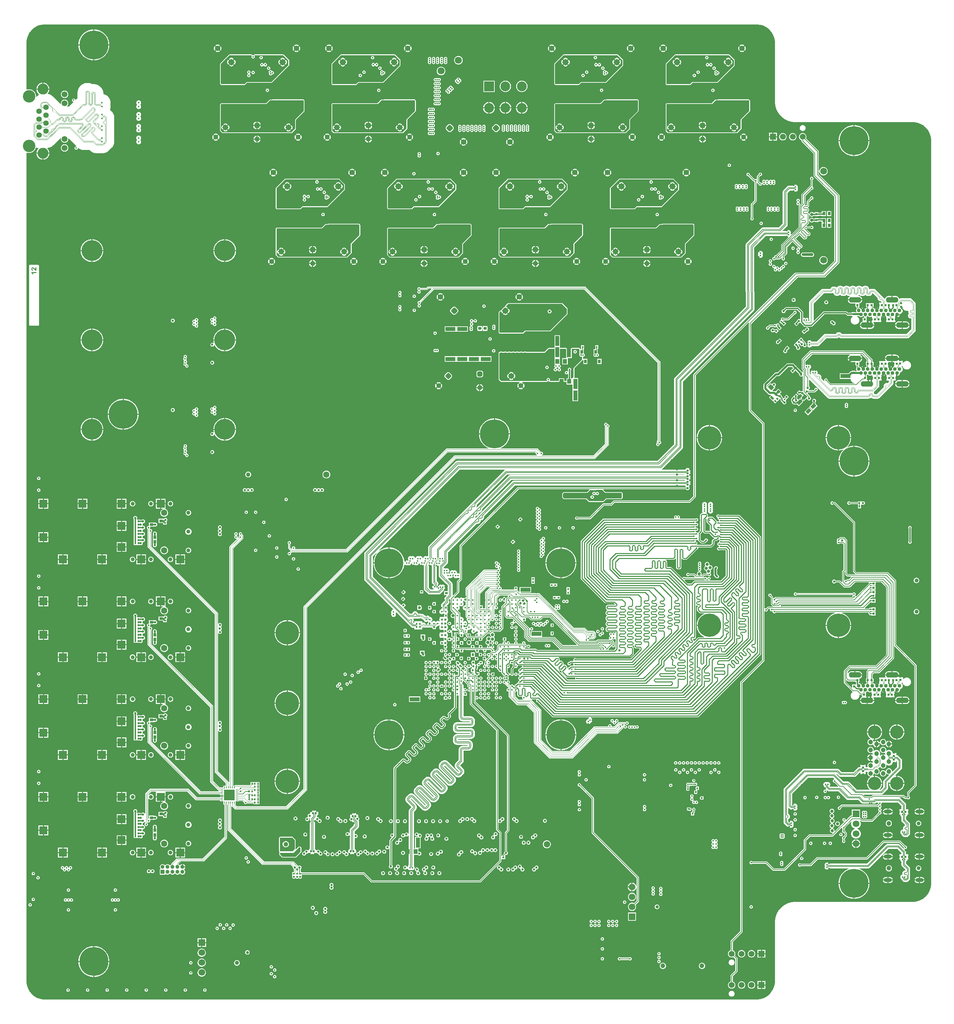
<source format=gbl>
G04*
G04 #@! TF.GenerationSoftware,Altium Limited,Altium Designer,22.10.1 (41)*
G04*
G04 Layer_Physical_Order=12*
G04 Layer_Color=16711680*
%FSLAX43Y43*%
%MOMM*%
G71*
G04*
G04 #@! TF.SameCoordinates,B9F26087-2B66-42AB-B32E-372D1BB95FEE*
G04*
G04*
G04 #@! TF.FilePolarity,Positive*
G04*
G01*
G75*
%ADD10C,0.250*%
%ADD11C,0.200*%
%ADD12C,0.300*%
%ADD13C,0.100*%
%ADD15C,0.500*%
%ADD16C,0.400*%
%ADD39R,0.480X0.380*%
%ADD41R,0.380X0.480*%
%ADD42R,0.650X0.950*%
%ADD45R,2.500X1.000*%
%ADD52R,0.950X0.650*%
%ADD53R,1.250X1.000*%
%ADD63R,1.000X2.500*%
%ADD68R,0.630X0.800*%
%ADD80R,0.750X0.800*%
%ADD81R,0.600X0.550*%
%ADD85R,0.550X0.600*%
%ADD90R,1.000X1.250*%
%ADD115C,0.600*%
G04:AMPARAMS|DCode=135|XSize=0.48mm|YSize=0.38mm|CornerRadius=0mm|HoleSize=0mm|Usage=FLASHONLY|Rotation=45.000|XOffset=0mm|YOffset=0mm|HoleType=Round|Shape=Rectangle|*
%AMROTATEDRECTD135*
4,1,4,-0.035,-0.304,-0.304,-0.035,0.035,0.304,0.304,0.035,-0.035,-0.304,0.0*
%
%ADD135ROTATEDRECTD135*%

G04:AMPARAMS|DCode=136|XSize=0.48mm|YSize=0.38mm|CornerRadius=0mm|HoleSize=0mm|Usage=FLASHONLY|Rotation=135.000|XOffset=0mm|YOffset=0mm|HoleType=Round|Shape=Rectangle|*
%AMROTATEDRECTD136*
4,1,4,0.304,-0.035,0.035,-0.304,-0.304,0.035,-0.035,0.304,0.304,-0.035,0.0*
%
%ADD136ROTATEDRECTD136*%

%ADD138R,0.800X0.630*%
%ADD145C,0.450*%
%ADD146C,0.450*%
%ADD198R,1.700X1.700*%
%ADD229R,1.500X1.500*%
%ADD246C,1.700*%
%ADD247C,1.200*%
%ADD249C,1.150*%
%ADD253C,1.600*%
%ADD256C,1.500*%
%ADD257C,1.100*%
%ADD258C,1.800*%
%ADD260C,1.400*%
%ADD270C,1.300*%
%ADD272C,1.750*%
%ADD279C,1.050*%
%ADD280C,0.114*%
%ADD281C,0.114*%
%ADD282C,0.100*%
%ADD283C,0.150*%
%ADD284C,0.146*%
%ADD285C,0.189*%
%ADD286C,0.249*%
%ADD287C,0.800*%
%ADD298C,0.166*%
%ADD299C,0.165*%
%ADD301C,0.350*%
%ADD302C,0.146*%
%ADD303C,0.166*%
%ADD314C,6.000*%
%ADD315C,0.750*%
G04:AMPARAMS|DCode=316|XSize=1.4mm|YSize=1.4mm|CornerRadius=0.35mm|HoleSize=0mm|Usage=FLASHONLY|Rotation=315.000|XOffset=0mm|YOffset=0mm|HoleType=Round|Shape=RoundedRectangle|*
%AMROUNDEDRECTD316*
21,1,1.400,0.700,0,0,315.0*
21,1,0.700,1.400,0,0,315.0*
1,1,0.700,0.000,-0.495*
1,1,0.700,-0.495,0.000*
1,1,0.700,0.000,0.495*
1,1,0.700,0.495,0.000*
%
%ADD316ROUNDEDRECTD316*%
%ADD317C,1.000*%
%ADD318R,1.000X1.000*%
G04:AMPARAMS|DCode=319|XSize=1.3mm|YSize=1.3mm|CornerRadius=0.325mm|HoleSize=0mm|Usage=FLASHONLY|Rotation=90.000|XOffset=0mm|YOffset=0mm|HoleType=Round|Shape=RoundedRectangle|*
%AMROUNDEDRECTD319*
21,1,1.300,0.650,0,0,90.0*
21,1,0.650,1.300,0,0,90.0*
1,1,0.650,0.325,0.325*
1,1,0.650,0.325,-0.325*
1,1,0.650,-0.325,-0.325*
1,1,0.650,-0.325,0.325*
%
%ADD319ROUNDEDRECTD319*%
G04:AMPARAMS|DCode=320|XSize=1.3mm|YSize=1.3mm|CornerRadius=0.325mm|HoleSize=0mm|Usage=FLASHONLY|Rotation=135.000|XOffset=0mm|YOffset=0mm|HoleType=Round|Shape=RoundedRectangle|*
%AMROUNDEDRECTD320*
21,1,1.300,0.650,0,0,135.0*
21,1,0.650,1.300,0,0,135.0*
1,1,0.650,0.000,0.460*
1,1,0.650,0.460,0.000*
1,1,0.650,0.000,-0.460*
1,1,0.650,-0.460,0.000*
%
%ADD320ROUNDEDRECTD320*%
%ADD321C,7.400*%
G04:AMPARAMS|DCode=322|XSize=1.3mm|YSize=1.3mm|CornerRadius=0.325mm|HoleSize=0mm|Usage=FLASHONLY|Rotation=45.000|XOffset=0mm|YOffset=0mm|HoleType=Round|Shape=RoundedRectangle|*
%AMROUNDEDRECTD322*
21,1,1.300,0.650,0,0,45.0*
21,1,0.650,1.300,0,0,45.0*
1,1,0.650,0.460,0.000*
1,1,0.650,0.000,-0.460*
1,1,0.650,-0.460,0.000*
1,1,0.650,0.000,0.460*
%
%ADD322ROUNDEDRECTD322*%
G04:AMPARAMS|DCode=323|XSize=1.4mm|YSize=1.4mm|CornerRadius=0.35mm|HoleSize=0mm|Usage=FLASHONLY|Rotation=225.000|XOffset=0mm|YOffset=0mm|HoleType=Round|Shape=RoundedRectangle|*
%AMROUNDEDRECTD323*
21,1,1.400,0.700,0,0,225.0*
21,1,0.700,1.400,0,0,225.0*
1,1,0.700,-0.495,0.000*
1,1,0.700,0.000,0.495*
1,1,0.700,0.495,0.000*
1,1,0.700,0.000,-0.495*
%
%ADD323ROUNDEDRECTD323*%
%ADD324C,3.200*%
%ADD325C,2.800*%
%ADD326C,3.400*%
%ADD327O,2.050X1.000*%
%ADD328C,1.650*%
%ADD329R,2.500X2.500*%
%ADD330C,2.500*%
%ADD331R,2.000X2.000*%
%ADD332C,5.300*%
%ADD333O,3.200X1.400*%
%ADD334C,0.950*%
%ADD335C,0.400*%
%ADD341C,0.700*%
%ADD342R,0.650X0.900*%
G04:AMPARAMS|DCode=343|XSize=0.91mm|YSize=1.22mm|CornerRadius=0mm|HoleSize=0mm|Usage=FLASHONLY|Rotation=315.000|XOffset=0mm|YOffset=0mm|HoleType=Round|Shape=Rectangle|*
%AMROTATEDRECTD343*
4,1,4,-0.753,-0.110,0.110,0.753,0.753,0.110,-0.110,-0.753,-0.753,-0.110,0.0*
%
%ADD343ROTATEDRECTD343*%

G04:AMPARAMS|DCode=344|XSize=0.55mm|YSize=1mm|CornerRadius=0mm|HoleSize=0mm|Usage=FLASHONLY|Rotation=225.000|XOffset=0mm|YOffset=0mm|HoleType=Round|Shape=Rectangle|*
%AMROTATEDRECTD344*
4,1,4,-0.159,0.548,0.548,-0.159,0.159,-0.548,-0.548,0.159,-0.159,0.548,0.0*
%
%ADD344ROTATEDRECTD344*%

%ADD345R,0.250X0.600*%
%ADD346R,0.600X0.250*%
%ADD347R,2.700X2.700*%
G04:AMPARAMS|DCode=348|XSize=0.8mm|YSize=0.63mm|CornerRadius=0mm|HoleSize=0mm|Usage=FLASHONLY|Rotation=315.000|XOffset=0mm|YOffset=0mm|HoleType=Round|Shape=Rectangle|*
%AMROTATEDRECTD348*
4,1,4,-0.506,0.060,-0.060,0.506,0.506,-0.060,0.060,-0.506,-0.506,0.060,0.0*
%
%ADD348ROTATEDRECTD348*%

G04:AMPARAMS|DCode=349|XSize=1mm|YSize=1.25mm|CornerRadius=0mm|HoleSize=0mm|Usage=FLASHONLY|Rotation=225.000|XOffset=0mm|YOffset=0mm|HoleType=Round|Shape=Rectangle|*
%AMROTATEDRECTD349*
4,1,4,-0.088,0.795,0.795,-0.088,0.088,-0.795,-0.795,0.088,-0.088,0.795,0.0*
%
%ADD349ROTATEDRECTD349*%

G36*
X187000Y249745D02*
X187311D01*
X187928Y249664D01*
X188529Y249503D01*
X189103Y249265D01*
X189642Y248954D01*
X190135Y248575D01*
X190575Y248135D01*
X190954Y247642D01*
X191265Y247103D01*
X191503Y246529D01*
X191664Y245928D01*
X191745Y245311D01*
X191745Y245000D01*
X191745Y230000D01*
X191746Y229996D01*
X191745Y229992D01*
X191756Y229665D01*
X191759Y229652D01*
X191758Y229640D01*
X191843Y228991D01*
X191849Y228975D01*
X191850Y228959D01*
X192019Y228327D01*
X192027Y228312D01*
X192030Y228295D01*
X192280Y227691D01*
X192290Y227677D01*
X192295Y227661D01*
X192622Y227095D01*
X192633Y227082D01*
X192640Y227067D01*
X193039Y226548D01*
X193051Y226537D01*
X193061Y226523D01*
X193523Y226061D01*
X193537Y226051D01*
X193548Y226039D01*
X194067Y225640D01*
X194082Y225633D01*
X194095Y225622D01*
X194661Y225295D01*
X194677Y225290D01*
X194691Y225280D01*
X195295Y225030D01*
X195312Y225027D01*
X195327Y225019D01*
X195959Y224850D01*
X195975Y224849D01*
X195991Y224843D01*
X196640Y224758D01*
X196652Y224759D01*
X196665Y224756D01*
X196992Y224745D01*
X196996Y224746D01*
X197000Y224745D01*
X227000Y224745D01*
X227311D01*
X227928Y224664D01*
X228529Y224503D01*
X229103Y224265D01*
X229642Y223954D01*
X230135Y223575D01*
X230575Y223135D01*
X230954Y222642D01*
X231265Y222103D01*
X231503Y221529D01*
X231664Y220928D01*
X231745Y220311D01*
X231745Y220000D01*
X231745Y30000D01*
Y29689D01*
X231664Y29072D01*
X231503Y28471D01*
X231265Y27897D01*
X230954Y27358D01*
X230575Y26865D01*
X230135Y26425D01*
X229642Y26046D01*
X229103Y25735D01*
X228529Y25497D01*
X227928Y25336D01*
X227311Y25255D01*
X227000Y25255D01*
X197000Y25255D01*
X196996Y25254D01*
X196992Y25255D01*
X196665Y25244D01*
X196652Y25241D01*
X196640Y25242D01*
X195991Y25157D01*
X195975Y25151D01*
X195959Y25150D01*
X195327Y24981D01*
X195312Y24973D01*
X195295Y24970D01*
X194691Y24720D01*
X194677Y24711D01*
X194661Y24705D01*
X194095Y24378D01*
X194082Y24367D01*
X194067Y24360D01*
X193548Y23961D01*
X193537Y23949D01*
X193523Y23939D01*
X193061Y23477D01*
X193051Y23463D01*
X193039Y23452D01*
X192640Y22933D01*
X192633Y22918D01*
X192622Y22905D01*
X192295Y22339D01*
X192290Y22323D01*
X192280Y22309D01*
X192030Y21705D01*
X192027Y21688D01*
X192019Y21673D01*
X191850Y21041D01*
X191849Y21025D01*
X191843Y21009D01*
X191758Y20360D01*
X191759Y20348D01*
X191756Y20335D01*
X191745Y20008D01*
X191746Y20004D01*
X191745Y20000D01*
X191745Y5000D01*
Y4689D01*
X191664Y4072D01*
X191503Y3471D01*
X191265Y2897D01*
X190954Y2358D01*
X190575Y1865D01*
X190135Y1425D01*
X189642Y1046D01*
X189103Y735D01*
X188529Y497D01*
X187928Y336D01*
X187311Y255D01*
X187000Y255D01*
X5000Y255D01*
X4689D01*
X4072Y336D01*
X3471Y497D01*
X2897Y735D01*
X2358Y1046D01*
X1865Y1425D01*
X1425Y1865D01*
X1046Y2358D01*
X735Y2897D01*
X497Y3471D01*
X336Y4072D01*
X255Y4689D01*
Y5000D01*
X255Y216836D01*
X376Y216927D01*
X490Y216896D01*
X606Y216873D01*
X722Y216858D01*
X840Y216850D01*
X958D01*
X1076Y216858D01*
X1192Y216873D01*
X1308Y216896D01*
X1422Y216927D01*
X1533Y216964D01*
X1642Y217010D01*
X1748Y217062D01*
X1850Y217121D01*
X1948Y217186D01*
X2042Y217258D01*
X2130Y217336D01*
X2213Y217419D01*
X2291Y217507D01*
X2363Y217601D01*
X2428Y217699D01*
X2487Y217801D01*
X2539Y217907D01*
X2585Y218016D01*
X2622Y218127D01*
X2645Y218212D01*
X2714Y218197D01*
X2837Y218179D01*
X2961Y218167D01*
X3085Y218164D01*
X3316D01*
X3363Y218039D01*
X3328Y218008D01*
X3251Y217931D01*
X3180Y217850D01*
X3114Y217764D01*
X3054Y217674D01*
X3000Y217580D01*
X2952Y217483D01*
X2910Y217383D01*
X2875Y217280D01*
X2847Y217176D01*
X2826Y217070D01*
X2812Y216962D01*
X2810Y216927D01*
X6108D01*
X6106Y216962D01*
X6092Y217070D01*
X6071Y217176D01*
X6043Y217280D01*
X6008Y217383D01*
X5966Y217483D01*
X5918Y217580D01*
X5864Y217674D01*
X5804Y217764D01*
X5738Y217850D01*
X5667Y217931D01*
X5590Y218008D01*
X5555Y218039D01*
X5602Y218164D01*
X5627D01*
X5751Y218167D01*
X5875Y218179D01*
X5998Y218197D01*
X6119Y218224D01*
X6239Y218257D01*
X6357Y218297D01*
X6471Y218345D01*
X6583Y218399D01*
X6691Y218460D01*
X6796Y218528D01*
X6896Y218602D01*
X6991Y218681D01*
X7082Y218766D01*
X8966Y220651D01*
X9083Y220590D01*
X9076Y220554D01*
X9069Y220471D01*
Y220389D01*
X9076Y220306D01*
X9091Y220224D01*
X9112Y220144D01*
X9140Y220066D01*
X9176Y219991D01*
X9217Y219919D01*
X9265Y219851D01*
X9318Y219788D01*
X9377Y219729D01*
X9440Y219676D01*
X9508Y219628D01*
X9580Y219587D01*
X9655Y219551D01*
X9733Y219523D01*
X9813Y219502D01*
X9895Y219487D01*
X9978Y219480D01*
X10060D01*
X10143Y219487D01*
X10225Y219502D01*
X10305Y219523D01*
X10383Y219551D01*
X10458Y219587D01*
X10530Y219628D01*
X10598Y219676D01*
X10661Y219729D01*
X10720Y219788D01*
X10773Y219851D01*
X10821Y219919D01*
X10862Y219991D01*
X10898Y220066D01*
X10926Y220144D01*
X10947Y220224D01*
X10962Y220306D01*
X10969Y220389D01*
Y220471D01*
X10964Y220534D01*
X11006Y220568D01*
X11082Y220592D01*
X13025Y218649D01*
X12972Y218525D01*
X12967D01*
X12912Y218518D01*
X12858Y218503D01*
X12806Y218482D01*
X12758Y218454D01*
X12714Y218420D01*
X12675Y218381D01*
X12641Y218337D01*
X12613Y218289D01*
X12592Y218237D01*
X12577Y218183D01*
X12570Y218128D01*
Y218072D01*
X12577Y218017D01*
X12592Y217963D01*
X12613Y217912D01*
X12641Y217864D01*
X12675Y217819D01*
X12714Y217780D01*
X12758Y217746D01*
X12806Y217718D01*
X12858Y217697D01*
X12912Y217682D01*
X12967Y217675D01*
X13023D01*
X13078Y217682D01*
X13132Y217697D01*
X13183Y217718D01*
X13231Y217746D01*
X13276Y217780D01*
X13315Y217819D01*
X13349Y217864D01*
X13377Y217912D01*
X13398Y217963D01*
X13413Y218017D01*
X13420Y218072D01*
Y218080D01*
X13539Y218137D01*
X13542Y218137D01*
X13561Y218119D01*
X13656Y218039D01*
X13756Y217966D01*
X13861Y217898D01*
X13969Y217837D01*
X14081Y217783D01*
X14196Y217735D01*
X14313Y217695D01*
X14433Y217661D01*
X14554Y217635D01*
X14677Y217616D01*
X14801Y217605D01*
X14925Y217601D01*
X14925Y217601D01*
X16413D01*
X16603Y217412D01*
X16694Y217326D01*
X16789Y217247D01*
X16889Y217173D01*
X16994Y217106D01*
X17102Y217045D01*
X17214Y216990D01*
X17329Y216943D01*
X17446Y216902D01*
X17566Y216869D01*
X17687Y216843D01*
X17810Y216824D01*
X17934Y216813D01*
X18058Y216809D01*
X19829D01*
X19954Y216813D01*
X20077Y216824D01*
X20200Y216843D01*
X20322Y216869D01*
X20441Y216902D01*
X20559Y216943D01*
X20674Y216990D01*
X20786Y217045D01*
X20894Y217106D01*
X20998Y217173D01*
X21098Y217247D01*
X21194Y217326D01*
X21284Y217412D01*
X22086Y218214D01*
X22172Y218304D01*
X22251Y218400D01*
X22325Y218500D01*
X22392Y218604D01*
X22453Y218712D01*
X22508Y218824D01*
X22555Y218939D01*
X22596Y219057D01*
X22629Y219176D01*
X22655Y219298D01*
X22674Y219421D01*
X22685Y219545D01*
X22689Y219669D01*
Y225994D01*
X22685Y226118D01*
X22674Y226242D01*
X22655Y226365D01*
X22629Y226486D01*
X22596Y226606D01*
X22555Y226724D01*
X22508Y226839D01*
X22453Y226950D01*
X22392Y227059D01*
X22325Y227163D01*
X22251Y227263D01*
X22172Y227359D01*
X22086Y227449D01*
X21760Y227776D01*
X21669Y227861D01*
X21626Y227897D01*
X21630Y227906D01*
X21671Y228024D01*
X21705Y228144D01*
X21733Y228266D01*
X21754Y228389D01*
X21768Y228513D01*
X21775Y228638D01*
Y228762D01*
X21768Y228887D01*
X21754Y229011D01*
X21733Y229134D01*
X21718Y229200D01*
X21733Y229266D01*
X21754Y229389D01*
X21768Y229513D01*
X21775Y229638D01*
Y229762D01*
X21768Y229887D01*
X21754Y230011D01*
X21733Y230134D01*
X21705Y230256D01*
X21671Y230376D01*
X21630Y230494D01*
X21582Y230609D01*
X21528Y230722D01*
X21467Y230831D01*
X21401Y230937D01*
X21329Y231038D01*
X21251Y231136D01*
X21167Y231229D01*
X21079Y231317D01*
X20986Y231401D01*
X20888Y231479D01*
X20787Y231551D01*
X20681Y231617D01*
X20572Y231678D01*
X20459Y231732D01*
X20344Y231780D01*
X20226Y231821D01*
X20106Y231855D01*
X19984Y231883D01*
X19976Y231885D01*
X19957Y232002D01*
X19957D01*
X19953Y232139D01*
X19942Y232276D01*
X19922Y232413D01*
X19895Y232548D01*
X19861Y232681D01*
X19819Y232812D01*
X19770Y232940D01*
X19714Y233066D01*
X19651Y233188D01*
X19581Y233307D01*
X19505Y233421D01*
X19422Y233531D01*
X19333Y233636D01*
X19239Y233736D01*
X19139Y233831D01*
X19033Y233919D01*
X18924Y234002D01*
X18809Y234079D01*
X18691Y234149D01*
X18568Y234212D01*
X18443Y234268D01*
X18314Y234317D01*
X18183Y234359D01*
X18050Y234393D01*
X17915Y234420D01*
X17779Y234439D01*
X17642Y234451D01*
X17504Y234455D01*
Y234455D01*
X17299D01*
Y234455D01*
X17164Y234451D01*
X17059Y234505D01*
X16934Y234561D01*
X16805Y234610D01*
X16674Y234652D01*
X16541Y234687D01*
X16406Y234713D01*
X16270Y234733D01*
X16132Y234744D01*
X15995Y234748D01*
Y234748D01*
X15789D01*
Y234748D01*
X15652Y234744D01*
X15515Y234733D01*
X15379Y234713D01*
X15244Y234687D01*
X15110Y234652D01*
X14979Y234610D01*
X14851Y234561D01*
X14725Y234505D01*
X14603Y234442D01*
X14484Y234372D01*
X14370Y234296D01*
X14260Y234213D01*
X14155Y234124D01*
X14055Y234030D01*
X13961Y233930D01*
X13872Y233825D01*
X13789Y233715D01*
X13713Y233600D01*
X13643Y233482D01*
X13580Y233359D01*
X13523Y233234D01*
X13474Y233105D01*
X13432Y232974D01*
X13398Y232841D01*
X13371Y232706D01*
X13352Y232570D01*
X13340Y232433D01*
X13337Y232295D01*
X13337D01*
Y230905D01*
X13283Y230861D01*
X13192Y230776D01*
X13179Y230762D01*
X13179Y230762D01*
X12869Y230452D01*
X12829Y230452D01*
X12732Y230492D01*
X12728Y230507D01*
X12707Y230558D01*
X12679Y230607D01*
X12645Y230651D01*
X12606Y230690D01*
X12562Y230724D01*
X12513Y230752D01*
X12462Y230773D01*
X12408Y230788D01*
X12353Y230795D01*
X12297D01*
X12242Y230788D01*
X12188Y230773D01*
X12137Y230752D01*
X12088Y230724D01*
X12044Y230690D01*
X12005Y230651D01*
X11971Y230607D01*
X11943Y230558D01*
X11922Y230507D01*
X11907Y230453D01*
X11900Y230398D01*
Y230342D01*
X11907Y230287D01*
X11922Y230233D01*
X11943Y230182D01*
X11971Y230133D01*
X12005Y230089D01*
X12044Y230050D01*
X12088Y230016D01*
X12137Y229988D01*
X12188Y229967D01*
X12203Y229963D01*
X12243Y229866D01*
X12243Y229826D01*
X11814Y229397D01*
X11814Y229397D01*
X11157Y228740D01*
X10702D01*
X10657Y228865D01*
X10661Y228869D01*
X10720Y228928D01*
X10773Y228991D01*
X10821Y229059D01*
X10862Y229131D01*
X10898Y229206D01*
X10926Y229284D01*
X10947Y229364D01*
X10962Y229446D01*
X10969Y229529D01*
Y229611D01*
X10962Y229694D01*
X10947Y229776D01*
X10926Y229856D01*
X10898Y229934D01*
X10862Y230009D01*
X10821Y230081D01*
X10773Y230149D01*
X10720Y230212D01*
X10661Y230271D01*
X10598Y230324D01*
X10530Y230372D01*
X10458Y230413D01*
X10383Y230449D01*
X10305Y230477D01*
X10225Y230498D01*
X10143Y230513D01*
X10060Y230520D01*
X9978D01*
X9895Y230513D01*
X9813Y230498D01*
X9733Y230477D01*
X9655Y230449D01*
X9580Y230413D01*
X9508Y230372D01*
X9440Y230324D01*
X9377Y230271D01*
X9318Y230212D01*
X9265Y230149D01*
X9217Y230081D01*
X9176Y230009D01*
X9140Y229934D01*
X9112Y229856D01*
X9091Y229776D01*
X9076Y229694D01*
X9069Y229611D01*
Y229529D01*
X9076Y229446D01*
X9081Y229420D01*
X8965Y229360D01*
X6953Y231371D01*
X6862Y231456D01*
X6767Y231536D01*
X6667Y231610D01*
X6562Y231677D01*
X6454Y231738D01*
X6342Y231792D01*
X6228Y231840D01*
X6110Y231881D01*
X5990Y231914D01*
X5869Y231940D01*
X5746Y231959D01*
X5735Y231960D01*
X5701Y232014D01*
X5685Y232090D01*
X5738Y232150D01*
X5804Y232236D01*
X5864Y232326D01*
X5918Y232420D01*
X5966Y232517D01*
X6008Y232617D01*
X6043Y232720D01*
X6071Y232824D01*
X6092Y232930D01*
X6106Y233038D01*
X6108Y233073D01*
X2810D01*
X2812Y233038D01*
X2826Y232930D01*
X2847Y232824D01*
X2875Y232720D01*
X2910Y232617D01*
X2952Y232517D01*
X3000Y232420D01*
X3054Y232326D01*
X3114Y232236D01*
X3180Y232150D01*
X3251Y232069D01*
X3328Y231992D01*
X3409Y231921D01*
X3467Y231877D01*
X3472Y231783D01*
X3454Y231732D01*
X3440Y231725D01*
X3332Y231664D01*
X3227Y231596D01*
X3127Y231522D01*
X3032Y231443D01*
X2941Y231358D01*
X2821Y231237D01*
X2701Y231290D01*
X2699Y231292D01*
Y231409D01*
X2691Y231527D01*
X2676Y231643D01*
X2653Y231759D01*
X2622Y231873D01*
X2585Y231984D01*
X2539Y232093D01*
X2487Y232199D01*
X2428Y232301D01*
X2363Y232399D01*
X2291Y232493D01*
X2213Y232581D01*
X2130Y232664D01*
X2042Y232742D01*
X1948Y232814D01*
X1850Y232879D01*
X1748Y232938D01*
X1642Y232990D01*
X1533Y233036D01*
X1422Y233073D01*
X1308Y233104D01*
X1192Y233127D01*
X1076Y233142D01*
X958Y233150D01*
X840D01*
X722Y233142D01*
X606Y233127D01*
X490Y233104D01*
X376Y233073D01*
X255Y233164D01*
X255Y245000D01*
Y245311D01*
X336Y245928D01*
X497Y246529D01*
X735Y247103D01*
X1046Y247642D01*
X1425Y248135D01*
X1865Y248575D01*
X2358Y248954D01*
X2897Y249265D01*
X3471Y249503D01*
X4072Y249664D01*
X4689Y249745D01*
X5000Y249745D01*
X187000Y249745D01*
D02*
G37*
%LPC*%
G36*
X17627Y248452D02*
Y244627D01*
X21452D01*
X21446Y244759D01*
X21431Y244931D01*
X21409Y245102D01*
X21379Y245272D01*
X21342Y245440D01*
X21297Y245607D01*
X21245Y245771D01*
X21186Y245933D01*
X21120Y246093D01*
X21047Y246249D01*
X20967Y246402D01*
X20881Y246552D01*
X20788Y246697D01*
X20689Y246839D01*
X20584Y246975D01*
X20473Y247108D01*
X20357Y247235D01*
X20235Y247357D01*
X20108Y247473D01*
X19975Y247584D01*
X19839Y247689D01*
X19697Y247788D01*
X19552Y247881D01*
X19402Y247967D01*
X19249Y248047D01*
X19093Y248120D01*
X18933Y248186D01*
X18771Y248245D01*
X18607Y248297D01*
X18440Y248342D01*
X18272Y248379D01*
X18102Y248409D01*
X17931Y248431D01*
X17759Y248446D01*
X17627Y248452D01*
D02*
G37*
G36*
X17373D02*
X17241Y248446D01*
X17069Y248431D01*
X16898Y248409D01*
X16728Y248379D01*
X16560Y248342D01*
X16393Y248297D01*
X16229Y248245D01*
X16067Y248186D01*
X15907Y248120D01*
X15751Y248047D01*
X15598Y247967D01*
X15448Y247881D01*
X15303Y247788D01*
X15161Y247689D01*
X15025Y247584D01*
X14892Y247473D01*
X14765Y247357D01*
X14643Y247235D01*
X14527Y247108D01*
X14416Y246975D01*
X14311Y246839D01*
X14212Y246697D01*
X14119Y246552D01*
X14033Y246402D01*
X13953Y246249D01*
X13880Y246093D01*
X13814Y245933D01*
X13755Y245771D01*
X13703Y245607D01*
X13658Y245440D01*
X13621Y245272D01*
X13591Y245102D01*
X13569Y244931D01*
X13554Y244759D01*
X13548Y244627D01*
X17373D01*
Y248452D01*
D02*
G37*
G36*
X97877Y244590D02*
X97794D01*
X97711Y244582D01*
X97629Y244568D01*
X97548Y244546D01*
X97470Y244518D01*
X97395Y244483D01*
X97322Y244441D01*
X97256Y244395D01*
X97836Y243815D01*
X98415Y244395D01*
X98349Y244441D01*
X98276Y244483D01*
X98201Y244518D01*
X98123Y244546D01*
X98042Y244568D01*
X97960Y244582D01*
X97877Y244590D01*
D02*
G37*
G36*
X69377Y244590D02*
X69294D01*
X69211Y244582D01*
X69129Y244568D01*
X69048Y244546D01*
X68970Y244518D01*
X68895Y244483D01*
X68822Y244441D01*
X68756Y244394D01*
X69336Y243815D01*
X69915Y244395D01*
X69849Y244441D01*
X69776Y244483D01*
X69701Y244518D01*
X69623Y244546D01*
X69542Y244568D01*
X69460Y244582D01*
X69377Y244590D01*
D02*
G37*
G36*
X49206D02*
X49123D01*
X49040Y244582D01*
X48958Y244568D01*
X48877Y244546D01*
X48799Y244518D01*
X48724Y244483D01*
X48651Y244441D01*
X48585Y244394D01*
X49164Y243815D01*
X49744Y244394D01*
X49678Y244441D01*
X49605Y244483D01*
X49530Y244518D01*
X49452Y244546D01*
X49371Y244568D01*
X49289Y244582D01*
X49206Y244590D01*
D02*
G37*
G36*
X77706Y244590D02*
X77623D01*
X77540Y244582D01*
X77458Y244568D01*
X77377Y244546D01*
X77299Y244518D01*
X77224Y244483D01*
X77151Y244441D01*
X77085Y244394D01*
X77664Y243815D01*
X78244Y244394D01*
X78178Y244441D01*
X78105Y244483D01*
X78030Y244518D01*
X77952Y244546D01*
X77871Y244568D01*
X77789Y244582D01*
X77706Y244590D01*
D02*
G37*
G36*
X163206Y244590D02*
X163123D01*
X163040Y244582D01*
X162958Y244568D01*
X162877Y244546D01*
X162799Y244518D01*
X162723Y244483D01*
X162651Y244441D01*
X162585Y244394D01*
X163164Y243815D01*
X163744Y244394D01*
X163677Y244441D01*
X163605Y244483D01*
X163530Y244518D01*
X163452Y244546D01*
X163371Y244568D01*
X163289Y244582D01*
X163206Y244590D01*
D02*
G37*
G36*
X134706Y244590D02*
X134623D01*
X134540Y244582D01*
X134458Y244568D01*
X134377Y244546D01*
X134299Y244518D01*
X134223Y244483D01*
X134151Y244441D01*
X134085Y244394D01*
X134664Y243815D01*
X135244Y244394D01*
X135178Y244441D01*
X135105Y244483D01*
X135030Y244518D01*
X134952Y244546D01*
X134871Y244568D01*
X134789Y244582D01*
X134706Y244590D01*
D02*
G37*
G36*
X154877D02*
X154794D01*
X154711Y244582D01*
X154629Y244568D01*
X154548Y244546D01*
X154470Y244518D01*
X154395Y244483D01*
X154322Y244441D01*
X154256Y244394D01*
X154835Y243815D01*
X155415Y244394D01*
X155349Y244441D01*
X155276Y244483D01*
X155201Y244518D01*
X155123Y244546D01*
X155042Y244568D01*
X154960Y244582D01*
X154877Y244590D01*
D02*
G37*
G36*
X183377Y244590D02*
X183294D01*
X183211Y244582D01*
X183129Y244568D01*
X183048Y244546D01*
X182970Y244518D01*
X182895Y244483D01*
X182822Y244441D01*
X182756Y244394D01*
X183335Y243815D01*
X183915Y244394D01*
X183849Y244441D01*
X183776Y244483D01*
X183701Y244518D01*
X183623Y244546D01*
X183542Y244568D01*
X183460Y244582D01*
X183377Y244590D01*
D02*
G37*
G36*
X68577Y244215D02*
X68530Y244149D01*
X68489Y244076D01*
X68453Y244001D01*
X68425Y243923D01*
X68403Y243842D01*
X68389Y243760D01*
X68382Y243677D01*
Y243594D01*
X68389Y243511D01*
X68403Y243429D01*
X68425Y243348D01*
X68453Y243270D01*
X68489Y243195D01*
X68530Y243122D01*
X68577Y243056D01*
X69156Y243636D01*
X68577Y244215D01*
D02*
G37*
G36*
X98594Y244215D02*
X98015Y243636D01*
X98594Y243056D01*
X98641Y243122D01*
X98683Y243195D01*
X98718Y243270D01*
X98746Y243348D01*
X98768Y243429D01*
X98782Y243511D01*
X98790Y243594D01*
Y243677D01*
X98782Y243760D01*
X98768Y243842D01*
X98746Y243923D01*
X98718Y244001D01*
X98683Y244076D01*
X98641Y244149D01*
X98594Y244215D01*
D02*
G37*
G36*
X97077D02*
X97030Y244149D01*
X96989Y244076D01*
X96953Y244001D01*
X96925Y243923D01*
X96903Y243842D01*
X96889Y243760D01*
X96882Y243677D01*
Y243594D01*
X96889Y243511D01*
X96903Y243429D01*
X96925Y243348D01*
X96953Y243270D01*
X96989Y243195D01*
X97030Y243122D01*
X97077Y243056D01*
X97656Y243636D01*
X97077Y244215D01*
D02*
G37*
G36*
X76906Y244215D02*
X76859Y244149D01*
X76817Y244076D01*
X76782Y244001D01*
X76754Y243923D01*
X76732Y243842D01*
X76718Y243760D01*
X76710Y243677D01*
Y243594D01*
X76718Y243511D01*
X76732Y243429D01*
X76754Y243348D01*
X76782Y243270D01*
X76817Y243195D01*
X76859Y243122D01*
X76906Y243056D01*
X77485Y243636D01*
X76906Y244215D01*
D02*
G37*
G36*
X48406Y244215D02*
X48359Y244149D01*
X48317Y244076D01*
X48282Y244001D01*
X48254Y243923D01*
X48232Y243842D01*
X48218Y243760D01*
X48210Y243677D01*
Y243594D01*
X48218Y243511D01*
X48232Y243429D01*
X48254Y243348D01*
X48282Y243270D01*
X48317Y243195D01*
X48359Y243122D01*
X48406Y243056D01*
X48985Y243636D01*
X48406Y244215D01*
D02*
G37*
G36*
X163923Y244215D02*
X163344Y243636D01*
X163923Y243056D01*
X163970Y243122D01*
X164011Y243195D01*
X164047Y243270D01*
X164075Y243348D01*
X164097Y243429D01*
X164111Y243511D01*
X164118Y243594D01*
Y243677D01*
X164111Y243760D01*
X164097Y243842D01*
X164075Y243923D01*
X164047Y244001D01*
X164011Y244076D01*
X163970Y244149D01*
X163923Y244215D01*
D02*
G37*
G36*
X78423Y244215D02*
X77844Y243636D01*
X78423Y243056D01*
X78470Y243122D01*
X78511Y243195D01*
X78547Y243270D01*
X78575Y243348D01*
X78597Y243429D01*
X78611Y243511D01*
X78618Y243594D01*
Y243677D01*
X78611Y243760D01*
X78597Y243842D01*
X78575Y243923D01*
X78547Y244001D01*
X78511Y244076D01*
X78470Y244149D01*
X78423Y244215D01*
D02*
G37*
G36*
X70094Y244215D02*
X69515Y243636D01*
X70094Y243056D01*
X70141Y243122D01*
X70183Y243195D01*
X70218Y243270D01*
X70246Y243348D01*
X70268Y243429D01*
X70282Y243511D01*
X70290Y243594D01*
Y243677D01*
X70282Y243760D01*
X70268Y243842D01*
X70246Y243923D01*
X70218Y244001D01*
X70183Y244076D01*
X70141Y244149D01*
X70094Y244215D01*
D02*
G37*
G36*
X49923Y244215D02*
X49344Y243636D01*
X49923Y243056D01*
X49970Y243122D01*
X50011Y243195D01*
X50047Y243270D01*
X50075Y243348D01*
X50097Y243429D01*
X50111Y243511D01*
X50118Y243594D01*
Y243677D01*
X50111Y243760D01*
X50097Y243842D01*
X50075Y243923D01*
X50047Y244001D01*
X50011Y244076D01*
X49970Y244149D01*
X49923Y244215D01*
D02*
G37*
G36*
X162405Y244215D02*
X162359Y244149D01*
X162317Y244076D01*
X162282Y244001D01*
X162254Y243923D01*
X162232Y243842D01*
X162218Y243760D01*
X162210Y243677D01*
Y243594D01*
X162218Y243511D01*
X162232Y243429D01*
X162254Y243348D01*
X162282Y243270D01*
X162317Y243195D01*
X162359Y243122D01*
X162405Y243056D01*
X162985Y243636D01*
X162405Y244215D01*
D02*
G37*
G36*
X135423Y244215D02*
X134844Y243636D01*
X135423Y243056D01*
X135470Y243122D01*
X135511Y243195D01*
X135547Y243270D01*
X135575Y243348D01*
X135597Y243429D01*
X135611Y243511D01*
X135618Y243594D01*
Y243677D01*
X135611Y243760D01*
X135597Y243842D01*
X135575Y243923D01*
X135547Y244001D01*
X135511Y244076D01*
X135470Y244149D01*
X135423Y244215D01*
D02*
G37*
G36*
X133905Y244215D02*
X133859Y244149D01*
X133817Y244076D01*
X133782Y244001D01*
X133754Y243923D01*
X133732Y243842D01*
X133718Y243760D01*
X133710Y243677D01*
Y243594D01*
X133718Y243511D01*
X133732Y243429D01*
X133754Y243348D01*
X133782Y243270D01*
X133817Y243195D01*
X133859Y243122D01*
X133905Y243056D01*
X134485Y243636D01*
X133905Y244215D01*
D02*
G37*
G36*
X155594Y244215D02*
X155015Y243636D01*
X155594Y243056D01*
X155641Y243122D01*
X155683Y243195D01*
X155718Y243270D01*
X155746Y243348D01*
X155768Y243429D01*
X155782Y243511D01*
X155789Y243594D01*
Y243677D01*
X155782Y243760D01*
X155768Y243842D01*
X155746Y243923D01*
X155718Y244001D01*
X155683Y244076D01*
X155641Y244149D01*
X155594Y244215D01*
D02*
G37*
G36*
X182577Y244215D02*
X182530Y244149D01*
X182488Y244076D01*
X182453Y244001D01*
X182425Y243923D01*
X182403Y243842D01*
X182389Y243760D01*
X182381Y243677D01*
Y243594D01*
X182389Y243511D01*
X182403Y243429D01*
X182425Y243348D01*
X182453Y243270D01*
X182488Y243195D01*
X182530Y243122D01*
X182577Y243056D01*
X183156Y243636D01*
X182577Y244215D01*
D02*
G37*
G36*
X154077Y244215D02*
X154030Y244149D01*
X153988Y244076D01*
X153953Y244001D01*
X153925Y243923D01*
X153903Y243842D01*
X153889Y243760D01*
X153882Y243677D01*
Y243594D01*
X153889Y243511D01*
X153903Y243429D01*
X153925Y243348D01*
X153953Y243270D01*
X153988Y243195D01*
X154030Y243122D01*
X154077Y243056D01*
X154656Y243636D01*
X154077Y244215D01*
D02*
G37*
G36*
X184094Y244215D02*
X183515Y243636D01*
X184094Y243056D01*
X184141Y243122D01*
X184182Y243195D01*
X184218Y243270D01*
X184246Y243348D01*
X184268Y243429D01*
X184282Y243511D01*
X184289Y243594D01*
Y243677D01*
X184282Y243760D01*
X184268Y243842D01*
X184246Y243923D01*
X184218Y244001D01*
X184182Y244076D01*
X184141Y244149D01*
X184094Y244215D01*
D02*
G37*
G36*
X97836Y243456D02*
X97256Y242877D01*
X97322Y242830D01*
X97395Y242789D01*
X97470Y242753D01*
X97548Y242725D01*
X97629Y242703D01*
X97711Y242689D01*
X97794Y242682D01*
X97877D01*
X97960Y242689D01*
X98042Y242703D01*
X98123Y242725D01*
X98201Y242753D01*
X98276Y242789D01*
X98349Y242830D01*
X98415Y242877D01*
X97836Y243456D01*
D02*
G37*
G36*
X77664Y243456D02*
X77085Y242877D01*
X77151Y242830D01*
X77224Y242789D01*
X77299Y242753D01*
X77377Y242725D01*
X77458Y242703D01*
X77540Y242689D01*
X77623Y242682D01*
X77706D01*
X77789Y242689D01*
X77871Y242703D01*
X77952Y242725D01*
X78030Y242753D01*
X78105Y242789D01*
X78178Y242830D01*
X78244Y242877D01*
X77664Y243456D01*
D02*
G37*
G36*
X69336Y243456D02*
X68756Y242877D01*
X68822Y242830D01*
X68895Y242789D01*
X68970Y242753D01*
X69048Y242725D01*
X69129Y242703D01*
X69211Y242689D01*
X69294Y242682D01*
X69377D01*
X69460Y242689D01*
X69542Y242703D01*
X69623Y242725D01*
X69701Y242753D01*
X69776Y242789D01*
X69849Y242830D01*
X69915Y242877D01*
X69336Y243456D01*
D02*
G37*
G36*
X49164Y243456D02*
X48585Y242877D01*
X48651Y242830D01*
X48724Y242789D01*
X48799Y242753D01*
X48877Y242725D01*
X48958Y242703D01*
X49040Y242689D01*
X49123Y242682D01*
X49206D01*
X49289Y242689D01*
X49371Y242703D01*
X49452Y242725D01*
X49530Y242753D01*
X49605Y242789D01*
X49678Y242830D01*
X49744Y242877D01*
X49164Y243456D01*
D02*
G37*
G36*
X183335Y243456D02*
X182756Y242877D01*
X182822Y242830D01*
X182895Y242789D01*
X182970Y242753D01*
X183048Y242725D01*
X183129Y242703D01*
X183211Y242689D01*
X183294Y242682D01*
X183377D01*
X183460Y242689D01*
X183542Y242703D01*
X183623Y242725D01*
X183701Y242753D01*
X183776Y242789D01*
X183849Y242830D01*
X183915Y242877D01*
X183335Y243456D01*
D02*
G37*
G36*
X163164Y243456D02*
X162585Y242877D01*
X162651Y242830D01*
X162723Y242789D01*
X162799Y242753D01*
X162877Y242725D01*
X162958Y242703D01*
X163040Y242689D01*
X163123Y242682D01*
X163206D01*
X163289Y242689D01*
X163371Y242703D01*
X163452Y242725D01*
X163530Y242753D01*
X163605Y242789D01*
X163677Y242830D01*
X163744Y242877D01*
X163164Y243456D01*
D02*
G37*
G36*
X154835Y243456D02*
X154256Y242877D01*
X154322Y242830D01*
X154395Y242789D01*
X154470Y242753D01*
X154548Y242725D01*
X154629Y242703D01*
X154711Y242689D01*
X154794Y242682D01*
X154877D01*
X154960Y242689D01*
X155042Y242703D01*
X155123Y242725D01*
X155201Y242753D01*
X155276Y242789D01*
X155349Y242830D01*
X155415Y242877D01*
X154835Y243456D01*
D02*
G37*
G36*
X134664Y243456D02*
X134085Y242877D01*
X134151Y242830D01*
X134223Y242789D01*
X134299Y242753D01*
X134377Y242725D01*
X134458Y242703D01*
X134540Y242689D01*
X134623Y242682D01*
X134706D01*
X134789Y242689D01*
X134871Y242703D01*
X134952Y242725D01*
X135030Y242753D01*
X135105Y242789D01*
X135178Y242830D01*
X135244Y242877D01*
X134664Y243456D01*
D02*
G37*
G36*
X21452Y244373D02*
X17627D01*
Y240548D01*
X17759Y240554D01*
X17931Y240569D01*
X18102Y240591D01*
X18272Y240621D01*
X18440Y240658D01*
X18607Y240703D01*
X18771Y240755D01*
X18933Y240814D01*
X19093Y240880D01*
X19249Y240953D01*
X19402Y241033D01*
X19552Y241119D01*
X19697Y241212D01*
X19839Y241311D01*
X19975Y241416D01*
X20108Y241527D01*
X20235Y241643D01*
X20357Y241765D01*
X20473Y241892D01*
X20584Y242025D01*
X20689Y242161D01*
X20788Y242303D01*
X20881Y242448D01*
X20967Y242598D01*
X21047Y242751D01*
X21120Y242907D01*
X21186Y243067D01*
X21245Y243229D01*
X21297Y243393D01*
X21342Y243560D01*
X21379Y243728D01*
X21409Y243898D01*
X21431Y244069D01*
X21446Y244241D01*
X21452Y244373D01*
D02*
G37*
G36*
X17373D02*
X13548D01*
X13554Y244241D01*
X13569Y244069D01*
X13591Y243898D01*
X13621Y243728D01*
X13658Y243560D01*
X13703Y243393D01*
X13755Y243229D01*
X13814Y243067D01*
X13880Y242907D01*
X13953Y242751D01*
X14033Y242598D01*
X14119Y242448D01*
X14212Y242303D01*
X14311Y242161D01*
X14416Y242025D01*
X14527Y241892D01*
X14643Y241765D01*
X14765Y241643D01*
X14892Y241527D01*
X15025Y241416D01*
X15161Y241311D01*
X15303Y241212D01*
X15448Y241119D01*
X15598Y241033D01*
X15751Y240953D01*
X15907Y240880D01*
X16067Y240814D01*
X16229Y240755D01*
X16393Y240703D01*
X16560Y240658D01*
X16728Y240621D01*
X16898Y240591D01*
X17069Y240569D01*
X17241Y240554D01*
X17373Y240548D01*
Y244373D01*
D02*
G37*
G36*
X107528Y241425D02*
X107472D01*
X107417Y241418D01*
X107363Y241403D01*
X107312Y241382D01*
X107263Y241354D01*
X107219Y241320D01*
X107180Y241281D01*
X107146Y241237D01*
X107118Y241188D01*
X107097Y241137D01*
X107082Y241083D01*
X107075Y241028D01*
Y240972D01*
X107082Y240917D01*
X107097Y240863D01*
X107118Y240812D01*
X107146Y240763D01*
X107156Y240750D01*
X107146Y240737D01*
X107118Y240688D01*
X107097Y240637D01*
X107082Y240583D01*
X107075Y240528D01*
Y240472D01*
X107082Y240417D01*
X107097Y240363D01*
X107118Y240312D01*
X107146Y240263D01*
X107156Y240250D01*
X107146Y240237D01*
X107118Y240188D01*
X107097Y240137D01*
X107082Y240083D01*
X107075Y240028D01*
Y239972D01*
X107082Y239917D01*
X107097Y239863D01*
X107118Y239812D01*
X107146Y239763D01*
X107180Y239719D01*
X107219Y239680D01*
X107263Y239646D01*
X107312Y239618D01*
X107363Y239597D01*
X107417Y239582D01*
X107472Y239575D01*
X107528D01*
X107583Y239582D01*
X107637Y239597D01*
X107688Y239618D01*
X107737Y239646D01*
X107781Y239680D01*
X107820Y239719D01*
X107854Y239763D01*
X107882Y239812D01*
X107903Y239863D01*
X107918Y239917D01*
X107925Y239972D01*
Y240028D01*
X107918Y240083D01*
X107903Y240137D01*
X107882Y240188D01*
X107854Y240237D01*
X107844Y240250D01*
X107854Y240263D01*
X107882Y240312D01*
X107903Y240363D01*
X107918Y240417D01*
X107925Y240472D01*
Y240528D01*
X107918Y240583D01*
X107903Y240637D01*
X107882Y240688D01*
X107854Y240737D01*
X107844Y240750D01*
X107854Y240763D01*
X107882Y240812D01*
X107903Y240863D01*
X107918Y240917D01*
X107925Y240972D01*
Y241028D01*
X107918Y241083D01*
X107903Y241137D01*
X107882Y241188D01*
X107854Y241237D01*
X107820Y241281D01*
X107781Y241320D01*
X107737Y241354D01*
X107688Y241382D01*
X107637Y241403D01*
X107583Y241418D01*
X107528Y241425D01*
D02*
G37*
G36*
X106503D02*
X106447D01*
X106392Y241418D01*
X106338Y241403D01*
X106287Y241382D01*
X106238Y241354D01*
X106194Y241320D01*
X106155Y241281D01*
X106121Y241237D01*
X106093Y241188D01*
X106072Y241137D01*
X106057Y241083D01*
X106050Y241028D01*
Y240972D01*
X106057Y240917D01*
X106072Y240863D01*
X106093Y240812D01*
X106121Y240763D01*
X106131Y240750D01*
X106121Y240737D01*
X106093Y240688D01*
X106072Y240637D01*
X106057Y240583D01*
X106050Y240528D01*
Y240472D01*
X106057Y240417D01*
X106072Y240363D01*
X106093Y240312D01*
X106121Y240263D01*
X106131Y240250D01*
X106121Y240237D01*
X106093Y240188D01*
X106072Y240137D01*
X106057Y240083D01*
X106050Y240028D01*
Y239972D01*
X106057Y239917D01*
X106072Y239863D01*
X106093Y239812D01*
X106121Y239763D01*
X106155Y239719D01*
X106194Y239680D01*
X106238Y239646D01*
X106287Y239618D01*
X106338Y239597D01*
X106392Y239582D01*
X106447Y239575D01*
X106503D01*
X106558Y239582D01*
X106612Y239597D01*
X106663Y239618D01*
X106712Y239646D01*
X106756Y239680D01*
X106795Y239719D01*
X106829Y239763D01*
X106857Y239812D01*
X106878Y239863D01*
X106893Y239917D01*
X106900Y239972D01*
Y240028D01*
X106893Y240083D01*
X106878Y240137D01*
X106857Y240188D01*
X106829Y240237D01*
X106819Y240250D01*
X106829Y240263D01*
X106857Y240312D01*
X106878Y240363D01*
X106893Y240417D01*
X106900Y240472D01*
Y240528D01*
X106893Y240583D01*
X106878Y240637D01*
X106857Y240688D01*
X106829Y240737D01*
X106819Y240750D01*
X106829Y240763D01*
X106857Y240812D01*
X106878Y240863D01*
X106893Y240917D01*
X106900Y240972D01*
Y241028D01*
X106893Y241083D01*
X106878Y241137D01*
X106857Y241188D01*
X106829Y241237D01*
X106795Y241281D01*
X106756Y241320D01*
X106712Y241354D01*
X106663Y241382D01*
X106612Y241403D01*
X106558Y241418D01*
X106503Y241425D01*
D02*
G37*
G36*
X105478D02*
X105422D01*
X105367Y241418D01*
X105313Y241403D01*
X105262Y241382D01*
X105213Y241354D01*
X105169Y241320D01*
X105130Y241281D01*
X105096Y241237D01*
X105068Y241188D01*
X105047Y241137D01*
X105032Y241083D01*
X105025Y241028D01*
Y240972D01*
X105032Y240917D01*
X105047Y240863D01*
X105068Y240812D01*
X105096Y240763D01*
X105106Y240750D01*
X105096Y240737D01*
X105068Y240688D01*
X105047Y240637D01*
X105032Y240583D01*
X105025Y240528D01*
Y240472D01*
X105032Y240417D01*
X105047Y240363D01*
X105068Y240312D01*
X105096Y240263D01*
X105106Y240250D01*
X105096Y240237D01*
X105068Y240188D01*
X105047Y240137D01*
X105032Y240083D01*
X105025Y240028D01*
Y239972D01*
X105032Y239917D01*
X105047Y239863D01*
X105068Y239812D01*
X105096Y239763D01*
X105130Y239719D01*
X105169Y239680D01*
X105213Y239646D01*
X105262Y239618D01*
X105313Y239597D01*
X105367Y239582D01*
X105422Y239575D01*
X105478D01*
X105533Y239582D01*
X105587Y239597D01*
X105638Y239618D01*
X105687Y239646D01*
X105731Y239680D01*
X105770Y239719D01*
X105804Y239763D01*
X105832Y239812D01*
X105853Y239863D01*
X105868Y239917D01*
X105875Y239972D01*
Y240028D01*
X105868Y240083D01*
X105853Y240137D01*
X105832Y240188D01*
X105804Y240237D01*
X105794Y240250D01*
X105804Y240263D01*
X105832Y240312D01*
X105853Y240363D01*
X105868Y240417D01*
X105875Y240472D01*
Y240528D01*
X105868Y240583D01*
X105853Y240637D01*
X105832Y240688D01*
X105804Y240737D01*
X105794Y240750D01*
X105804Y240763D01*
X105832Y240812D01*
X105853Y240863D01*
X105868Y240917D01*
X105875Y240972D01*
Y241028D01*
X105868Y241083D01*
X105853Y241137D01*
X105832Y241188D01*
X105804Y241237D01*
X105770Y241281D01*
X105731Y241320D01*
X105687Y241354D01*
X105638Y241382D01*
X105587Y241403D01*
X105533Y241418D01*
X105478Y241425D01*
D02*
G37*
G36*
X104453D02*
X104397D01*
X104342Y241418D01*
X104288Y241403D01*
X104237Y241382D01*
X104188Y241354D01*
X104144Y241320D01*
X104105Y241281D01*
X104071Y241237D01*
X104043Y241188D01*
X104022Y241137D01*
X104007Y241083D01*
X104000Y241028D01*
Y240972D01*
X104007Y240917D01*
X104022Y240863D01*
X104043Y240812D01*
X104071Y240763D01*
X104081Y240750D01*
X104071Y240737D01*
X104043Y240688D01*
X104022Y240637D01*
X104007Y240583D01*
X104000Y240528D01*
Y240472D01*
X104007Y240417D01*
X104022Y240363D01*
X104043Y240312D01*
X104071Y240263D01*
X104081Y240250D01*
X104071Y240237D01*
X104043Y240188D01*
X104022Y240137D01*
X104007Y240083D01*
X104000Y240028D01*
Y239972D01*
X104007Y239917D01*
X104022Y239863D01*
X104043Y239812D01*
X104071Y239763D01*
X104105Y239719D01*
X104144Y239680D01*
X104188Y239646D01*
X104237Y239618D01*
X104288Y239597D01*
X104342Y239582D01*
X104397Y239575D01*
X104453D01*
X104508Y239582D01*
X104562Y239597D01*
X104613Y239618D01*
X104662Y239646D01*
X104706Y239680D01*
X104745Y239719D01*
X104779Y239763D01*
X104807Y239812D01*
X104828Y239863D01*
X104843Y239917D01*
X104850Y239972D01*
Y240028D01*
X104843Y240083D01*
X104828Y240137D01*
X104807Y240188D01*
X104779Y240237D01*
X104769Y240250D01*
X104779Y240263D01*
X104807Y240312D01*
X104828Y240363D01*
X104843Y240417D01*
X104850Y240472D01*
Y240528D01*
X104843Y240583D01*
X104828Y240637D01*
X104807Y240688D01*
X104779Y240737D01*
X104769Y240750D01*
X104779Y240763D01*
X104807Y240812D01*
X104828Y240863D01*
X104843Y240917D01*
X104850Y240972D01*
Y241028D01*
X104843Y241083D01*
X104828Y241137D01*
X104807Y241188D01*
X104779Y241237D01*
X104745Y241281D01*
X104706Y241320D01*
X104662Y241354D01*
X104613Y241382D01*
X104562Y241403D01*
X104508Y241418D01*
X104453Y241425D01*
D02*
G37*
G36*
X103428D02*
X103372D01*
X103317Y241418D01*
X103263Y241403D01*
X103212Y241382D01*
X103163Y241354D01*
X103119Y241320D01*
X103080Y241281D01*
X103046Y241237D01*
X103018Y241188D01*
X102997Y241137D01*
X102982Y241083D01*
X102975Y241028D01*
Y240972D01*
X102982Y240917D01*
X102997Y240863D01*
X103018Y240812D01*
X103046Y240763D01*
X103056Y240750D01*
X103046Y240737D01*
X103018Y240688D01*
X102997Y240637D01*
X102982Y240583D01*
X102975Y240528D01*
Y240472D01*
X102982Y240417D01*
X102997Y240363D01*
X103018Y240312D01*
X103046Y240263D01*
X103056Y240250D01*
X103046Y240237D01*
X103018Y240188D01*
X102997Y240137D01*
X102982Y240083D01*
X102975Y240028D01*
Y239972D01*
X102982Y239917D01*
X102997Y239863D01*
X103018Y239812D01*
X103046Y239763D01*
X103080Y239719D01*
X103119Y239680D01*
X103163Y239646D01*
X103212Y239618D01*
X103263Y239597D01*
X103317Y239582D01*
X103372Y239575D01*
X103428D01*
X103483Y239582D01*
X103537Y239597D01*
X103588Y239618D01*
X103637Y239646D01*
X103681Y239680D01*
X103720Y239719D01*
X103754Y239763D01*
X103782Y239812D01*
X103803Y239863D01*
X103818Y239917D01*
X103825Y239972D01*
Y240028D01*
X103818Y240083D01*
X103803Y240137D01*
X103782Y240188D01*
X103754Y240237D01*
X103744Y240250D01*
X103754Y240263D01*
X103782Y240312D01*
X103803Y240363D01*
X103818Y240417D01*
X103825Y240472D01*
Y240528D01*
X103818Y240583D01*
X103803Y240637D01*
X103782Y240688D01*
X103754Y240737D01*
X103744Y240750D01*
X103754Y240763D01*
X103782Y240812D01*
X103803Y240863D01*
X103818Y240917D01*
X103825Y240972D01*
Y241028D01*
X103818Y241083D01*
X103803Y241137D01*
X103782Y241188D01*
X103754Y241237D01*
X103720Y241281D01*
X103681Y241320D01*
X103637Y241354D01*
X103588Y241382D01*
X103537Y241403D01*
X103483Y241418D01*
X103428Y241425D01*
D02*
G37*
G36*
X110821Y241679D02*
X110734D01*
X110648Y241672D01*
X110563Y241659D01*
X110479Y241638D01*
X110396Y241612D01*
X110316Y241579D01*
X110239Y241539D01*
X110166Y241494D01*
X110096Y241443D01*
X110030Y241387D01*
X109969Y241326D01*
X109913Y241260D01*
X109862Y241190D01*
X109817Y241117D01*
X109778Y241040D01*
X109745Y240960D01*
X109718Y240878D01*
X109698Y240794D01*
X109684Y240708D01*
X109677Y240622D01*
Y240536D01*
X109684Y240449D01*
X109698Y240364D01*
X109718Y240280D01*
X109745Y240198D01*
X109778Y240118D01*
X109817Y240041D01*
X109862Y239967D01*
X109913Y239897D01*
X109969Y239832D01*
X110030Y239770D01*
X110096Y239714D01*
X110166Y239664D01*
X110239Y239618D01*
X110316Y239579D01*
X110396Y239546D01*
X110479Y239519D01*
X110563Y239499D01*
X110648Y239486D01*
X110734Y239479D01*
X110821D01*
X110907Y239486D01*
X110992Y239499D01*
X111076Y239519D01*
X111158Y239546D01*
X111238Y239579D01*
X111315Y239618D01*
X111389Y239664D01*
X111459Y239714D01*
X111525Y239770D01*
X111586Y239832D01*
X111642Y239897D01*
X111693Y239967D01*
X111738Y240041D01*
X111777Y240118D01*
X111810Y240198D01*
X111837Y240280D01*
X111857Y240364D01*
X111871Y240449D01*
X111877Y240536D01*
Y240622D01*
X111871Y240708D01*
X111857Y240794D01*
X111837Y240878D01*
X111810Y240960D01*
X111777Y241040D01*
X111738Y241117D01*
X111693Y241190D01*
X111642Y241260D01*
X111586Y241326D01*
X111525Y241387D01*
X111459Y241443D01*
X111389Y241494D01*
X111315Y241539D01*
X111238Y241579D01*
X111158Y241612D01*
X111076Y241638D01*
X110992Y241659D01*
X110907Y241672D01*
X110821Y241679D01*
D02*
G37*
G36*
X106366Y238921D02*
X106279D01*
X106193Y238914D01*
X106108Y238901D01*
X106024Y238881D01*
X105942Y238854D01*
X105862Y238821D01*
X105785Y238782D01*
X105711Y238736D01*
X105641Y238686D01*
X105575Y238630D01*
X105514Y238568D01*
X105458Y238503D01*
X105407Y238433D01*
X105362Y238359D01*
X105323Y238282D01*
X105290Y238202D01*
X105263Y238120D01*
X105243Y238036D01*
X105229Y237951D01*
X105223Y237864D01*
Y237778D01*
X105229Y237692D01*
X105243Y237606D01*
X105263Y237522D01*
X105290Y237440D01*
X105323Y237360D01*
X105362Y237283D01*
X105407Y237210D01*
X105458Y237140D01*
X105514Y237074D01*
X105575Y237013D01*
X105641Y236957D01*
X105711Y236906D01*
X105785Y236861D01*
X105862Y236821D01*
X105942Y236788D01*
X106024Y236762D01*
X106108Y236741D01*
X106193Y236728D01*
X106279Y236721D01*
X106366D01*
X106452Y236728D01*
X106537Y236741D01*
X106621Y236762D01*
X106704Y236788D01*
X106783Y236821D01*
X106861Y236861D01*
X106934Y236906D01*
X107004Y236957D01*
X107070Y237013D01*
X107131Y237074D01*
X107187Y237140D01*
X107238Y237210D01*
X107283Y237283D01*
X107322Y237360D01*
X107355Y237440D01*
X107382Y237522D01*
X107402Y237606D01*
X107416Y237692D01*
X107423Y237778D01*
Y237864D01*
X107416Y237951D01*
X107402Y238036D01*
X107382Y238120D01*
X107355Y238202D01*
X107322Y238282D01*
X107283Y238359D01*
X107238Y238433D01*
X107187Y238503D01*
X107131Y238568D01*
X107070Y238630D01*
X107004Y238686D01*
X106934Y238736D01*
X106861Y238782D01*
X106783Y238821D01*
X106704Y238854D01*
X106621Y238881D01*
X106537Y238901D01*
X106452Y238914D01*
X106366Y238921D01*
D02*
G37*
G36*
X105878Y236025D02*
X105822D01*
X105767Y236018D01*
X105713Y236003D01*
X105662Y235982D01*
X105613Y235954D01*
X105600Y235944D01*
X105587Y235954D01*
X105538Y235982D01*
X105487Y236003D01*
X105433Y236018D01*
X105378Y236025D01*
X105322D01*
X105267Y236018D01*
X105213Y236003D01*
X105162Y235982D01*
X105113Y235954D01*
X105100Y235944D01*
X105087Y235954D01*
X105038Y235982D01*
X104987Y236003D01*
X104933Y236018D01*
X104878Y236025D01*
X104822D01*
X104767Y236018D01*
X104713Y236003D01*
X104662Y235982D01*
X104613Y235954D01*
X104569Y235920D01*
X104530Y235881D01*
X104496Y235837D01*
X104468Y235788D01*
X104447Y235737D01*
X104432Y235683D01*
X104425Y235628D01*
Y235572D01*
X104432Y235517D01*
X104447Y235463D01*
X104468Y235412D01*
X104496Y235363D01*
X104530Y235319D01*
X104569Y235280D01*
X104613Y235246D01*
X104662Y235218D01*
X104713Y235197D01*
X104767Y235182D01*
X104822Y235175D01*
X104878D01*
X104933Y235182D01*
X104987Y235197D01*
X105038Y235218D01*
X105087Y235246D01*
X105100Y235256D01*
X105113Y235246D01*
X105162Y235218D01*
X105213Y235197D01*
X105267Y235182D01*
X105322Y235175D01*
X105378D01*
X105433Y235182D01*
X105487Y235197D01*
X105538Y235218D01*
X105587Y235246D01*
X105600Y235256D01*
X105613Y235246D01*
X105662Y235218D01*
X105713Y235197D01*
X105767Y235182D01*
X105822Y235175D01*
X105878D01*
X105933Y235182D01*
X105987Y235197D01*
X106038Y235218D01*
X106087Y235246D01*
X106131Y235280D01*
X106170Y235319D01*
X106204Y235363D01*
X106232Y235412D01*
X106253Y235463D01*
X106268Y235517D01*
X106275Y235572D01*
Y235628D01*
X106268Y235683D01*
X106253Y235737D01*
X106232Y235788D01*
X106204Y235837D01*
X106170Y235881D01*
X106131Y235920D01*
X106087Y235954D01*
X106038Y235982D01*
X105987Y236003D01*
X105933Y236018D01*
X105878Y236025D01*
D02*
G37*
G36*
Y235000D02*
X105822D01*
X105767Y234993D01*
X105713Y234978D01*
X105662Y234957D01*
X105613Y234929D01*
X105600Y234919D01*
X105587Y234929D01*
X105538Y234957D01*
X105487Y234978D01*
X105433Y234993D01*
X105378Y235000D01*
X105322D01*
X105267Y234993D01*
X105213Y234978D01*
X105162Y234957D01*
X105113Y234929D01*
X105100Y234919D01*
X105087Y234929D01*
X105038Y234957D01*
X104987Y234978D01*
X104933Y234993D01*
X104878Y235000D01*
X104822D01*
X104767Y234993D01*
X104713Y234978D01*
X104662Y234957D01*
X104613Y234929D01*
X104569Y234895D01*
X104530Y234856D01*
X104496Y234812D01*
X104468Y234763D01*
X104447Y234712D01*
X104432Y234658D01*
X104425Y234603D01*
Y234547D01*
X104432Y234492D01*
X104447Y234438D01*
X104468Y234387D01*
X104496Y234338D01*
X104530Y234294D01*
X104569Y234255D01*
X104613Y234221D01*
X104662Y234193D01*
X104713Y234172D01*
X104767Y234157D01*
X104822Y234150D01*
X104878D01*
X104933Y234157D01*
X104987Y234172D01*
X105038Y234193D01*
X105087Y234221D01*
X105100Y234231D01*
X105113Y234221D01*
X105162Y234193D01*
X105213Y234172D01*
X105267Y234157D01*
X105322Y234150D01*
X105378D01*
X105433Y234157D01*
X105487Y234172D01*
X105538Y234193D01*
X105587Y234221D01*
X105600Y234231D01*
X105613Y234221D01*
X105662Y234193D01*
X105713Y234172D01*
X105767Y234157D01*
X105822Y234150D01*
X105878D01*
X105933Y234157D01*
X105987Y234172D01*
X106038Y234193D01*
X106087Y234221D01*
X106131Y234255D01*
X106170Y234294D01*
X106204Y234338D01*
X106232Y234387D01*
X106253Y234438D01*
X106268Y234492D01*
X106275Y234547D01*
Y234603D01*
X106268Y234658D01*
X106253Y234712D01*
X106232Y234763D01*
X106204Y234812D01*
X106170Y234856D01*
X106131Y234895D01*
X106087Y234929D01*
X106038Y234957D01*
X105987Y234978D01*
X105933Y234993D01*
X105878Y235000D01*
D02*
G37*
G36*
X80750Y242051D02*
X80711Y242047D01*
X80673Y242036D01*
X80638Y242017D01*
X80608Y241992D01*
X78358Y239742D01*
X78333Y239712D01*
X78314Y239677D01*
X78303Y239639D01*
X78299Y239600D01*
Y234550D01*
X78303Y234511D01*
X78314Y234473D01*
X78333Y234438D01*
X78358Y234408D01*
X78455Y234311D01*
X78475Y234294D01*
X78485Y234286D01*
X78485Y234286D01*
X78485Y234286D01*
X78501Y234277D01*
X78520Y234268D01*
X78520Y234268D01*
X78558Y234256D01*
X78582Y234254D01*
X78597Y234252D01*
X78597Y234252D01*
X78597Y234252D01*
X78603Y234253D01*
X84554D01*
X84593Y234257D01*
X84631Y234268D01*
X84666Y234287D01*
X84696Y234312D01*
X85184Y234799D01*
X85220Y234803D01*
X85220Y234803D01*
X89680D01*
X89680Y234803D01*
X89720Y234799D01*
X91450D01*
X91489Y234803D01*
X91527Y234814D01*
X91562Y234833D01*
X91592Y234858D01*
X95892Y239158D01*
X95917Y239188D01*
X95936Y239223D01*
X95947Y239261D01*
X95951Y239300D01*
Y240600D01*
X95947Y240639D01*
X95936Y240677D01*
X95917Y240712D01*
X95892Y240742D01*
X94642Y241992D01*
X94612Y242017D01*
X94577Y242036D01*
X94539Y242047D01*
X94500Y242051D01*
X80750Y242051D01*
D02*
G37*
G36*
X52250Y242051D02*
X52211Y242047D01*
X52173Y242036D01*
X52138Y242017D01*
X52108Y241992D01*
X49858Y239742D01*
X49833Y239712D01*
X49814Y239677D01*
X49803Y239639D01*
X49799Y239600D01*
Y234550D01*
X49803Y234511D01*
X49814Y234473D01*
X49833Y234438D01*
X49858Y234408D01*
X49955Y234311D01*
X49975Y234294D01*
X49985Y234286D01*
X49985Y234286D01*
X49985Y234286D01*
X50001Y234277D01*
X50020Y234268D01*
X50020Y234268D01*
X50058Y234256D01*
X50082Y234254D01*
X50097Y234252D01*
X50097Y234252D01*
X50097Y234252D01*
X50103Y234253D01*
X56054D01*
X56093Y234257D01*
X56131Y234268D01*
X56166Y234287D01*
X56196Y234312D01*
X56684Y234799D01*
X56720Y234803D01*
X56720Y234803D01*
X61180D01*
X61181Y234803D01*
X61220Y234799D01*
X62950D01*
X62989Y234803D01*
X63027Y234814D01*
X63062Y234833D01*
X63092Y234858D01*
X67392Y239158D01*
X67417Y239188D01*
X67436Y239223D01*
X67447Y239261D01*
X67451Y239300D01*
Y240600D01*
X67447Y240639D01*
X67436Y240677D01*
X67417Y240712D01*
X67392Y240742D01*
X66142Y241992D01*
X66112Y242017D01*
X66077Y242036D01*
X66039Y242047D01*
X66000Y242051D01*
X58626Y242051D01*
X58586Y242047D01*
X58549Y242036D01*
X58514Y242017D01*
X58484Y241992D01*
X58459Y241962D01*
X58440Y241927D01*
X58405Y241844D01*
X58382Y241853D01*
X58328Y241868D01*
X58273Y241875D01*
X58217D01*
X58162Y241868D01*
X58108Y241853D01*
X58085Y241844D01*
X58050Y241927D01*
X58031Y241962D01*
X58006Y241992D01*
X57976Y242017D01*
X57941Y242036D01*
X57904Y242047D01*
X57864Y242051D01*
X52250Y242051D01*
D02*
G37*
G36*
X166250Y242051D02*
X166211Y242047D01*
X166173Y242036D01*
X166138Y242017D01*
X166108Y241992D01*
X163858Y239742D01*
X163833Y239712D01*
X163814Y239677D01*
X163803Y239639D01*
X163799Y239600D01*
Y234550D01*
X163803Y234511D01*
X163814Y234473D01*
X163833Y234438D01*
X163858Y234408D01*
X163955Y234311D01*
X163975Y234294D01*
X163985Y234286D01*
X163985Y234286D01*
X163985Y234286D01*
X164001Y234277D01*
X164020Y234268D01*
X164020Y234268D01*
X164057Y234256D01*
X164082Y234254D01*
X164097Y234252D01*
X164097Y234252D01*
X164097Y234252D01*
X164103Y234253D01*
X170054D01*
X170093Y234257D01*
X170131Y234268D01*
X170166Y234287D01*
X170196Y234312D01*
X170684Y234799D01*
X170719Y234803D01*
X170720Y234803D01*
X175180D01*
X175180Y234803D01*
X175220Y234799D01*
X176950D01*
X176989Y234803D01*
X177027Y234814D01*
X177062Y234833D01*
X177092Y234858D01*
X181392Y239158D01*
X181417Y239188D01*
X181436Y239223D01*
X181447Y239261D01*
X181451Y239300D01*
Y240600D01*
X181447Y240639D01*
X181436Y240677D01*
X181417Y240712D01*
X181392Y240742D01*
X180142Y241992D01*
X180112Y242017D01*
X180077Y242036D01*
X180039Y242047D01*
X180000Y242051D01*
X166250Y242051D01*
D02*
G37*
G36*
X137750Y242051D02*
X137711Y242047D01*
X137673Y242036D01*
X137638Y242017D01*
X137608Y241992D01*
X135358Y239742D01*
X135333Y239712D01*
X135314Y239677D01*
X135303Y239639D01*
X135299Y239600D01*
Y234550D01*
X135303Y234511D01*
X135314Y234473D01*
X135333Y234438D01*
X135358Y234408D01*
X135455Y234311D01*
X135475Y234294D01*
X135485Y234286D01*
X135485Y234286D01*
X135485Y234286D01*
X135501Y234277D01*
X135520Y234268D01*
X135520Y234268D01*
X135557Y234256D01*
X135582Y234254D01*
X135597Y234252D01*
X135597Y234252D01*
X135597Y234252D01*
X135603Y234253D01*
X141554D01*
X141593Y234257D01*
X141631Y234268D01*
X141666Y234287D01*
X141696Y234312D01*
X142184Y234799D01*
X142219Y234803D01*
X142220Y234803D01*
X146680D01*
X146680Y234803D01*
X146720Y234799D01*
X148450D01*
X148489Y234803D01*
X148527Y234814D01*
X148562Y234833D01*
X148592Y234858D01*
X152892Y239158D01*
X152917Y239188D01*
X152936Y239223D01*
X152947Y239261D01*
X152951Y239300D01*
Y240600D01*
X152947Y240639D01*
X152936Y240677D01*
X152917Y240712D01*
X152892Y240742D01*
X151642Y241992D01*
X151612Y242017D01*
X151577Y242036D01*
X151539Y242047D01*
X151500Y242051D01*
X137750Y242051D01*
D02*
G37*
G36*
X110778Y236125D02*
X110722D01*
X110667Y236118D01*
X110613Y236103D01*
X110562Y236082D01*
X110513Y236054D01*
X110469Y236020D01*
X110430Y235981D01*
X110396Y235937D01*
X110368Y235888D01*
X110347Y235837D01*
X110332Y235783D01*
X110325Y235728D01*
Y235675D01*
X110272D01*
X110217Y235668D01*
X110163Y235653D01*
X110112Y235632D01*
X110063Y235604D01*
X110019Y235570D01*
X109980Y235531D01*
X109946Y235487D01*
X109918Y235438D01*
X109897Y235387D01*
X109882Y235333D01*
X109875Y235278D01*
Y235222D01*
X109882Y235167D01*
X109897Y235113D01*
X109918Y235062D01*
X109946Y235013D01*
X109980Y234969D01*
X110019Y234930D01*
X110063Y234896D01*
X110112Y234868D01*
X110163Y234847D01*
X110217Y234832D01*
X110230Y234830D01*
X110232Y234817D01*
X110247Y234763D01*
X110268Y234712D01*
X110296Y234663D01*
X110330Y234619D01*
X110369Y234580D01*
X110413Y234546D01*
X110462Y234518D01*
X110513Y234497D01*
X110567Y234482D01*
X110622Y234475D01*
X110678D01*
X110733Y234482D01*
X110787Y234497D01*
X110838Y234518D01*
X110887Y234546D01*
X110931Y234580D01*
X110970Y234619D01*
X111004Y234663D01*
X111032Y234712D01*
X111053Y234763D01*
X111068Y234817D01*
X111075Y234872D01*
Y234925D01*
X111128D01*
X111183Y234932D01*
X111237Y234947D01*
X111288Y234968D01*
X111337Y234996D01*
X111381Y235030D01*
X111420Y235069D01*
X111454Y235113D01*
X111482Y235162D01*
X111503Y235213D01*
X111518Y235267D01*
X111525Y235322D01*
Y235378D01*
X111518Y235433D01*
X111503Y235487D01*
X111482Y235538D01*
X111454Y235587D01*
X111420Y235631D01*
X111381Y235670D01*
X111337Y235704D01*
X111288Y235732D01*
X111237Y235753D01*
X111183Y235768D01*
X111170Y235770D01*
X111168Y235783D01*
X111153Y235837D01*
X111132Y235888D01*
X111104Y235937D01*
X111070Y235981D01*
X111031Y236020D01*
X110987Y236054D01*
X110938Y236082D01*
X110887Y236103D01*
X110833Y236118D01*
X110778Y236125D01*
D02*
G37*
G36*
X105878Y233975D02*
X105822D01*
X105767Y233968D01*
X105713Y233953D01*
X105662Y233932D01*
X105613Y233904D01*
X105600Y233894D01*
X105587Y233904D01*
X105538Y233932D01*
X105487Y233953D01*
X105433Y233968D01*
X105378Y233975D01*
X105322D01*
X105267Y233968D01*
X105213Y233953D01*
X105162Y233932D01*
X105113Y233904D01*
X105100Y233894D01*
X105087Y233904D01*
X105038Y233932D01*
X104987Y233953D01*
X104933Y233968D01*
X104878Y233975D01*
X104822D01*
X104767Y233968D01*
X104713Y233953D01*
X104662Y233932D01*
X104613Y233904D01*
X104569Y233870D01*
X104530Y233831D01*
X104496Y233787D01*
X104468Y233738D01*
X104447Y233687D01*
X104432Y233633D01*
X104425Y233578D01*
Y233522D01*
X104432Y233467D01*
X104447Y233413D01*
X104468Y233362D01*
X104496Y233313D01*
X104530Y233269D01*
X104569Y233230D01*
X104613Y233196D01*
X104662Y233168D01*
X104713Y233147D01*
X104767Y233132D01*
X104822Y233125D01*
X104878D01*
X104933Y233132D01*
X104987Y233147D01*
X105038Y233168D01*
X105087Y233196D01*
X105100Y233206D01*
X105113Y233196D01*
X105162Y233168D01*
X105213Y233147D01*
X105267Y233132D01*
X105322Y233125D01*
X105378D01*
X105433Y233132D01*
X105487Y233147D01*
X105538Y233168D01*
X105587Y233196D01*
X105600Y233206D01*
X105613Y233196D01*
X105662Y233168D01*
X105713Y233147D01*
X105767Y233132D01*
X105822Y233125D01*
X105878D01*
X105933Y233132D01*
X105987Y233147D01*
X106038Y233168D01*
X106087Y233196D01*
X106131Y233230D01*
X106170Y233269D01*
X106204Y233313D01*
X106232Y233362D01*
X106253Y233413D01*
X106268Y233467D01*
X106275Y233522D01*
Y233578D01*
X106268Y233633D01*
X106253Y233687D01*
X106232Y233738D01*
X106204Y233787D01*
X106170Y233831D01*
X106131Y233870D01*
X106087Y233904D01*
X106038Y233932D01*
X105987Y233953D01*
X105933Y233968D01*
X105878Y233975D01*
D02*
G37*
G36*
X4586Y234849D02*
Y233327D01*
X6108D01*
X6106Y233362D01*
X6092Y233470D01*
X6071Y233576D01*
X6043Y233680D01*
X6008Y233783D01*
X5966Y233883D01*
X5918Y233980D01*
X5864Y234074D01*
X5804Y234164D01*
X5738Y234250D01*
X5667Y234331D01*
X5590Y234408D01*
X5509Y234479D01*
X5423Y234545D01*
X5333Y234605D01*
X5239Y234659D01*
X5142Y234707D01*
X5042Y234749D01*
X4939Y234784D01*
X4835Y234812D01*
X4729Y234833D01*
X4621Y234847D01*
X4586Y234849D01*
D02*
G37*
G36*
X4332Y234849D02*
X4297Y234847D01*
X4189Y234833D01*
X4083Y234812D01*
X3979Y234784D01*
X3876Y234749D01*
X3776Y234707D01*
X3679Y234659D01*
X3585Y234605D01*
X3495Y234545D01*
X3409Y234479D01*
X3328Y234408D01*
X3251Y234331D01*
X3180Y234250D01*
X3114Y234164D01*
X3054Y234074D01*
X3000Y233980D01*
X2952Y233883D01*
X2910Y233783D01*
X2875Y233680D01*
X2847Y233576D01*
X2826Y233470D01*
X2812Y233362D01*
X2810Y233327D01*
X4332D01*
Y234849D01*
D02*
G37*
G36*
X105878Y232950D02*
X105822D01*
X105767Y232943D01*
X105713Y232928D01*
X105662Y232907D01*
X105613Y232879D01*
X105600Y232869D01*
X105587Y232879D01*
X105538Y232907D01*
X105487Y232928D01*
X105433Y232943D01*
X105378Y232950D01*
X105322D01*
X105267Y232943D01*
X105213Y232928D01*
X105162Y232907D01*
X105113Y232879D01*
X105100Y232869D01*
X105087Y232879D01*
X105038Y232907D01*
X104987Y232928D01*
X104933Y232943D01*
X104878Y232950D01*
X104822D01*
X104767Y232943D01*
X104713Y232928D01*
X104662Y232907D01*
X104613Y232879D01*
X104569Y232845D01*
X104530Y232806D01*
X104496Y232762D01*
X104468Y232713D01*
X104447Y232662D01*
X104432Y232608D01*
X104425Y232553D01*
Y232497D01*
X104432Y232442D01*
X104447Y232388D01*
X104468Y232337D01*
X104496Y232288D01*
X104530Y232244D01*
X104569Y232205D01*
X104613Y232171D01*
X104662Y232143D01*
X104713Y232122D01*
X104767Y232107D01*
X104822Y232100D01*
X104878D01*
X104933Y232107D01*
X104987Y232122D01*
X105038Y232143D01*
X105087Y232171D01*
X105100Y232181D01*
X105113Y232171D01*
X105162Y232143D01*
X105213Y232122D01*
X105267Y232107D01*
X105322Y232100D01*
X105378D01*
X105433Y232107D01*
X105487Y232122D01*
X105538Y232143D01*
X105587Y232171D01*
X105600Y232181D01*
X105613Y232171D01*
X105662Y232143D01*
X105713Y232122D01*
X105767Y232107D01*
X105822Y232100D01*
X105878D01*
X105933Y232107D01*
X105987Y232122D01*
X106038Y232143D01*
X106087Y232171D01*
X106131Y232205D01*
X106170Y232244D01*
X106204Y232288D01*
X106232Y232337D01*
X106253Y232388D01*
X106268Y232442D01*
X106275Y232497D01*
Y232553D01*
X106268Y232608D01*
X106253Y232662D01*
X106232Y232713D01*
X106204Y232762D01*
X106170Y232806D01*
X106131Y232845D01*
X106087Y232879D01*
X106038Y232907D01*
X105987Y232928D01*
X105933Y232943D01*
X105878Y232950D01*
D02*
G37*
G36*
X90428Y233317D02*
X90372D01*
X90317Y233310D01*
X90263Y233296D01*
X90212Y233274D01*
X90163Y233247D01*
X90119Y233213D01*
X90080Y233173D01*
X90046Y233129D01*
X90018Y233081D01*
X89997Y233029D01*
X89982Y232976D01*
X89975Y232920D01*
Y232865D01*
X89982Y232809D01*
X89997Y232756D01*
X90018Y232704D01*
X90046Y232656D01*
X90080Y232612D01*
X90119Y232572D01*
X90163Y232538D01*
X90212Y232510D01*
X90263Y232489D01*
X90317Y232475D01*
X90372Y232467D01*
X90428D01*
X90483Y232475D01*
X90537Y232489D01*
X90588Y232510D01*
X90637Y232538D01*
X90681Y232572D01*
X90720Y232612D01*
X90754Y232656D01*
X90782Y232704D01*
X90803Y232756D01*
X90818Y232809D01*
X90825Y232865D01*
Y232920D01*
X90818Y232976D01*
X90803Y233029D01*
X90782Y233081D01*
X90754Y233129D01*
X90720Y233173D01*
X90681Y233213D01*
X90637Y233247D01*
X90588Y233274D01*
X90537Y233296D01*
X90483Y233310D01*
X90428Y233317D01*
D02*
G37*
G36*
X61928Y233317D02*
X61872D01*
X61817Y233310D01*
X61763Y233296D01*
X61712Y233274D01*
X61663Y233247D01*
X61619Y233213D01*
X61580Y233173D01*
X61546Y233129D01*
X61518Y233081D01*
X61497Y233029D01*
X61482Y232976D01*
X61475Y232920D01*
Y232865D01*
X61482Y232809D01*
X61497Y232756D01*
X61518Y232704D01*
X61546Y232656D01*
X61580Y232612D01*
X61619Y232572D01*
X61663Y232538D01*
X61712Y232510D01*
X61763Y232489D01*
X61817Y232475D01*
X61872Y232467D01*
X61928D01*
X61983Y232475D01*
X62037Y232489D01*
X62088Y232510D01*
X62137Y232538D01*
X62181Y232572D01*
X62220Y232612D01*
X62254Y232656D01*
X62282Y232704D01*
X62303Y232756D01*
X62318Y232809D01*
X62325Y232865D01*
Y232920D01*
X62318Y232976D01*
X62303Y233029D01*
X62282Y233081D01*
X62254Y233129D01*
X62220Y233173D01*
X62181Y233213D01*
X62137Y233247D01*
X62088Y233274D01*
X62037Y233296D01*
X61983Y233310D01*
X61928Y233317D01*
D02*
G37*
G36*
X175928Y233317D02*
X175872D01*
X175817Y233310D01*
X175763Y233296D01*
X175712Y233274D01*
X175663Y233247D01*
X175619Y233213D01*
X175580Y233173D01*
X175546Y233129D01*
X175518Y233081D01*
X175497Y233029D01*
X175482Y232976D01*
X175475Y232920D01*
Y232865D01*
X175482Y232809D01*
X175497Y232756D01*
X175518Y232704D01*
X175546Y232656D01*
X175580Y232612D01*
X175619Y232572D01*
X175663Y232538D01*
X175712Y232510D01*
X175763Y232489D01*
X175817Y232475D01*
X175872Y232467D01*
X175928D01*
X175983Y232475D01*
X176037Y232489D01*
X176088Y232510D01*
X176137Y232538D01*
X176181Y232572D01*
X176220Y232612D01*
X176254Y232656D01*
X176282Y232704D01*
X176303Y232756D01*
X176318Y232809D01*
X176325Y232865D01*
Y232920D01*
X176318Y232976D01*
X176303Y233029D01*
X176282Y233081D01*
X176254Y233129D01*
X176220Y233173D01*
X176181Y233213D01*
X176137Y233247D01*
X176088Y233274D01*
X176037Y233296D01*
X175983Y233310D01*
X175928Y233317D01*
D02*
G37*
G36*
X147428Y233317D02*
X147372D01*
X147317Y233310D01*
X147263Y233296D01*
X147212Y233274D01*
X147163Y233247D01*
X147119Y233213D01*
X147080Y233173D01*
X147046Y233129D01*
X147018Y233081D01*
X146997Y233029D01*
X146982Y232976D01*
X146975Y232920D01*
Y232865D01*
X146982Y232809D01*
X146997Y232756D01*
X147018Y232704D01*
X147046Y232656D01*
X147080Y232612D01*
X147119Y232572D01*
X147163Y232538D01*
X147212Y232510D01*
X147263Y232489D01*
X147317Y232475D01*
X147372Y232467D01*
X147428D01*
X147483Y232475D01*
X147537Y232489D01*
X147588Y232510D01*
X147637Y232538D01*
X147681Y232572D01*
X147720Y232612D01*
X147754Y232656D01*
X147782Y232704D01*
X147803Y232756D01*
X147818Y232809D01*
X147825Y232865D01*
Y232920D01*
X147818Y232976D01*
X147803Y233029D01*
X147782Y233081D01*
X147754Y233129D01*
X147720Y233173D01*
X147681Y233213D01*
X147637Y233247D01*
X147588Y233274D01*
X147537Y233296D01*
X147483Y233310D01*
X147428Y233317D01*
D02*
G37*
G36*
X127052Y235350D02*
X126948D01*
X126845Y235343D01*
X126742Y235328D01*
X126641Y235306D01*
X126542Y235277D01*
X126445Y235240D01*
X126351Y235197D01*
X126260Y235148D01*
X126173Y235092D01*
X126090Y235030D01*
X126011Y234962D01*
X125938Y234889D01*
X125870Y234810D01*
X125808Y234727D01*
X125752Y234640D01*
X125703Y234549D01*
X125660Y234455D01*
X125623Y234358D01*
X125594Y234259D01*
X125572Y234158D01*
X125557Y234055D01*
X125550Y233952D01*
Y233848D01*
X125557Y233745D01*
X125572Y233642D01*
X125594Y233541D01*
X125623Y233442D01*
X125660Y233345D01*
X125703Y233251D01*
X125752Y233160D01*
X125808Y233073D01*
X125870Y232990D01*
X125938Y232911D01*
X126011Y232838D01*
X126090Y232770D01*
X126173Y232708D01*
X126260Y232652D01*
X126351Y232603D01*
X126445Y232560D01*
X126542Y232523D01*
X126641Y232494D01*
X126742Y232472D01*
X126845Y232457D01*
X126948Y232450D01*
X127052D01*
X127155Y232457D01*
X127258Y232472D01*
X127359Y232494D01*
X127458Y232523D01*
X127555Y232560D01*
X127649Y232603D01*
X127740Y232652D01*
X127827Y232708D01*
X127910Y232770D01*
X127989Y232838D01*
X128062Y232911D01*
X128130Y232990D01*
X128192Y233073D01*
X128248Y233160D01*
X128297Y233251D01*
X128340Y233345D01*
X128377Y233442D01*
X128406Y233541D01*
X128428Y233642D01*
X128443Y233745D01*
X128450Y233848D01*
Y233952D01*
X128443Y234055D01*
X128428Y234158D01*
X128406Y234259D01*
X128377Y234358D01*
X128340Y234455D01*
X128297Y234549D01*
X128248Y234640D01*
X128192Y234727D01*
X128130Y234810D01*
X128062Y234889D01*
X127989Y234962D01*
X127910Y235030D01*
X127827Y235092D01*
X127740Y235148D01*
X127649Y235197D01*
X127555Y235240D01*
X127458Y235277D01*
X127359Y235306D01*
X127258Y235328D01*
X127155Y235343D01*
X127052Y235350D01*
D02*
G37*
G36*
X120050D02*
X117150D01*
Y232450D01*
X120050D01*
Y235350D01*
D02*
G37*
G36*
X122852Y235350D02*
X122748D01*
X122645Y235343D01*
X122542Y235328D01*
X122441Y235306D01*
X122342Y235277D01*
X122245Y235240D01*
X122151Y235197D01*
X122060Y235148D01*
X121973Y235092D01*
X121890Y235030D01*
X121811Y234962D01*
X121738Y234889D01*
X121670Y234810D01*
X121608Y234727D01*
X121552Y234640D01*
X121503Y234549D01*
X121460Y234455D01*
X121423Y234358D01*
X121394Y234259D01*
X121372Y234158D01*
X121357Y234055D01*
X121350Y233952D01*
Y233848D01*
X121357Y233745D01*
X121372Y233642D01*
X121394Y233541D01*
X121423Y233442D01*
X121460Y233345D01*
X121503Y233251D01*
X121552Y233160D01*
X121608Y233073D01*
X121670Y232990D01*
X121738Y232911D01*
X121811Y232838D01*
X121890Y232770D01*
X121973Y232708D01*
X122060Y232652D01*
X122151Y232603D01*
X122245Y232560D01*
X122342Y232523D01*
X122441Y232494D01*
X122542Y232472D01*
X122645Y232457D01*
X122748Y232450D01*
X122852D01*
X122955Y232457D01*
X123058Y232472D01*
X123159Y232494D01*
X123258Y232523D01*
X123355Y232560D01*
X123449Y232603D01*
X123540Y232652D01*
X123627Y232708D01*
X123710Y232770D01*
X123789Y232838D01*
X123862Y232911D01*
X123930Y232990D01*
X123992Y233073D01*
X124048Y233160D01*
X124097Y233251D01*
X124140Y233345D01*
X124177Y233442D01*
X124206Y233541D01*
X124228Y233642D01*
X124243Y233745D01*
X124250Y233848D01*
Y233952D01*
X124243Y234055D01*
X124228Y234158D01*
X124206Y234259D01*
X124177Y234358D01*
X124140Y234455D01*
X124097Y234549D01*
X124048Y234640D01*
X123992Y234727D01*
X123930Y234810D01*
X123862Y234889D01*
X123789Y234962D01*
X123710Y235030D01*
X123627Y235092D01*
X123540Y235148D01*
X123449Y235197D01*
X123355Y235240D01*
X123258Y235277D01*
X123159Y235306D01*
X123058Y235328D01*
X122955Y235343D01*
X122852Y235350D01*
D02*
G37*
G36*
X108828Y234075D02*
X108772D01*
X108717Y234068D01*
X108663Y234053D01*
X108612Y234032D01*
X108563Y234004D01*
X108519Y233970D01*
X108480Y233931D01*
X108446Y233887D01*
X108418Y233838D01*
X108397Y233787D01*
X108382Y233733D01*
X108375Y233678D01*
Y233625D01*
X108322D01*
X108267Y233618D01*
X108213Y233603D01*
X108162Y233582D01*
X108113Y233554D01*
X108069Y233520D01*
X108030Y233481D01*
X107996Y233437D01*
X107968Y233388D01*
X107947Y233337D01*
X107932Y233283D01*
X107925Y233228D01*
Y233175D01*
X107872D01*
X107817Y233168D01*
X107763Y233153D01*
X107712Y233132D01*
X107663Y233104D01*
X107619Y233070D01*
X107580Y233031D01*
X107546Y232987D01*
X107518Y232938D01*
X107497Y232887D01*
X107482Y232833D01*
X107475Y232778D01*
Y232722D01*
X107482Y232667D01*
X107497Y232613D01*
X107518Y232562D01*
X107546Y232513D01*
X107580Y232469D01*
X107619Y232430D01*
X107663Y232396D01*
X107712Y232368D01*
X107763Y232347D01*
X107817Y232332D01*
X107830Y232330D01*
X107832Y232317D01*
X107847Y232263D01*
X107868Y232212D01*
X107896Y232163D01*
X107930Y232119D01*
X107969Y232080D01*
X108013Y232046D01*
X108062Y232018D01*
X108113Y231997D01*
X108167Y231982D01*
X108222Y231975D01*
X108278D01*
X108333Y231982D01*
X108387Y231997D01*
X108438Y232018D01*
X108487Y232046D01*
X108531Y232080D01*
X108570Y232119D01*
X108604Y232163D01*
X108632Y232212D01*
X108653Y232263D01*
X108668Y232317D01*
X108675Y232372D01*
Y232425D01*
X108728D01*
X108783Y232432D01*
X108837Y232447D01*
X108888Y232468D01*
X108937Y232496D01*
X108981Y232530D01*
X109020Y232569D01*
X109054Y232613D01*
X109082Y232662D01*
X109103Y232713D01*
X109118Y232767D01*
X109125Y232822D01*
Y232875D01*
X109178D01*
X109233Y232882D01*
X109287Y232897D01*
X109338Y232918D01*
X109387Y232946D01*
X109431Y232980D01*
X109470Y233019D01*
X109504Y233063D01*
X109532Y233112D01*
X109553Y233163D01*
X109568Y233217D01*
X109575Y233272D01*
Y233328D01*
X109568Y233383D01*
X109553Y233437D01*
X109532Y233488D01*
X109504Y233537D01*
X109470Y233581D01*
X109431Y233620D01*
X109387Y233654D01*
X109338Y233682D01*
X109287Y233703D01*
X109233Y233718D01*
X109220Y233720D01*
X109218Y233733D01*
X109203Y233787D01*
X109182Y233838D01*
X109154Y233887D01*
X109120Y233931D01*
X109081Y233970D01*
X109037Y234004D01*
X108988Y234032D01*
X108937Y234053D01*
X108883Y234068D01*
X108828Y234075D01*
D02*
G37*
G36*
X105878Y231925D02*
X105822D01*
X105767Y231918D01*
X105713Y231903D01*
X105662Y231882D01*
X105613Y231854D01*
X105600Y231844D01*
X105587Y231854D01*
X105538Y231882D01*
X105487Y231903D01*
X105433Y231918D01*
X105378Y231925D01*
X105322D01*
X105267Y231918D01*
X105213Y231903D01*
X105162Y231882D01*
X105113Y231854D01*
X105100Y231844D01*
X105087Y231854D01*
X105038Y231882D01*
X104987Y231903D01*
X104933Y231918D01*
X104878Y231925D01*
X104822D01*
X104767Y231918D01*
X104713Y231903D01*
X104662Y231882D01*
X104613Y231854D01*
X104569Y231820D01*
X104530Y231781D01*
X104496Y231737D01*
X104468Y231688D01*
X104447Y231637D01*
X104432Y231583D01*
X104425Y231528D01*
Y231472D01*
X104432Y231417D01*
X104447Y231363D01*
X104468Y231312D01*
X104496Y231263D01*
X104530Y231219D01*
X104569Y231180D01*
X104613Y231146D01*
X104662Y231118D01*
X104713Y231097D01*
X104767Y231082D01*
X104822Y231075D01*
X104878D01*
X104933Y231082D01*
X104987Y231097D01*
X105038Y231118D01*
X105087Y231146D01*
X105100Y231156D01*
X105113Y231146D01*
X105162Y231118D01*
X105213Y231097D01*
X105267Y231082D01*
X105322Y231075D01*
X105378D01*
X105433Y231082D01*
X105487Y231097D01*
X105538Y231118D01*
X105587Y231146D01*
X105600Y231156D01*
X105613Y231146D01*
X105662Y231118D01*
X105713Y231097D01*
X105767Y231082D01*
X105822Y231075D01*
X105878D01*
X105933Y231082D01*
X105987Y231097D01*
X106038Y231118D01*
X106087Y231146D01*
X106131Y231180D01*
X106170Y231219D01*
X106204Y231263D01*
X106232Y231312D01*
X106253Y231363D01*
X106268Y231417D01*
X106275Y231472D01*
Y231528D01*
X106268Y231583D01*
X106253Y231637D01*
X106232Y231688D01*
X106204Y231737D01*
X106170Y231781D01*
X106131Y231820D01*
X106087Y231854D01*
X106038Y231882D01*
X105987Y231903D01*
X105933Y231918D01*
X105878Y231925D01*
D02*
G37*
G36*
X10060Y232810D02*
X9978D01*
X9895Y232803D01*
X9813Y232788D01*
X9733Y232767D01*
X9655Y232739D01*
X9580Y232703D01*
X9508Y232662D01*
X9440Y232614D01*
X9377Y232561D01*
X9318Y232502D01*
X9265Y232439D01*
X9217Y232371D01*
X9176Y232299D01*
X9140Y232224D01*
X9112Y232146D01*
X9091Y232066D01*
X9076Y231984D01*
X9069Y231901D01*
Y231819D01*
X9076Y231736D01*
X9091Y231654D01*
X9112Y231574D01*
X9140Y231496D01*
X9176Y231421D01*
X9217Y231349D01*
X9265Y231281D01*
X9318Y231218D01*
X9377Y231159D01*
X9440Y231106D01*
X9508Y231058D01*
X9580Y231017D01*
X9655Y230981D01*
X9733Y230953D01*
X9813Y230932D01*
X9895Y230917D01*
X9978Y230910D01*
X10060D01*
X10143Y230917D01*
X10225Y230932D01*
X10305Y230953D01*
X10383Y230981D01*
X10458Y231017D01*
X10530Y231058D01*
X10598Y231106D01*
X10661Y231159D01*
X10720Y231218D01*
X10773Y231281D01*
X10821Y231349D01*
X10862Y231421D01*
X10898Y231496D01*
X10926Y231574D01*
X10947Y231654D01*
X10962Y231736D01*
X10969Y231819D01*
Y231901D01*
X10962Y231984D01*
X10947Y232066D01*
X10926Y232146D01*
X10898Y232224D01*
X10862Y232299D01*
X10821Y232371D01*
X10773Y232439D01*
X10720Y232502D01*
X10661Y232561D01*
X10598Y232614D01*
X10530Y232662D01*
X10458Y232703D01*
X10383Y232739D01*
X10305Y232767D01*
X10225Y232788D01*
X10143Y232803D01*
X10060Y232810D01*
D02*
G37*
G36*
X105878Y230900D02*
X105822D01*
X105767Y230893D01*
X105713Y230878D01*
X105662Y230857D01*
X105613Y230829D01*
X105600Y230819D01*
X105587Y230829D01*
X105538Y230857D01*
X105487Y230878D01*
X105433Y230893D01*
X105378Y230900D01*
X105322D01*
X105267Y230893D01*
X105213Y230878D01*
X105162Y230857D01*
X105113Y230829D01*
X105100Y230819D01*
X105087Y230829D01*
X105038Y230857D01*
X104987Y230878D01*
X104933Y230893D01*
X104878Y230900D01*
X104822D01*
X104767Y230893D01*
X104713Y230878D01*
X104662Y230857D01*
X104613Y230829D01*
X104569Y230795D01*
X104530Y230756D01*
X104496Y230712D01*
X104468Y230663D01*
X104447Y230612D01*
X104432Y230558D01*
X104425Y230503D01*
Y230447D01*
X104432Y230392D01*
X104447Y230338D01*
X104468Y230287D01*
X104496Y230238D01*
X104530Y230194D01*
X104569Y230155D01*
X104613Y230121D01*
X104662Y230093D01*
X104713Y230072D01*
X104767Y230057D01*
X104822Y230050D01*
X104878D01*
X104933Y230057D01*
X104987Y230072D01*
X105038Y230093D01*
X105087Y230121D01*
X105100Y230131D01*
X105113Y230121D01*
X105162Y230093D01*
X105213Y230072D01*
X105267Y230057D01*
X105322Y230050D01*
X105378D01*
X105433Y230057D01*
X105487Y230072D01*
X105538Y230093D01*
X105587Y230121D01*
X105600Y230131D01*
X105613Y230121D01*
X105662Y230093D01*
X105713Y230072D01*
X105767Y230057D01*
X105822Y230050D01*
X105878D01*
X105933Y230057D01*
X105987Y230072D01*
X106038Y230093D01*
X106087Y230121D01*
X106131Y230155D01*
X106170Y230194D01*
X106204Y230238D01*
X106232Y230287D01*
X106253Y230338D01*
X106268Y230392D01*
X106275Y230447D01*
Y230503D01*
X106268Y230558D01*
X106253Y230612D01*
X106232Y230663D01*
X106204Y230712D01*
X106170Y230756D01*
X106131Y230795D01*
X106087Y230829D01*
X106038Y230857D01*
X105987Y230878D01*
X105933Y230893D01*
X105878Y230900D01*
D02*
G37*
G36*
Y229875D02*
X105822D01*
X105767Y229868D01*
X105713Y229853D01*
X105662Y229832D01*
X105613Y229804D01*
X105600Y229794D01*
X105587Y229804D01*
X105538Y229832D01*
X105487Y229853D01*
X105433Y229868D01*
X105378Y229875D01*
X105322D01*
X105267Y229868D01*
X105213Y229853D01*
X105162Y229832D01*
X105113Y229804D01*
X105100Y229794D01*
X105087Y229804D01*
X105038Y229832D01*
X104987Y229853D01*
X104933Y229868D01*
X104878Y229875D01*
X104822D01*
X104767Y229868D01*
X104713Y229853D01*
X104662Y229832D01*
X104613Y229804D01*
X104569Y229770D01*
X104530Y229731D01*
X104496Y229687D01*
X104468Y229638D01*
X104447Y229587D01*
X104432Y229533D01*
X104425Y229478D01*
Y229422D01*
X104432Y229367D01*
X104447Y229313D01*
X104468Y229262D01*
X104496Y229213D01*
X104530Y229169D01*
X104569Y229130D01*
X104613Y229096D01*
X104662Y229068D01*
X104713Y229047D01*
X104767Y229032D01*
X104822Y229025D01*
X104878D01*
X104933Y229032D01*
X104987Y229047D01*
X105038Y229068D01*
X105087Y229096D01*
X105100Y229106D01*
X105113Y229096D01*
X105162Y229068D01*
X105213Y229047D01*
X105267Y229032D01*
X105322Y229025D01*
X105378D01*
X105433Y229032D01*
X105487Y229047D01*
X105538Y229068D01*
X105587Y229096D01*
X105600Y229106D01*
X105613Y229096D01*
X105662Y229068D01*
X105713Y229047D01*
X105767Y229032D01*
X105822Y229025D01*
X105878D01*
X105933Y229032D01*
X105987Y229047D01*
X106038Y229068D01*
X106087Y229096D01*
X106131Y229130D01*
X106170Y229169D01*
X106204Y229213D01*
X106232Y229262D01*
X106253Y229313D01*
X106268Y229367D01*
X106275Y229422D01*
Y229478D01*
X106268Y229533D01*
X106253Y229587D01*
X106232Y229638D01*
X106204Y229687D01*
X106170Y229731D01*
X106131Y229770D01*
X106087Y229804D01*
X106038Y229832D01*
X105987Y229853D01*
X105933Y229868D01*
X105878Y229875D01*
D02*
G37*
G36*
X127127Y229899D02*
Y228527D01*
X128499D01*
X128496Y228561D01*
X128481Y228667D01*
X128458Y228772D01*
X128428Y228875D01*
X128390Y228976D01*
X128346Y229074D01*
X128294Y229168D01*
X128236Y229258D01*
X128172Y229344D01*
X128101Y229426D01*
X128026Y229501D01*
X127944Y229572D01*
X127858Y229636D01*
X127768Y229694D01*
X127674Y229746D01*
X127576Y229790D01*
X127475Y229828D01*
X127372Y229858D01*
X127267Y229881D01*
X127161Y229896D01*
X127127Y229899D01*
D02*
G37*
G36*
X122927D02*
Y228527D01*
X124299D01*
X124296Y228561D01*
X124281Y228667D01*
X124258Y228772D01*
X124228Y228875D01*
X124190Y228976D01*
X124146Y229074D01*
X124094Y229168D01*
X124036Y229258D01*
X123972Y229344D01*
X123901Y229426D01*
X123826Y229501D01*
X123744Y229572D01*
X123658Y229636D01*
X123568Y229694D01*
X123474Y229746D01*
X123376Y229790D01*
X123275Y229828D01*
X123172Y229858D01*
X123067Y229881D01*
X122961Y229896D01*
X122927Y229899D01*
D02*
G37*
G36*
X126873D02*
X126839Y229896D01*
X126733Y229881D01*
X126628Y229858D01*
X126525Y229828D01*
X126424Y229790D01*
X126326Y229746D01*
X126232Y229694D01*
X126142Y229636D01*
X126056Y229572D01*
X125974Y229501D01*
X125899Y229426D01*
X125828Y229344D01*
X125764Y229258D01*
X125706Y229168D01*
X125654Y229074D01*
X125610Y228976D01*
X125572Y228875D01*
X125542Y228772D01*
X125519Y228667D01*
X125504Y228561D01*
X125501Y228527D01*
X126873D01*
Y229899D01*
D02*
G37*
G36*
X122673D02*
X122639Y229896D01*
X122533Y229881D01*
X122428Y229858D01*
X122325Y229828D01*
X122224Y229790D01*
X122126Y229746D01*
X122032Y229694D01*
X121942Y229636D01*
X121856Y229572D01*
X121774Y229501D01*
X121699Y229426D01*
X121628Y229344D01*
X121564Y229258D01*
X121506Y229168D01*
X121454Y229074D01*
X121410Y228976D01*
X121372Y228875D01*
X121342Y228772D01*
X121319Y228667D01*
X121304Y228561D01*
X121301Y228527D01*
X122673D01*
Y229899D01*
D02*
G37*
G36*
X118727D02*
Y228527D01*
X120099D01*
X120096Y228561D01*
X120081Y228667D01*
X120058Y228772D01*
X120028Y228875D01*
X119990Y228976D01*
X119946Y229074D01*
X119894Y229168D01*
X119836Y229258D01*
X119772Y229344D01*
X119701Y229426D01*
X119626Y229501D01*
X119544Y229572D01*
X119458Y229636D01*
X119368Y229694D01*
X119274Y229746D01*
X119176Y229790D01*
X119075Y229828D01*
X118972Y229858D01*
X118867Y229881D01*
X118761Y229896D01*
X118727Y229899D01*
D02*
G37*
G36*
X118473D02*
X118439Y229896D01*
X118333Y229881D01*
X118228Y229858D01*
X118125Y229828D01*
X118024Y229790D01*
X117926Y229746D01*
X117832Y229694D01*
X117742Y229636D01*
X117656Y229572D01*
X117574Y229501D01*
X117499Y229426D01*
X117428Y229344D01*
X117364Y229258D01*
X117306Y229168D01*
X117254Y229074D01*
X117210Y228976D01*
X117172Y228875D01*
X117142Y228772D01*
X117119Y228667D01*
X117104Y228561D01*
X117101Y228527D01*
X118473D01*
Y229899D01*
D02*
G37*
G36*
X104378Y228425D02*
X104322D01*
X104267Y228418D01*
X104213Y228403D01*
X104162Y228382D01*
X104113Y228354D01*
X104100Y228344D01*
X104087Y228354D01*
X104038Y228382D01*
X103987Y228403D01*
X103933Y228418D01*
X103878Y228425D01*
X103822D01*
X103767Y228418D01*
X103713Y228403D01*
X103662Y228382D01*
X103613Y228354D01*
X103600Y228344D01*
X103587Y228354D01*
X103538Y228382D01*
X103487Y228403D01*
X103433Y228418D01*
X103378Y228425D01*
X103322D01*
X103267Y228418D01*
X103213Y228403D01*
X103162Y228382D01*
X103113Y228354D01*
X103069Y228320D01*
X103030Y228281D01*
X102996Y228237D01*
X102968Y228188D01*
X102947Y228137D01*
X102932Y228083D01*
X102925Y228028D01*
Y227972D01*
X102932Y227917D01*
X102947Y227863D01*
X102968Y227812D01*
X102996Y227763D01*
X103030Y227719D01*
X103069Y227680D01*
X103113Y227646D01*
X103162Y227618D01*
X103213Y227597D01*
X103267Y227582D01*
X103322Y227575D01*
X103378D01*
X103433Y227582D01*
X103487Y227597D01*
X103538Y227618D01*
X103587Y227646D01*
X103600Y227656D01*
X103613Y227646D01*
X103662Y227618D01*
X103713Y227597D01*
X103767Y227582D01*
X103822Y227575D01*
X103878D01*
X103933Y227582D01*
X103987Y227597D01*
X104038Y227618D01*
X104087Y227646D01*
X104100Y227656D01*
X104113Y227646D01*
X104162Y227618D01*
X104213Y227597D01*
X104267Y227582D01*
X104322Y227575D01*
X104378D01*
X104433Y227582D01*
X104487Y227597D01*
X104538Y227618D01*
X104587Y227646D01*
X104631Y227680D01*
X104670Y227719D01*
X104704Y227763D01*
X104732Y227812D01*
X104753Y227863D01*
X104768Y227917D01*
X104775Y227972D01*
Y228028D01*
X104768Y228083D01*
X104753Y228137D01*
X104732Y228188D01*
X104704Y228237D01*
X104670Y228281D01*
X104631Y228320D01*
X104587Y228354D01*
X104538Y228382D01*
X104487Y228403D01*
X104433Y228418D01*
X104378Y228425D01*
D02*
G37*
G36*
X29005Y230325D02*
X28935D01*
X28865Y230317D01*
X28797Y230302D01*
X28730Y230278D01*
X28667Y230248D01*
X28608Y230211D01*
X28553Y230167D01*
X28503Y230117D01*
X28459Y230062D01*
X28422Y230003D01*
X28392Y229940D01*
X28368Y229873D01*
X28353Y229805D01*
X28345Y229735D01*
Y229665D01*
X28353Y229595D01*
X28368Y229527D01*
X28392Y229460D01*
X28422Y229397D01*
X28459Y229338D01*
X28503Y229283D01*
X28539Y229200D01*
X28503Y229117D01*
X28459Y229062D01*
X28422Y229003D01*
X28392Y228940D01*
X28368Y228873D01*
X28353Y228805D01*
X28345Y228735D01*
Y228665D01*
X28353Y228595D01*
X28368Y228527D01*
X28392Y228460D01*
X28422Y228397D01*
X28459Y228338D01*
X28503Y228283D01*
X28553Y228233D01*
X28608Y228189D01*
X28667Y228152D01*
X28730Y228122D01*
X28797Y228098D01*
X28865Y228083D01*
X28935Y228075D01*
X29005D01*
X29075Y228083D01*
X29143Y228098D01*
X29210Y228122D01*
X29273Y228152D01*
X29332Y228189D01*
X29387Y228233D01*
X29437Y228283D01*
X29481Y228338D01*
X29518Y228397D01*
X29548Y228460D01*
X29572Y228527D01*
X29587Y228595D01*
X29595Y228665D01*
Y228735D01*
X29587Y228805D01*
X29572Y228873D01*
X29548Y228940D01*
X29518Y229003D01*
X29481Y229062D01*
X29437Y229117D01*
X29401Y229200D01*
X29437Y229283D01*
X29481Y229338D01*
X29518Y229397D01*
X29548Y229460D01*
X29572Y229527D01*
X29587Y229595D01*
X29595Y229665D01*
Y229735D01*
X29587Y229805D01*
X29572Y229873D01*
X29548Y229940D01*
X29518Y230003D01*
X29481Y230062D01*
X29437Y230117D01*
X29387Y230167D01*
X29332Y230211D01*
X29273Y230248D01*
X29210Y230278D01*
X29143Y230302D01*
X29075Y230317D01*
X29005Y230325D01*
D02*
G37*
G36*
X104378Y227400D02*
X104322D01*
X104267Y227393D01*
X104213Y227378D01*
X104162Y227357D01*
X104113Y227329D01*
X104100Y227319D01*
X104087Y227329D01*
X104038Y227357D01*
X103987Y227378D01*
X103933Y227393D01*
X103878Y227400D01*
X103822D01*
X103767Y227393D01*
X103713Y227378D01*
X103662Y227357D01*
X103613Y227329D01*
X103600Y227319D01*
X103587Y227329D01*
X103538Y227357D01*
X103487Y227378D01*
X103433Y227393D01*
X103378Y227400D01*
X103322D01*
X103267Y227393D01*
X103213Y227378D01*
X103162Y227357D01*
X103113Y227329D01*
X103069Y227295D01*
X103030Y227256D01*
X102996Y227212D01*
X102968Y227163D01*
X102947Y227112D01*
X102932Y227058D01*
X102925Y227003D01*
Y226947D01*
X102932Y226892D01*
X102947Y226838D01*
X102968Y226787D01*
X102996Y226738D01*
X103030Y226694D01*
X103069Y226655D01*
X103113Y226621D01*
X103162Y226593D01*
X103213Y226572D01*
X103267Y226557D01*
X103322Y226550D01*
X103378D01*
X103433Y226557D01*
X103487Y226572D01*
X103538Y226593D01*
X103587Y226621D01*
X103600Y226631D01*
X103613Y226621D01*
X103662Y226593D01*
X103713Y226572D01*
X103767Y226557D01*
X103822Y226550D01*
X103878D01*
X103933Y226557D01*
X103987Y226572D01*
X104038Y226593D01*
X104087Y226621D01*
X104100Y226631D01*
X104113Y226621D01*
X104162Y226593D01*
X104213Y226572D01*
X104267Y226557D01*
X104322Y226550D01*
X104378D01*
X104433Y226557D01*
X104487Y226572D01*
X104538Y226593D01*
X104587Y226621D01*
X104631Y226655D01*
X104670Y226694D01*
X104704Y226738D01*
X104732Y226787D01*
X104753Y226838D01*
X104768Y226892D01*
X104775Y226947D01*
Y227003D01*
X104768Y227058D01*
X104753Y227112D01*
X104732Y227163D01*
X104704Y227212D01*
X104670Y227256D01*
X104631Y227295D01*
X104587Y227329D01*
X104538Y227357D01*
X104487Y227378D01*
X104433Y227393D01*
X104378Y227400D01*
D02*
G37*
G36*
X128499Y228273D02*
X127127D01*
Y226901D01*
X127161Y226904D01*
X127267Y226919D01*
X127372Y226942D01*
X127475Y226972D01*
X127576Y227010D01*
X127674Y227054D01*
X127768Y227106D01*
X127858Y227164D01*
X127944Y227228D01*
X128026Y227299D01*
X128101Y227374D01*
X128172Y227456D01*
X128236Y227542D01*
X128294Y227632D01*
X128346Y227726D01*
X128390Y227824D01*
X128428Y227925D01*
X128458Y228028D01*
X128481Y228133D01*
X128496Y228239D01*
X128499Y228273D01*
D02*
G37*
G36*
X124299D02*
X122927D01*
Y226901D01*
X122961Y226904D01*
X123067Y226919D01*
X123172Y226942D01*
X123275Y226972D01*
X123376Y227010D01*
X123474Y227054D01*
X123568Y227106D01*
X123658Y227164D01*
X123744Y227228D01*
X123826Y227299D01*
X123901Y227374D01*
X123972Y227456D01*
X124036Y227542D01*
X124094Y227632D01*
X124146Y227726D01*
X124190Y227824D01*
X124228Y227925D01*
X124258Y228028D01*
X124281Y228133D01*
X124296Y228239D01*
X124299Y228273D01*
D02*
G37*
G36*
X120099Y228273D02*
X118727D01*
Y226901D01*
X118761Y226904D01*
X118867Y226919D01*
X118972Y226942D01*
X119075Y226972D01*
X119176Y227010D01*
X119274Y227054D01*
X119368Y227106D01*
X119458Y227164D01*
X119544Y227228D01*
X119626Y227299D01*
X119701Y227374D01*
X119772Y227456D01*
X119836Y227542D01*
X119894Y227632D01*
X119946Y227726D01*
X119990Y227824D01*
X120028Y227925D01*
X120058Y228028D01*
X120081Y228133D01*
X120096Y228239D01*
X120099Y228273D01*
D02*
G37*
G36*
X118473D02*
X117101D01*
X117104Y228239D01*
X117119Y228133D01*
X117142Y228028D01*
X117172Y227925D01*
X117210Y227824D01*
X117254Y227726D01*
X117306Y227632D01*
X117364Y227542D01*
X117428Y227456D01*
X117499Y227374D01*
X117574Y227299D01*
X117656Y227228D01*
X117742Y227164D01*
X117832Y227106D01*
X117926Y227054D01*
X118024Y227010D01*
X118125Y226972D01*
X118228Y226942D01*
X118333Y226919D01*
X118439Y226904D01*
X118473Y226901D01*
Y228273D01*
D02*
G37*
G36*
X126873Y228273D02*
X125501D01*
X125504Y228239D01*
X125519Y228133D01*
X125542Y228028D01*
X125572Y227925D01*
X125610Y227824D01*
X125654Y227726D01*
X125706Y227632D01*
X125764Y227542D01*
X125828Y227456D01*
X125899Y227374D01*
X125974Y227299D01*
X126056Y227228D01*
X126142Y227164D01*
X126232Y227106D01*
X126326Y227054D01*
X126424Y227010D01*
X126525Y226972D01*
X126628Y226942D01*
X126733Y226919D01*
X126839Y226904D01*
X126873Y226901D01*
Y228273D01*
D02*
G37*
G36*
X122673D02*
X121301D01*
X121304Y228239D01*
X121319Y228133D01*
X121342Y228028D01*
X121372Y227925D01*
X121410Y227824D01*
X121454Y227726D01*
X121506Y227632D01*
X121564Y227542D01*
X121628Y227456D01*
X121699Y227374D01*
X121774Y227299D01*
X121856Y227228D01*
X121942Y227164D01*
X122032Y227106D01*
X122126Y227054D01*
X122224Y227010D01*
X122325Y226972D01*
X122428Y226942D01*
X122533Y226919D01*
X122639Y226904D01*
X122673Y226901D01*
Y228273D01*
D02*
G37*
G36*
X104378Y226375D02*
X104322D01*
X104267Y226368D01*
X104213Y226353D01*
X104162Y226332D01*
X104113Y226304D01*
X104100Y226294D01*
X104087Y226304D01*
X104038Y226332D01*
X103987Y226353D01*
X103933Y226368D01*
X103878Y226375D01*
X103822D01*
X103767Y226368D01*
X103713Y226353D01*
X103662Y226332D01*
X103613Y226304D01*
X103600Y226294D01*
X103587Y226304D01*
X103538Y226332D01*
X103487Y226353D01*
X103433Y226368D01*
X103378Y226375D01*
X103322D01*
X103267Y226368D01*
X103213Y226353D01*
X103162Y226332D01*
X103113Y226304D01*
X103069Y226270D01*
X103030Y226231D01*
X102996Y226187D01*
X102968Y226138D01*
X102947Y226087D01*
X102932Y226033D01*
X102925Y225978D01*
Y225922D01*
X102932Y225867D01*
X102947Y225813D01*
X102968Y225762D01*
X102996Y225713D01*
X103030Y225669D01*
X103069Y225630D01*
X103113Y225596D01*
X103162Y225568D01*
X103213Y225547D01*
X103267Y225532D01*
X103322Y225525D01*
X103378D01*
X103433Y225532D01*
X103487Y225547D01*
X103538Y225568D01*
X103587Y225596D01*
X103600Y225606D01*
X103613Y225596D01*
X103662Y225568D01*
X103713Y225547D01*
X103767Y225532D01*
X103822Y225525D01*
X103878D01*
X103933Y225532D01*
X103987Y225547D01*
X104038Y225568D01*
X104087Y225596D01*
X104100Y225606D01*
X104113Y225596D01*
X104162Y225568D01*
X104213Y225547D01*
X104267Y225532D01*
X104322Y225525D01*
X104378D01*
X104433Y225532D01*
X104487Y225547D01*
X104538Y225568D01*
X104587Y225596D01*
X104631Y225630D01*
X104670Y225669D01*
X104704Y225713D01*
X104732Y225762D01*
X104753Y225813D01*
X104768Y225867D01*
X104775Y225922D01*
Y225978D01*
X104768Y226033D01*
X104753Y226087D01*
X104732Y226138D01*
X104704Y226187D01*
X104670Y226231D01*
X104631Y226270D01*
X104587Y226304D01*
X104538Y226332D01*
X104487Y226353D01*
X104433Y226368D01*
X104378Y226375D01*
D02*
G37*
G36*
Y225350D02*
X104322D01*
X104267Y225343D01*
X104213Y225328D01*
X104162Y225307D01*
X104113Y225279D01*
X104100Y225269D01*
X104087Y225279D01*
X104038Y225307D01*
X103987Y225328D01*
X103933Y225343D01*
X103878Y225350D01*
X103822D01*
X103767Y225343D01*
X103713Y225328D01*
X103662Y225307D01*
X103613Y225279D01*
X103600Y225269D01*
X103587Y225279D01*
X103538Y225307D01*
X103487Y225328D01*
X103433Y225343D01*
X103378Y225350D01*
X103322D01*
X103267Y225343D01*
X103213Y225328D01*
X103162Y225307D01*
X103113Y225279D01*
X103069Y225245D01*
X103030Y225206D01*
X102996Y225162D01*
X102968Y225113D01*
X102947Y225062D01*
X102932Y225008D01*
X102925Y224953D01*
Y224897D01*
X102932Y224842D01*
X102947Y224788D01*
X102968Y224737D01*
X102996Y224688D01*
X103030Y224644D01*
X103069Y224605D01*
X103113Y224571D01*
X103162Y224543D01*
X103213Y224522D01*
X103267Y224507D01*
X103322Y224500D01*
X103378D01*
X103433Y224507D01*
X103487Y224522D01*
X103538Y224543D01*
X103587Y224571D01*
X103600Y224581D01*
X103613Y224571D01*
X103662Y224543D01*
X103713Y224522D01*
X103767Y224507D01*
X103822Y224500D01*
X103878D01*
X103933Y224507D01*
X103987Y224522D01*
X104038Y224543D01*
X104087Y224571D01*
X104100Y224581D01*
X104113Y224571D01*
X104162Y224543D01*
X104213Y224522D01*
X104267Y224507D01*
X104322Y224500D01*
X104378D01*
X104433Y224507D01*
X104487Y224522D01*
X104538Y224543D01*
X104587Y224571D01*
X104631Y224605D01*
X104670Y224644D01*
X104704Y224688D01*
X104732Y224737D01*
X104753Y224788D01*
X104768Y224842D01*
X104775Y224897D01*
Y224953D01*
X104768Y225008D01*
X104753Y225062D01*
X104732Y225113D01*
X104704Y225162D01*
X104670Y225206D01*
X104631Y225245D01*
X104587Y225279D01*
X104538Y225307D01*
X104487Y225328D01*
X104433Y225343D01*
X104378Y225350D01*
D02*
G37*
G36*
X29005Y227325D02*
X28935D01*
X28865Y227317D01*
X28797Y227302D01*
X28730Y227278D01*
X28667Y227248D01*
X28608Y227211D01*
X28553Y227167D01*
X28503Y227117D01*
X28459Y227062D01*
X28422Y227003D01*
X28392Y226940D01*
X28368Y226873D01*
X28353Y226805D01*
X28345Y226735D01*
Y226665D01*
X28353Y226595D01*
X28368Y226527D01*
X28392Y226460D01*
X28422Y226397D01*
X28459Y226338D01*
X28503Y226283D01*
X28539Y226200D01*
X28503Y226117D01*
X28459Y226062D01*
X28422Y226003D01*
X28392Y225940D01*
X28368Y225873D01*
X28353Y225805D01*
X28345Y225735D01*
Y225665D01*
X28353Y225595D01*
X28368Y225527D01*
X28392Y225460D01*
X28422Y225397D01*
X28459Y225338D01*
X28503Y225283D01*
X28553Y225233D01*
X28608Y225189D01*
X28667Y225152D01*
X28730Y225122D01*
X28797Y225098D01*
X28865Y225083D01*
X28935Y225075D01*
X29005D01*
X29075Y225083D01*
X29143Y225098D01*
X29210Y225122D01*
X29273Y225152D01*
X29332Y225189D01*
X29387Y225233D01*
X29437Y225283D01*
X29481Y225338D01*
X29518Y225397D01*
X29548Y225460D01*
X29572Y225527D01*
X29587Y225595D01*
X29595Y225665D01*
Y225735D01*
X29587Y225805D01*
X29572Y225873D01*
X29548Y225940D01*
X29518Y226003D01*
X29481Y226062D01*
X29437Y226117D01*
X29401Y226200D01*
X29437Y226283D01*
X29481Y226338D01*
X29518Y226397D01*
X29548Y226460D01*
X29572Y226527D01*
X29587Y226595D01*
X29595Y226665D01*
Y226735D01*
X29587Y226805D01*
X29572Y226873D01*
X29548Y226940D01*
X29518Y227003D01*
X29481Y227062D01*
X29437Y227117D01*
X29387Y227167D01*
X29332Y227211D01*
X29273Y227248D01*
X29210Y227278D01*
X29143Y227302D01*
X29075Y227317D01*
X29005Y227325D01*
D02*
G37*
G36*
X104378Y224325D02*
X104322D01*
X104267Y224318D01*
X104213Y224303D01*
X104162Y224282D01*
X104113Y224254D01*
X104100Y224244D01*
X104087Y224254D01*
X104038Y224282D01*
X103987Y224303D01*
X103933Y224318D01*
X103878Y224325D01*
X103822D01*
X103767Y224318D01*
X103713Y224303D01*
X103662Y224282D01*
X103613Y224254D01*
X103600Y224244D01*
X103587Y224254D01*
X103538Y224282D01*
X103487Y224303D01*
X103433Y224318D01*
X103378Y224325D01*
X103322D01*
X103267Y224318D01*
X103213Y224303D01*
X103162Y224282D01*
X103113Y224254D01*
X103069Y224220D01*
X103030Y224181D01*
X102996Y224137D01*
X102968Y224088D01*
X102947Y224037D01*
X102932Y223983D01*
X102925Y223928D01*
Y223872D01*
X102932Y223817D01*
X102947Y223763D01*
X102968Y223712D01*
X102996Y223663D01*
X103030Y223619D01*
X103069Y223580D01*
X103113Y223546D01*
X103162Y223518D01*
X103213Y223497D01*
X103267Y223482D01*
X103322Y223475D01*
X103378D01*
X103433Y223482D01*
X103487Y223497D01*
X103538Y223518D01*
X103587Y223546D01*
X103600Y223556D01*
X103613Y223546D01*
X103662Y223518D01*
X103713Y223497D01*
X103767Y223482D01*
X103822Y223475D01*
X103878D01*
X103933Y223482D01*
X103987Y223497D01*
X104038Y223518D01*
X104087Y223546D01*
X104100Y223556D01*
X104113Y223546D01*
X104162Y223518D01*
X104213Y223497D01*
X104267Y223482D01*
X104322Y223475D01*
X104378D01*
X104433Y223482D01*
X104487Y223497D01*
X104538Y223518D01*
X104587Y223546D01*
X104631Y223580D01*
X104670Y223619D01*
X104704Y223663D01*
X104732Y223712D01*
X104753Y223763D01*
X104768Y223817D01*
X104775Y223872D01*
Y223928D01*
X104768Y223983D01*
X104753Y224037D01*
X104732Y224088D01*
X104704Y224137D01*
X104670Y224181D01*
X104631Y224220D01*
X104587Y224254D01*
X104538Y224282D01*
X104487Y224303D01*
X104433Y224318D01*
X104378Y224325D01*
D02*
G37*
G36*
Y223300D02*
X104322D01*
X104267Y223293D01*
X104213Y223278D01*
X104162Y223257D01*
X104113Y223229D01*
X104100Y223219D01*
X104087Y223229D01*
X104038Y223257D01*
X103987Y223278D01*
X103933Y223293D01*
X103878Y223300D01*
X103822D01*
X103767Y223293D01*
X103713Y223278D01*
X103662Y223257D01*
X103613Y223229D01*
X103600Y223219D01*
X103587Y223229D01*
X103538Y223257D01*
X103487Y223278D01*
X103433Y223293D01*
X103378Y223300D01*
X103322D01*
X103267Y223293D01*
X103213Y223278D01*
X103162Y223257D01*
X103113Y223229D01*
X103069Y223195D01*
X103030Y223156D01*
X102996Y223112D01*
X102968Y223063D01*
X102947Y223012D01*
X102932Y222958D01*
X102925Y222903D01*
Y222847D01*
X102932Y222792D01*
X102947Y222738D01*
X102968Y222687D01*
X102996Y222638D01*
X103030Y222594D01*
X103069Y222555D01*
X103113Y222521D01*
X103162Y222493D01*
X103213Y222472D01*
X103267Y222457D01*
X103322Y222450D01*
X103378D01*
X103433Y222457D01*
X103487Y222472D01*
X103538Y222493D01*
X103587Y222521D01*
X103600Y222531D01*
X103613Y222521D01*
X103662Y222493D01*
X103713Y222472D01*
X103767Y222457D01*
X103822Y222450D01*
X103878D01*
X103933Y222457D01*
X103987Y222472D01*
X104038Y222493D01*
X104087Y222521D01*
X104100Y222531D01*
X104113Y222521D01*
X104162Y222493D01*
X104213Y222472D01*
X104267Y222457D01*
X104322Y222450D01*
X104378D01*
X104433Y222457D01*
X104487Y222472D01*
X104538Y222493D01*
X104587Y222521D01*
X104631Y222555D01*
X104670Y222594D01*
X104704Y222638D01*
X104732Y222687D01*
X104753Y222738D01*
X104768Y222792D01*
X104775Y222847D01*
Y222903D01*
X104768Y222958D01*
X104753Y223012D01*
X104732Y223063D01*
X104704Y223112D01*
X104670Y223156D01*
X104631Y223195D01*
X104587Y223229D01*
X104538Y223257D01*
X104487Y223278D01*
X104433Y223293D01*
X104378Y223300D01*
D02*
G37*
G36*
X198897Y223980D02*
X198823D01*
X198750Y223973D01*
X198678Y223958D01*
X198607Y223937D01*
X198539Y223909D01*
X198474Y223874D01*
X198413Y223833D01*
X198356Y223786D01*
X198304Y223734D01*
X198257Y223677D01*
X198216Y223616D01*
X198181Y223551D01*
X198153Y223483D01*
X198132Y223412D01*
X198117Y223340D01*
X198110Y223267D01*
Y223193D01*
X198117Y223120D01*
X198132Y223048D01*
X198153Y222977D01*
X198181Y222909D01*
X198216Y222844D01*
X198257Y222783D01*
X198304Y222726D01*
X198356Y222674D01*
X198413Y222627D01*
X198474Y222586D01*
X198539Y222551D01*
X198607Y222523D01*
X198678Y222502D01*
X198750Y222487D01*
X198823Y222480D01*
X198897D01*
X198970Y222487D01*
X199042Y222502D01*
X199113Y222523D01*
X199181Y222551D01*
X199246Y222586D01*
X199307Y222627D01*
X199364Y222674D01*
X199416Y222726D01*
X199463Y222783D01*
X199504Y222844D01*
X199539Y222909D01*
X199567Y222977D01*
X199588Y223048D01*
X199603Y223120D01*
X199610Y223193D01*
Y223267D01*
X199603Y223340D01*
X199588Y223412D01*
X199567Y223483D01*
X199539Y223551D01*
X199504Y223616D01*
X199463Y223677D01*
X199416Y223734D01*
X199364Y223786D01*
X199307Y223833D01*
X199246Y223874D01*
X199181Y223909D01*
X199113Y223937D01*
X199042Y223958D01*
X198970Y223973D01*
X198897Y223980D01*
D02*
G37*
G36*
X128478Y224125D02*
X128422D01*
X128367Y224118D01*
X128313Y224103D01*
X128262Y224082D01*
X128213Y224054D01*
X128169Y224020D01*
X128130Y223981D01*
X128096Y223937D01*
X128068Y223888D01*
X128047Y223837D01*
X128032Y223783D01*
X128025Y223728D01*
Y223672D01*
X128032Y223617D01*
X128047Y223563D01*
X128068Y223512D01*
X128096Y223463D01*
X128106Y223450D01*
X128096Y223437D01*
X128068Y223388D01*
X128047Y223337D01*
X128032Y223283D01*
X128025Y223228D01*
Y223172D01*
X128032Y223117D01*
X128047Y223063D01*
X128068Y223012D01*
X128096Y222963D01*
X128106Y222950D01*
X128096Y222937D01*
X128068Y222888D01*
X128047Y222837D01*
X128032Y222783D01*
X128025Y222728D01*
Y222672D01*
X128032Y222617D01*
X128047Y222563D01*
X128068Y222512D01*
X128096Y222463D01*
X128130Y222419D01*
X128169Y222380D01*
X128213Y222346D01*
X128262Y222318D01*
X128313Y222297D01*
X128367Y222282D01*
X128422Y222275D01*
X128478D01*
X128533Y222282D01*
X128587Y222297D01*
X128638Y222318D01*
X128687Y222346D01*
X128731Y222380D01*
X128770Y222419D01*
X128804Y222463D01*
X128832Y222512D01*
X128853Y222563D01*
X128868Y222617D01*
X128875Y222672D01*
Y222728D01*
X128868Y222783D01*
X128853Y222837D01*
X128832Y222888D01*
X128804Y222937D01*
X128794Y222950D01*
X128804Y222963D01*
X128832Y223012D01*
X128853Y223063D01*
X128868Y223117D01*
X128875Y223172D01*
Y223228D01*
X128868Y223283D01*
X128853Y223337D01*
X128832Y223388D01*
X128804Y223437D01*
X128794Y223450D01*
X128804Y223463D01*
X128832Y223512D01*
X128853Y223563D01*
X128868Y223617D01*
X128875Y223672D01*
Y223728D01*
X128868Y223783D01*
X128853Y223837D01*
X128832Y223888D01*
X128804Y223937D01*
X128770Y223981D01*
X128731Y224020D01*
X128687Y224054D01*
X128638Y224082D01*
X128587Y224103D01*
X128533Y224118D01*
X128478Y224125D01*
D02*
G37*
G36*
X127453D02*
X127397D01*
X127342Y224118D01*
X127288Y224103D01*
X127237Y224082D01*
X127188Y224054D01*
X127144Y224020D01*
X127105Y223981D01*
X127071Y223937D01*
X127043Y223888D01*
X127022Y223837D01*
X127007Y223783D01*
X127000Y223728D01*
Y223672D01*
X127007Y223617D01*
X127022Y223563D01*
X127043Y223512D01*
X127071Y223463D01*
X127081Y223450D01*
X127071Y223437D01*
X127043Y223388D01*
X127022Y223337D01*
X127007Y223283D01*
X127000Y223228D01*
Y223172D01*
X127007Y223117D01*
X127022Y223063D01*
X127043Y223012D01*
X127071Y222963D01*
X127081Y222950D01*
X127071Y222937D01*
X127043Y222888D01*
X127022Y222837D01*
X127007Y222783D01*
X127000Y222728D01*
Y222672D01*
X127007Y222617D01*
X127022Y222563D01*
X127043Y222512D01*
X127071Y222463D01*
X127105Y222419D01*
X127144Y222380D01*
X127188Y222346D01*
X127237Y222318D01*
X127288Y222297D01*
X127342Y222282D01*
X127397Y222275D01*
X127453D01*
X127508Y222282D01*
X127562Y222297D01*
X127613Y222318D01*
X127662Y222346D01*
X127706Y222380D01*
X127745Y222419D01*
X127779Y222463D01*
X127807Y222512D01*
X127828Y222563D01*
X127843Y222617D01*
X127850Y222672D01*
Y222728D01*
X127843Y222783D01*
X127828Y222837D01*
X127807Y222888D01*
X127779Y222937D01*
X127769Y222950D01*
X127779Y222963D01*
X127807Y223012D01*
X127828Y223063D01*
X127843Y223117D01*
X127850Y223172D01*
Y223228D01*
X127843Y223283D01*
X127828Y223337D01*
X127807Y223388D01*
X127779Y223437D01*
X127769Y223450D01*
X127779Y223463D01*
X127807Y223512D01*
X127828Y223563D01*
X127843Y223617D01*
X127850Y223672D01*
Y223728D01*
X127843Y223783D01*
X127828Y223837D01*
X127807Y223888D01*
X127779Y223937D01*
X127745Y223981D01*
X127706Y224020D01*
X127662Y224054D01*
X127613Y224082D01*
X127562Y224103D01*
X127508Y224118D01*
X127453Y224125D01*
D02*
G37*
G36*
X126428D02*
X126372D01*
X126317Y224118D01*
X126263Y224103D01*
X126212Y224082D01*
X126163Y224054D01*
X126119Y224020D01*
X126080Y223981D01*
X126046Y223937D01*
X126018Y223888D01*
X125997Y223837D01*
X125982Y223783D01*
X125975Y223728D01*
Y223672D01*
X125982Y223617D01*
X125997Y223563D01*
X126018Y223512D01*
X126046Y223463D01*
X126056Y223450D01*
X126046Y223437D01*
X126018Y223388D01*
X125997Y223337D01*
X125982Y223283D01*
X125975Y223228D01*
Y223172D01*
X125982Y223117D01*
X125997Y223063D01*
X126018Y223012D01*
X126046Y222963D01*
X126056Y222950D01*
X126046Y222937D01*
X126018Y222888D01*
X125997Y222837D01*
X125982Y222783D01*
X125975Y222728D01*
Y222672D01*
X125982Y222617D01*
X125997Y222563D01*
X126018Y222512D01*
X126046Y222463D01*
X126080Y222419D01*
X126119Y222380D01*
X126163Y222346D01*
X126212Y222318D01*
X126263Y222297D01*
X126317Y222282D01*
X126372Y222275D01*
X126428D01*
X126483Y222282D01*
X126537Y222297D01*
X126588Y222318D01*
X126637Y222346D01*
X126681Y222380D01*
X126720Y222419D01*
X126754Y222463D01*
X126782Y222512D01*
X126803Y222563D01*
X126818Y222617D01*
X126825Y222672D01*
Y222728D01*
X126818Y222783D01*
X126803Y222837D01*
X126782Y222888D01*
X126754Y222937D01*
X126744Y222950D01*
X126754Y222963D01*
X126782Y223012D01*
X126803Y223063D01*
X126818Y223117D01*
X126825Y223172D01*
Y223228D01*
X126818Y223283D01*
X126803Y223337D01*
X126782Y223388D01*
X126754Y223437D01*
X126744Y223450D01*
X126754Y223463D01*
X126782Y223512D01*
X126803Y223563D01*
X126818Y223617D01*
X126825Y223672D01*
Y223728D01*
X126818Y223783D01*
X126803Y223837D01*
X126782Y223888D01*
X126754Y223937D01*
X126720Y223981D01*
X126681Y224020D01*
X126637Y224054D01*
X126588Y224082D01*
X126537Y224103D01*
X126483Y224118D01*
X126428Y224125D01*
D02*
G37*
G36*
X125403D02*
X125347D01*
X125292Y224118D01*
X125238Y224103D01*
X125187Y224082D01*
X125138Y224054D01*
X125094Y224020D01*
X125055Y223981D01*
X125021Y223937D01*
X124993Y223888D01*
X124972Y223837D01*
X124957Y223783D01*
X124950Y223728D01*
Y223672D01*
X124957Y223617D01*
X124972Y223563D01*
X124993Y223512D01*
X125021Y223463D01*
X125031Y223450D01*
X125021Y223437D01*
X124993Y223388D01*
X124972Y223337D01*
X124957Y223283D01*
X124950Y223228D01*
Y223172D01*
X124957Y223117D01*
X124972Y223063D01*
X124993Y223012D01*
X125021Y222963D01*
X125031Y222950D01*
X125021Y222937D01*
X124993Y222888D01*
X124972Y222837D01*
X124957Y222783D01*
X124950Y222728D01*
Y222672D01*
X124957Y222617D01*
X124972Y222563D01*
X124993Y222512D01*
X125021Y222463D01*
X125055Y222419D01*
X125094Y222380D01*
X125138Y222346D01*
X125187Y222318D01*
X125238Y222297D01*
X125292Y222282D01*
X125347Y222275D01*
X125403D01*
X125458Y222282D01*
X125512Y222297D01*
X125563Y222318D01*
X125612Y222346D01*
X125656Y222380D01*
X125695Y222419D01*
X125729Y222463D01*
X125757Y222512D01*
X125778Y222563D01*
X125793Y222617D01*
X125800Y222672D01*
Y222728D01*
X125793Y222783D01*
X125778Y222837D01*
X125757Y222888D01*
X125729Y222937D01*
X125719Y222950D01*
X125729Y222963D01*
X125757Y223012D01*
X125778Y223063D01*
X125793Y223117D01*
X125800Y223172D01*
Y223228D01*
X125793Y223283D01*
X125778Y223337D01*
X125757Y223388D01*
X125729Y223437D01*
X125719Y223450D01*
X125729Y223463D01*
X125757Y223512D01*
X125778Y223563D01*
X125793Y223617D01*
X125800Y223672D01*
Y223728D01*
X125793Y223783D01*
X125778Y223837D01*
X125757Y223888D01*
X125729Y223937D01*
X125695Y223981D01*
X125656Y224020D01*
X125612Y224054D01*
X125563Y224082D01*
X125512Y224103D01*
X125458Y224118D01*
X125403Y224125D01*
D02*
G37*
G36*
X124378D02*
X124322D01*
X124267Y224118D01*
X124213Y224103D01*
X124162Y224082D01*
X124113Y224054D01*
X124069Y224020D01*
X124030Y223981D01*
X123996Y223937D01*
X123968Y223888D01*
X123947Y223837D01*
X123932Y223783D01*
X123925Y223728D01*
Y223672D01*
X123932Y223617D01*
X123947Y223563D01*
X123968Y223512D01*
X123996Y223463D01*
X124006Y223450D01*
X123996Y223437D01*
X123968Y223388D01*
X123947Y223337D01*
X123932Y223283D01*
X123925Y223228D01*
Y223172D01*
X123932Y223117D01*
X123947Y223063D01*
X123968Y223012D01*
X123996Y222963D01*
X124006Y222950D01*
X123996Y222937D01*
X123968Y222888D01*
X123947Y222837D01*
X123932Y222783D01*
X123925Y222728D01*
Y222672D01*
X123932Y222617D01*
X123947Y222563D01*
X123968Y222512D01*
X123996Y222463D01*
X124030Y222419D01*
X124069Y222380D01*
X124113Y222346D01*
X124162Y222318D01*
X124213Y222297D01*
X124267Y222282D01*
X124322Y222275D01*
X124378D01*
X124433Y222282D01*
X124487Y222297D01*
X124538Y222318D01*
X124587Y222346D01*
X124631Y222380D01*
X124670Y222419D01*
X124704Y222463D01*
X124732Y222512D01*
X124753Y222563D01*
X124768Y222617D01*
X124775Y222672D01*
Y222728D01*
X124768Y222783D01*
X124753Y222837D01*
X124732Y222888D01*
X124704Y222937D01*
X124694Y222950D01*
X124704Y222963D01*
X124732Y223012D01*
X124753Y223063D01*
X124768Y223117D01*
X124775Y223172D01*
Y223228D01*
X124768Y223283D01*
X124753Y223337D01*
X124732Y223388D01*
X124704Y223437D01*
X124694Y223450D01*
X124704Y223463D01*
X124732Y223512D01*
X124753Y223563D01*
X124768Y223617D01*
X124775Y223672D01*
Y223728D01*
X124768Y223783D01*
X124753Y223837D01*
X124732Y223888D01*
X124704Y223937D01*
X124670Y223981D01*
X124631Y224020D01*
X124587Y224054D01*
X124538Y224082D01*
X124487Y224103D01*
X124433Y224118D01*
X124378Y224125D01*
D02*
G37*
G36*
X123353D02*
X123297D01*
X123242Y224118D01*
X123188Y224103D01*
X123137Y224082D01*
X123088Y224054D01*
X123044Y224020D01*
X123005Y223981D01*
X122971Y223937D01*
X122943Y223888D01*
X122922Y223837D01*
X122907Y223783D01*
X122900Y223728D01*
Y223672D01*
X122907Y223617D01*
X122922Y223563D01*
X122943Y223512D01*
X122971Y223463D01*
X122981Y223450D01*
X122971Y223437D01*
X122943Y223388D01*
X122922Y223337D01*
X122907Y223283D01*
X122900Y223228D01*
Y223172D01*
X122907Y223117D01*
X122922Y223063D01*
X122943Y223012D01*
X122971Y222963D01*
X122981Y222950D01*
X122971Y222937D01*
X122943Y222888D01*
X122922Y222837D01*
X122907Y222783D01*
X122900Y222728D01*
Y222672D01*
X122907Y222617D01*
X122922Y222563D01*
X122943Y222512D01*
X122971Y222463D01*
X123005Y222419D01*
X123044Y222380D01*
X123088Y222346D01*
X123137Y222318D01*
X123188Y222297D01*
X123242Y222282D01*
X123297Y222275D01*
X123353D01*
X123408Y222282D01*
X123462Y222297D01*
X123513Y222318D01*
X123562Y222346D01*
X123606Y222380D01*
X123645Y222419D01*
X123679Y222463D01*
X123707Y222512D01*
X123728Y222563D01*
X123743Y222617D01*
X123750Y222672D01*
Y222728D01*
X123743Y222783D01*
X123728Y222837D01*
X123707Y222888D01*
X123679Y222937D01*
X123669Y222950D01*
X123679Y222963D01*
X123707Y223012D01*
X123728Y223063D01*
X123743Y223117D01*
X123750Y223172D01*
Y223228D01*
X123743Y223283D01*
X123728Y223337D01*
X123707Y223388D01*
X123679Y223437D01*
X123669Y223450D01*
X123679Y223463D01*
X123707Y223512D01*
X123728Y223563D01*
X123743Y223617D01*
X123750Y223672D01*
Y223728D01*
X123743Y223783D01*
X123728Y223837D01*
X123707Y223888D01*
X123679Y223937D01*
X123645Y223981D01*
X123606Y224020D01*
X123562Y224054D01*
X123513Y224082D01*
X123462Y224103D01*
X123408Y224118D01*
X123353Y224125D01*
D02*
G37*
G36*
X122328D02*
X122272D01*
X122217Y224118D01*
X122163Y224103D01*
X122112Y224082D01*
X122063Y224054D01*
X122019Y224020D01*
X121980Y223981D01*
X121946Y223937D01*
X121918Y223888D01*
X121897Y223837D01*
X121882Y223783D01*
X121875Y223728D01*
Y223672D01*
X121882Y223617D01*
X121897Y223563D01*
X121918Y223512D01*
X121946Y223463D01*
X121956Y223450D01*
X121946Y223437D01*
X121918Y223388D01*
X121897Y223337D01*
X121882Y223283D01*
X121875Y223228D01*
Y223172D01*
X121882Y223117D01*
X121897Y223063D01*
X121918Y223012D01*
X121946Y222963D01*
X121956Y222950D01*
X121946Y222937D01*
X121918Y222888D01*
X121897Y222837D01*
X121882Y222783D01*
X121875Y222728D01*
Y222672D01*
X121882Y222617D01*
X121897Y222563D01*
X121918Y222512D01*
X121946Y222463D01*
X121980Y222419D01*
X122019Y222380D01*
X122063Y222346D01*
X122112Y222318D01*
X122163Y222297D01*
X122217Y222282D01*
X122272Y222275D01*
X122328D01*
X122383Y222282D01*
X122437Y222297D01*
X122488Y222318D01*
X122537Y222346D01*
X122581Y222380D01*
X122620Y222419D01*
X122654Y222463D01*
X122682Y222512D01*
X122703Y222563D01*
X122718Y222617D01*
X122725Y222672D01*
Y222728D01*
X122718Y222783D01*
X122703Y222837D01*
X122682Y222888D01*
X122654Y222937D01*
X122644Y222950D01*
X122654Y222963D01*
X122682Y223012D01*
X122703Y223063D01*
X122718Y223117D01*
X122725Y223172D01*
Y223228D01*
X122718Y223283D01*
X122703Y223337D01*
X122682Y223388D01*
X122654Y223437D01*
X122644Y223450D01*
X122654Y223463D01*
X122682Y223512D01*
X122703Y223563D01*
X122718Y223617D01*
X122725Y223672D01*
Y223728D01*
X122718Y223783D01*
X122703Y223837D01*
X122682Y223888D01*
X122654Y223937D01*
X122620Y223981D01*
X122581Y224020D01*
X122537Y224054D01*
X122488Y224082D01*
X122437Y224103D01*
X122383Y224118D01*
X122328Y224125D01*
D02*
G37*
G36*
X117328Y224075D02*
X117272D01*
X117217Y224068D01*
X117163Y224053D01*
X117112Y224032D01*
X117063Y224004D01*
X117019Y223970D01*
X116980Y223931D01*
X116946Y223887D01*
X116918Y223838D01*
X116897Y223787D01*
X116882Y223733D01*
X116875Y223678D01*
Y223622D01*
X116882Y223567D01*
X116897Y223513D01*
X116918Y223462D01*
X116946Y223413D01*
X116956Y223400D01*
X116946Y223387D01*
X116918Y223338D01*
X116897Y223287D01*
X116882Y223233D01*
X116875Y223178D01*
Y223122D01*
X116882Y223067D01*
X116897Y223013D01*
X116918Y222962D01*
X116946Y222913D01*
X116956Y222900D01*
X116946Y222887D01*
X116918Y222838D01*
X116897Y222787D01*
X116882Y222733D01*
X116875Y222678D01*
Y222622D01*
X116882Y222567D01*
X116897Y222513D01*
X116918Y222462D01*
X116946Y222413D01*
X116980Y222369D01*
X117019Y222330D01*
X117063Y222296D01*
X117112Y222268D01*
X117163Y222247D01*
X117217Y222232D01*
X117272Y222225D01*
X117328D01*
X117383Y222232D01*
X117437Y222247D01*
X117488Y222268D01*
X117537Y222296D01*
X117581Y222330D01*
X117620Y222369D01*
X117654Y222413D01*
X117682Y222462D01*
X117703Y222513D01*
X117718Y222567D01*
X117725Y222622D01*
Y222678D01*
X117718Y222733D01*
X117703Y222787D01*
X117682Y222838D01*
X117654Y222887D01*
X117644Y222900D01*
X117654Y222913D01*
X117682Y222962D01*
X117703Y223013D01*
X117718Y223067D01*
X117725Y223122D01*
Y223178D01*
X117718Y223233D01*
X117703Y223287D01*
X117682Y223338D01*
X117654Y223387D01*
X117644Y223400D01*
X117654Y223413D01*
X117682Y223462D01*
X117703Y223513D01*
X117718Y223567D01*
X117725Y223622D01*
Y223678D01*
X117718Y223733D01*
X117703Y223787D01*
X117682Y223838D01*
X117654Y223887D01*
X117620Y223931D01*
X117581Y223970D01*
X117537Y224004D01*
X117488Y224032D01*
X117437Y224053D01*
X117383Y224068D01*
X117328Y224075D01*
D02*
G37*
G36*
X116303D02*
X116247D01*
X116192Y224068D01*
X116138Y224053D01*
X116087Y224032D01*
X116038Y224004D01*
X115994Y223970D01*
X115955Y223931D01*
X115921Y223887D01*
X115893Y223838D01*
X115872Y223787D01*
X115857Y223733D01*
X115850Y223678D01*
Y223622D01*
X115857Y223567D01*
X115872Y223513D01*
X115893Y223462D01*
X115921Y223413D01*
X115931Y223400D01*
X115921Y223387D01*
X115893Y223338D01*
X115872Y223287D01*
X115857Y223233D01*
X115850Y223178D01*
Y223122D01*
X115857Y223067D01*
X115872Y223013D01*
X115893Y222962D01*
X115921Y222913D01*
X115931Y222900D01*
X115921Y222887D01*
X115893Y222838D01*
X115872Y222787D01*
X115857Y222733D01*
X115850Y222678D01*
Y222622D01*
X115857Y222567D01*
X115872Y222513D01*
X115893Y222462D01*
X115921Y222413D01*
X115955Y222369D01*
X115994Y222330D01*
X116038Y222296D01*
X116087Y222268D01*
X116138Y222247D01*
X116192Y222232D01*
X116247Y222225D01*
X116303D01*
X116358Y222232D01*
X116412Y222247D01*
X116463Y222268D01*
X116512Y222296D01*
X116556Y222330D01*
X116595Y222369D01*
X116629Y222413D01*
X116657Y222462D01*
X116678Y222513D01*
X116693Y222567D01*
X116700Y222622D01*
Y222678D01*
X116693Y222733D01*
X116678Y222787D01*
X116657Y222838D01*
X116629Y222887D01*
X116619Y222900D01*
X116629Y222913D01*
X116657Y222962D01*
X116678Y223013D01*
X116693Y223067D01*
X116700Y223122D01*
Y223178D01*
X116693Y223233D01*
X116678Y223287D01*
X116657Y223338D01*
X116629Y223387D01*
X116619Y223400D01*
X116629Y223413D01*
X116657Y223462D01*
X116678Y223513D01*
X116693Y223567D01*
X116700Y223622D01*
Y223678D01*
X116693Y223733D01*
X116678Y223787D01*
X116657Y223838D01*
X116629Y223887D01*
X116595Y223931D01*
X116556Y223970D01*
X116512Y224004D01*
X116463Y224032D01*
X116412Y224053D01*
X116358Y224068D01*
X116303Y224075D01*
D02*
G37*
G36*
X115278D02*
X115222D01*
X115167Y224068D01*
X115113Y224053D01*
X115062Y224032D01*
X115013Y224004D01*
X114969Y223970D01*
X114930Y223931D01*
X114896Y223887D01*
X114868Y223838D01*
X114847Y223787D01*
X114832Y223733D01*
X114825Y223678D01*
Y223622D01*
X114832Y223567D01*
X114847Y223513D01*
X114868Y223462D01*
X114896Y223413D01*
X114906Y223400D01*
X114896Y223387D01*
X114868Y223338D01*
X114847Y223287D01*
X114832Y223233D01*
X114825Y223178D01*
Y223122D01*
X114832Y223067D01*
X114847Y223013D01*
X114868Y222962D01*
X114896Y222913D01*
X114906Y222900D01*
X114896Y222887D01*
X114868Y222838D01*
X114847Y222787D01*
X114832Y222733D01*
X114825Y222678D01*
Y222622D01*
X114832Y222567D01*
X114847Y222513D01*
X114868Y222462D01*
X114896Y222413D01*
X114930Y222369D01*
X114969Y222330D01*
X115013Y222296D01*
X115062Y222268D01*
X115113Y222247D01*
X115167Y222232D01*
X115222Y222225D01*
X115278D01*
X115333Y222232D01*
X115387Y222247D01*
X115438Y222268D01*
X115487Y222296D01*
X115531Y222330D01*
X115570Y222369D01*
X115604Y222413D01*
X115632Y222462D01*
X115653Y222513D01*
X115668Y222567D01*
X115675Y222622D01*
Y222678D01*
X115668Y222733D01*
X115653Y222787D01*
X115632Y222838D01*
X115604Y222887D01*
X115594Y222900D01*
X115604Y222913D01*
X115632Y222962D01*
X115653Y223013D01*
X115668Y223067D01*
X115675Y223122D01*
Y223178D01*
X115668Y223233D01*
X115653Y223287D01*
X115632Y223338D01*
X115604Y223387D01*
X115594Y223400D01*
X115604Y223413D01*
X115632Y223462D01*
X115653Y223513D01*
X115668Y223567D01*
X115675Y223622D01*
Y223678D01*
X115668Y223733D01*
X115653Y223787D01*
X115632Y223838D01*
X115604Y223887D01*
X115570Y223931D01*
X115531Y223970D01*
X115487Y224004D01*
X115438Y224032D01*
X115387Y224053D01*
X115333Y224068D01*
X115278Y224075D01*
D02*
G37*
G36*
X114253D02*
X114197D01*
X114142Y224068D01*
X114088Y224053D01*
X114037Y224032D01*
X113988Y224004D01*
X113944Y223970D01*
X113905Y223931D01*
X113871Y223887D01*
X113843Y223838D01*
X113822Y223787D01*
X113807Y223733D01*
X113800Y223678D01*
Y223622D01*
X113807Y223567D01*
X113822Y223513D01*
X113843Y223462D01*
X113871Y223413D01*
X113881Y223400D01*
X113871Y223387D01*
X113843Y223338D01*
X113822Y223287D01*
X113807Y223233D01*
X113800Y223178D01*
Y223122D01*
X113807Y223067D01*
X113822Y223013D01*
X113843Y222962D01*
X113871Y222913D01*
X113881Y222900D01*
X113871Y222887D01*
X113843Y222838D01*
X113822Y222787D01*
X113807Y222733D01*
X113800Y222678D01*
Y222622D01*
X113807Y222567D01*
X113822Y222513D01*
X113843Y222462D01*
X113871Y222413D01*
X113905Y222369D01*
X113944Y222330D01*
X113988Y222296D01*
X114037Y222268D01*
X114088Y222247D01*
X114142Y222232D01*
X114197Y222225D01*
X114253D01*
X114308Y222232D01*
X114362Y222247D01*
X114413Y222268D01*
X114462Y222296D01*
X114506Y222330D01*
X114545Y222369D01*
X114579Y222413D01*
X114607Y222462D01*
X114628Y222513D01*
X114643Y222567D01*
X114650Y222622D01*
Y222678D01*
X114643Y222733D01*
X114628Y222787D01*
X114607Y222838D01*
X114579Y222887D01*
X114569Y222900D01*
X114579Y222913D01*
X114607Y222962D01*
X114628Y223013D01*
X114643Y223067D01*
X114650Y223122D01*
Y223178D01*
X114643Y223233D01*
X114628Y223287D01*
X114607Y223338D01*
X114579Y223387D01*
X114569Y223400D01*
X114579Y223413D01*
X114607Y223462D01*
X114628Y223513D01*
X114643Y223567D01*
X114650Y223622D01*
Y223678D01*
X114643Y223733D01*
X114628Y223787D01*
X114607Y223838D01*
X114579Y223887D01*
X114545Y223931D01*
X114506Y223970D01*
X114462Y224004D01*
X114413Y224032D01*
X114362Y224053D01*
X114308Y224068D01*
X114253Y224075D01*
D02*
G37*
G36*
X113228D02*
X113172D01*
X113117Y224068D01*
X113063Y224053D01*
X113012Y224032D01*
X112963Y224004D01*
X112919Y223970D01*
X112880Y223931D01*
X112846Y223887D01*
X112818Y223838D01*
X112797Y223787D01*
X112782Y223733D01*
X112775Y223678D01*
Y223622D01*
X112782Y223567D01*
X112797Y223513D01*
X112818Y223462D01*
X112846Y223413D01*
X112856Y223400D01*
X112846Y223387D01*
X112818Y223338D01*
X112797Y223287D01*
X112782Y223233D01*
X112775Y223178D01*
Y223122D01*
X112782Y223067D01*
X112797Y223013D01*
X112818Y222962D01*
X112846Y222913D01*
X112856Y222900D01*
X112846Y222887D01*
X112818Y222838D01*
X112797Y222787D01*
X112782Y222733D01*
X112775Y222678D01*
Y222622D01*
X112782Y222567D01*
X112797Y222513D01*
X112818Y222462D01*
X112846Y222413D01*
X112880Y222369D01*
X112919Y222330D01*
X112963Y222296D01*
X113012Y222268D01*
X113063Y222247D01*
X113117Y222232D01*
X113172Y222225D01*
X113228D01*
X113283Y222232D01*
X113337Y222247D01*
X113388Y222268D01*
X113437Y222296D01*
X113481Y222330D01*
X113520Y222369D01*
X113554Y222413D01*
X113582Y222462D01*
X113603Y222513D01*
X113618Y222567D01*
X113625Y222622D01*
Y222678D01*
X113618Y222733D01*
X113603Y222787D01*
X113582Y222838D01*
X113554Y222887D01*
X113544Y222900D01*
X113554Y222913D01*
X113582Y222962D01*
X113603Y223013D01*
X113618Y223067D01*
X113625Y223122D01*
Y223178D01*
X113618Y223233D01*
X113603Y223287D01*
X113582Y223338D01*
X113554Y223387D01*
X113544Y223400D01*
X113554Y223413D01*
X113582Y223462D01*
X113603Y223513D01*
X113618Y223567D01*
X113625Y223622D01*
Y223678D01*
X113618Y223733D01*
X113603Y223787D01*
X113582Y223838D01*
X113554Y223887D01*
X113520Y223931D01*
X113481Y223970D01*
X113437Y224004D01*
X113388Y224032D01*
X113337Y224053D01*
X113283Y224068D01*
X113228Y224075D01*
D02*
G37*
G36*
X112203D02*
X112147D01*
X112092Y224068D01*
X112038Y224053D01*
X111987Y224032D01*
X111938Y224004D01*
X111894Y223970D01*
X111855Y223931D01*
X111821Y223887D01*
X111793Y223838D01*
X111772Y223787D01*
X111757Y223733D01*
X111750Y223678D01*
Y223622D01*
X111757Y223567D01*
X111772Y223513D01*
X111793Y223462D01*
X111821Y223413D01*
X111831Y223400D01*
X111821Y223387D01*
X111793Y223338D01*
X111772Y223287D01*
X111757Y223233D01*
X111750Y223178D01*
Y223122D01*
X111757Y223067D01*
X111772Y223013D01*
X111793Y222962D01*
X111821Y222913D01*
X111831Y222900D01*
X111821Y222887D01*
X111793Y222838D01*
X111772Y222787D01*
X111757Y222733D01*
X111750Y222678D01*
Y222622D01*
X111757Y222567D01*
X111772Y222513D01*
X111793Y222462D01*
X111821Y222413D01*
X111855Y222369D01*
X111894Y222330D01*
X111938Y222296D01*
X111987Y222268D01*
X112038Y222247D01*
X112092Y222232D01*
X112147Y222225D01*
X112203D01*
X112258Y222232D01*
X112312Y222247D01*
X112363Y222268D01*
X112412Y222296D01*
X112456Y222330D01*
X112495Y222369D01*
X112529Y222413D01*
X112557Y222462D01*
X112578Y222513D01*
X112593Y222567D01*
X112600Y222622D01*
Y222678D01*
X112593Y222733D01*
X112578Y222787D01*
X112557Y222838D01*
X112529Y222887D01*
X112519Y222900D01*
X112529Y222913D01*
X112557Y222962D01*
X112578Y223013D01*
X112593Y223067D01*
X112600Y223122D01*
Y223178D01*
X112593Y223233D01*
X112578Y223287D01*
X112557Y223338D01*
X112529Y223387D01*
X112519Y223400D01*
X112529Y223413D01*
X112557Y223462D01*
X112578Y223513D01*
X112593Y223567D01*
X112600Y223622D01*
Y223678D01*
X112593Y223733D01*
X112578Y223787D01*
X112557Y223838D01*
X112529Y223887D01*
X112495Y223931D01*
X112456Y223970D01*
X112412Y224004D01*
X112363Y224032D01*
X112312Y224053D01*
X112258Y224068D01*
X112203Y224075D01*
D02*
G37*
G36*
X111178D02*
X111122D01*
X111067Y224068D01*
X111013Y224053D01*
X110962Y224032D01*
X110913Y224004D01*
X110869Y223970D01*
X110830Y223931D01*
X110796Y223887D01*
X110768Y223838D01*
X110747Y223787D01*
X110732Y223733D01*
X110725Y223678D01*
Y223622D01*
X110732Y223567D01*
X110747Y223513D01*
X110768Y223462D01*
X110796Y223413D01*
X110806Y223400D01*
X110796Y223387D01*
X110768Y223338D01*
X110747Y223287D01*
X110732Y223233D01*
X110725Y223178D01*
Y223122D01*
X110732Y223067D01*
X110747Y223013D01*
X110768Y222962D01*
X110796Y222913D01*
X110806Y222900D01*
X110796Y222887D01*
X110768Y222838D01*
X110747Y222787D01*
X110732Y222733D01*
X110725Y222678D01*
Y222622D01*
X110732Y222567D01*
X110747Y222513D01*
X110768Y222462D01*
X110796Y222413D01*
X110830Y222369D01*
X110869Y222330D01*
X110913Y222296D01*
X110962Y222268D01*
X111013Y222247D01*
X111067Y222232D01*
X111122Y222225D01*
X111178D01*
X111233Y222232D01*
X111287Y222247D01*
X111338Y222268D01*
X111387Y222296D01*
X111431Y222330D01*
X111470Y222369D01*
X111504Y222413D01*
X111532Y222462D01*
X111553Y222513D01*
X111568Y222567D01*
X111575Y222622D01*
Y222678D01*
X111568Y222733D01*
X111553Y222787D01*
X111532Y222838D01*
X111504Y222887D01*
X111494Y222900D01*
X111504Y222913D01*
X111532Y222962D01*
X111553Y223013D01*
X111568Y223067D01*
X111575Y223122D01*
Y223178D01*
X111568Y223233D01*
X111553Y223287D01*
X111532Y223338D01*
X111504Y223387D01*
X111494Y223400D01*
X111504Y223413D01*
X111532Y223462D01*
X111553Y223513D01*
X111568Y223567D01*
X111575Y223622D01*
Y223678D01*
X111568Y223733D01*
X111553Y223787D01*
X111532Y223838D01*
X111504Y223887D01*
X111470Y223931D01*
X111431Y223970D01*
X111387Y224004D01*
X111338Y224032D01*
X111287Y224053D01*
X111233Y224068D01*
X111178Y224075D01*
D02*
G37*
G36*
X104378Y222275D02*
X104322D01*
X104267Y222268D01*
X104213Y222253D01*
X104162Y222232D01*
X104113Y222204D01*
X104100Y222194D01*
X104087Y222204D01*
X104038Y222232D01*
X103987Y222253D01*
X103933Y222268D01*
X103878Y222275D01*
X103822D01*
X103767Y222268D01*
X103713Y222253D01*
X103662Y222232D01*
X103613Y222204D01*
X103600Y222194D01*
X103587Y222204D01*
X103538Y222232D01*
X103487Y222253D01*
X103433Y222268D01*
X103378Y222275D01*
X103322D01*
X103267Y222268D01*
X103213Y222253D01*
X103162Y222232D01*
X103113Y222204D01*
X103069Y222170D01*
X103030Y222131D01*
X102996Y222087D01*
X102968Y222038D01*
X102947Y221987D01*
X102932Y221933D01*
X102925Y221878D01*
Y221822D01*
X102932Y221767D01*
X102947Y221713D01*
X102968Y221662D01*
X102996Y221613D01*
X103030Y221569D01*
X103069Y221530D01*
X103113Y221496D01*
X103162Y221468D01*
X103213Y221447D01*
X103267Y221432D01*
X103322Y221425D01*
X103378D01*
X103433Y221432D01*
X103487Y221447D01*
X103538Y221468D01*
X103587Y221496D01*
X103600Y221506D01*
X103613Y221496D01*
X103662Y221468D01*
X103713Y221447D01*
X103767Y221432D01*
X103822Y221425D01*
X103878D01*
X103933Y221432D01*
X103987Y221447D01*
X104038Y221468D01*
X104087Y221496D01*
X104100Y221506D01*
X104113Y221496D01*
X104162Y221468D01*
X104213Y221447D01*
X104267Y221432D01*
X104322Y221425D01*
X104378D01*
X104433Y221432D01*
X104487Y221447D01*
X104538Y221468D01*
X104587Y221496D01*
X104631Y221530D01*
X104670Y221569D01*
X104704Y221613D01*
X104732Y221662D01*
X104753Y221713D01*
X104768Y221767D01*
X104775Y221822D01*
Y221878D01*
X104768Y221933D01*
X104753Y221987D01*
X104732Y222038D01*
X104704Y222087D01*
X104670Y222131D01*
X104631Y222170D01*
X104587Y222204D01*
X104538Y222232D01*
X104487Y222253D01*
X104433Y222268D01*
X104378Y222275D01*
D02*
G37*
G36*
X108550Y224264D02*
X108489Y224260D01*
X108428Y224250D01*
X108368Y224233D01*
X108311Y224209D01*
X108257Y224179D01*
X108207Y224143D01*
X108161Y224102D01*
X107666Y223607D01*
X107625Y223561D01*
X107589Y223511D01*
X107559Y223457D01*
X107535Y223400D01*
X107518Y223340D01*
X107508Y223279D01*
X107504Y223218D01*
X107508Y223156D01*
X107518Y223095D01*
X107535Y223036D01*
X107559Y222979D01*
X107589Y222925D01*
X107625Y222874D01*
X107666Y222828D01*
X108161Y222333D01*
X108207Y222292D01*
X108257Y222256D01*
X108311Y222226D01*
X108368Y222203D01*
X108428Y222186D01*
X108489Y222175D01*
X108550Y222172D01*
X108612Y222175D01*
X108673Y222186D01*
X108732Y222203D01*
X108789Y222226D01*
X108843Y222256D01*
X108894Y222292D01*
X108940Y222333D01*
X109435Y222828D01*
X109476Y222874D01*
X109512Y222925D01*
X109542Y222979D01*
X109565Y223036D01*
X109582Y223095D01*
X109593Y223156D01*
X109596Y223218D01*
X109593Y223279D01*
X109582Y223340D01*
X109565Y223400D01*
X109542Y223457D01*
X109512Y223511D01*
X109476Y223561D01*
X109435Y223607D01*
X108940Y224102D01*
X108894Y224143D01*
X108843Y224179D01*
X108789Y224209D01*
X108732Y224233D01*
X108673Y224250D01*
X108612Y224260D01*
X108550Y224264D01*
D02*
G37*
G36*
X120414Y224264D02*
X120353Y224260D01*
X120292Y224250D01*
X120232Y224233D01*
X120175Y224209D01*
X120121Y224179D01*
X120071Y224143D01*
X120025Y224102D01*
X119530Y223607D01*
X119489Y223561D01*
X119453Y223511D01*
X119423Y223457D01*
X119399Y223400D01*
X119382Y223340D01*
X119372Y223279D01*
X119368Y223218D01*
X119372Y223156D01*
X119382Y223095D01*
X119399Y223036D01*
X119423Y222979D01*
X119453Y222925D01*
X119489Y222874D01*
X119530Y222828D01*
X120025Y222333D01*
X120071Y222292D01*
X120121Y222256D01*
X120175Y222226D01*
X120232Y222203D01*
X120292Y222186D01*
X120353Y222175D01*
X120414Y222172D01*
X120476Y222175D01*
X120537Y222186D01*
X120596Y222203D01*
X120653Y222226D01*
X120707Y222256D01*
X120758Y222292D01*
X120804Y222333D01*
X121299Y222828D01*
X121340Y222874D01*
X121376Y222925D01*
X121406Y222979D01*
X121429Y223036D01*
X121446Y223095D01*
X121457Y223156D01*
X121460Y223218D01*
X121457Y223279D01*
X121446Y223340D01*
X121429Y223400D01*
X121406Y223457D01*
X121376Y223511D01*
X121340Y223561D01*
X121299Y223607D01*
X120804Y224102D01*
X120758Y224143D01*
X120707Y224179D01*
X120653Y224209D01*
X120596Y224233D01*
X120537Y224250D01*
X120476Y224260D01*
X120414Y224264D01*
D02*
G37*
G36*
X29005Y224325D02*
X28935D01*
X28865Y224317D01*
X28797Y224302D01*
X28730Y224278D01*
X28667Y224248D01*
X28608Y224211D01*
X28553Y224167D01*
X28503Y224117D01*
X28459Y224062D01*
X28422Y224003D01*
X28392Y223940D01*
X28368Y223873D01*
X28353Y223805D01*
X28345Y223735D01*
Y223665D01*
X28353Y223595D01*
X28368Y223527D01*
X28392Y223460D01*
X28422Y223397D01*
X28459Y223338D01*
X28501Y223285D01*
X28504Y223282D01*
X28539Y223200D01*
X28504Y223118D01*
X28501Y223115D01*
X28459Y223062D01*
X28422Y223003D01*
X28392Y222940D01*
X28368Y222873D01*
X28353Y222805D01*
X28345Y222735D01*
Y222665D01*
X28353Y222595D01*
X28368Y222527D01*
X28392Y222460D01*
X28422Y222397D01*
X28459Y222338D01*
X28503Y222283D01*
X28553Y222233D01*
X28608Y222189D01*
X28667Y222152D01*
X28730Y222122D01*
X28797Y222098D01*
X28865Y222083D01*
X28935Y222075D01*
X29005D01*
X29075Y222083D01*
X29143Y222098D01*
X29210Y222122D01*
X29273Y222152D01*
X29332Y222189D01*
X29387Y222233D01*
X29437Y222283D01*
X29481Y222338D01*
X29518Y222397D01*
X29548Y222460D01*
X29572Y222527D01*
X29587Y222595D01*
X29595Y222665D01*
Y222735D01*
X29587Y222805D01*
X29572Y222873D01*
X29548Y222940D01*
X29518Y223003D01*
X29481Y223062D01*
X29439Y223115D01*
X29436Y223118D01*
X29401Y223200D01*
X29436Y223282D01*
X29439Y223285D01*
X29481Y223338D01*
X29518Y223397D01*
X29548Y223460D01*
X29572Y223527D01*
X29587Y223595D01*
X29595Y223665D01*
Y223735D01*
X29587Y223805D01*
X29572Y223873D01*
X29548Y223940D01*
X29518Y224003D01*
X29481Y224062D01*
X29437Y224117D01*
X29387Y224167D01*
X29332Y224211D01*
X29273Y224248D01*
X29210Y224278D01*
X29143Y224302D01*
X29075Y224317D01*
X29005Y224325D01*
D02*
G37*
G36*
X99550Y230551D02*
X91785D01*
X91746Y230547D01*
X91709Y230536D01*
X91674Y230517D01*
X91674Y230517D01*
X91654Y230503D01*
X91650Y230500D01*
X91645D01*
X91630Y230497D01*
X91084D01*
X91045Y230493D01*
X91008Y230482D01*
X90973Y230463D01*
X90942Y230438D01*
X90116Y229612D01*
X90104Y229604D01*
X90100Y229600D01*
X90098D01*
X90094Y229597D01*
X90081Y229593D01*
X90046Y229575D01*
X90017Y229551D01*
X78600D01*
X78561Y229547D01*
X78523Y229536D01*
X78488Y229517D01*
X78458Y229492D01*
X78358Y229392D01*
X78333Y229362D01*
X78314Y229327D01*
X78303Y229289D01*
X78299Y229250D01*
Y222600D01*
X78303Y222561D01*
X78314Y222523D01*
X78333Y222488D01*
X78358Y222458D01*
X78858Y221958D01*
X78888Y221933D01*
X78923Y221914D01*
X78961Y221903D01*
X79000Y221899D01*
X96500D01*
X96539Y221903D01*
X96577Y221914D01*
X96612Y221933D01*
X96642Y221958D01*
X97642Y222958D01*
X97667Y222988D01*
X97686Y223023D01*
X97697Y223061D01*
X97701Y223100D01*
Y225367D01*
X99842Y227508D01*
X99867Y227538D01*
X99886Y227573D01*
X99897Y227611D01*
X99901Y227650D01*
Y230200D01*
X99897Y230239D01*
X99886Y230277D01*
X99867Y230312D01*
X99842Y230342D01*
X99692Y230492D01*
X99662Y230517D01*
X99627Y230536D01*
X99589Y230547D01*
X99550Y230551D01*
D02*
G37*
G36*
X71050Y230551D02*
X63286D01*
X63246Y230547D01*
X63209Y230536D01*
X63174Y230517D01*
X63174Y230517D01*
X63154Y230503D01*
X63150Y230500D01*
X63145D01*
X63130Y230497D01*
X62584D01*
X62545Y230493D01*
X62508Y230482D01*
X62473Y230463D01*
X62442Y230438D01*
X61616Y229612D01*
X61604Y229604D01*
X61600Y229600D01*
X61598D01*
X61594Y229597D01*
X61581Y229593D01*
X61546Y229575D01*
X61517Y229551D01*
X50100D01*
X50061Y229547D01*
X50023Y229536D01*
X49988Y229517D01*
X49958Y229492D01*
X49858Y229392D01*
X49833Y229362D01*
X49814Y229327D01*
X49803Y229289D01*
X49799Y229250D01*
Y222600D01*
X49803Y222561D01*
X49814Y222523D01*
X49833Y222488D01*
X49858Y222458D01*
X50358Y221958D01*
X50388Y221933D01*
X50423Y221914D01*
X50461Y221903D01*
X50500Y221899D01*
X68000D01*
X68039Y221903D01*
X68077Y221914D01*
X68112Y221933D01*
X68142Y221958D01*
X69142Y222958D01*
X69167Y222988D01*
X69186Y223023D01*
X69197Y223061D01*
X69201Y223100D01*
Y225367D01*
X71342Y227508D01*
X71367Y227538D01*
X71386Y227573D01*
X71397Y227611D01*
X71401Y227650D01*
Y230200D01*
X71397Y230239D01*
X71386Y230277D01*
X71367Y230312D01*
X71342Y230342D01*
X71192Y230492D01*
X71162Y230517D01*
X71127Y230536D01*
X71089Y230547D01*
X71050Y230551D01*
D02*
G37*
G36*
X185050Y230551D02*
X177285D01*
X177246Y230547D01*
X177209Y230536D01*
X177174Y230517D01*
X177174Y230517D01*
X177153Y230503D01*
X177150Y230500D01*
X177145D01*
X177130Y230497D01*
X176584D01*
X176545Y230493D01*
X176508Y230482D01*
X176473Y230463D01*
X176442Y230438D01*
X175616Y229612D01*
X175603Y229604D01*
X175600Y229600D01*
X175598D01*
X175594Y229597D01*
X175581Y229593D01*
X175546Y229575D01*
X175517Y229551D01*
X164100D01*
X164061Y229547D01*
X164023Y229536D01*
X163988Y229517D01*
X163958Y229492D01*
X163858Y229392D01*
X163833Y229362D01*
X163814Y229327D01*
X163803Y229289D01*
X163799Y229250D01*
Y222600D01*
X163803Y222561D01*
X163814Y222523D01*
X163833Y222488D01*
X163858Y222458D01*
X164358Y221958D01*
X164388Y221933D01*
X164423Y221914D01*
X164461Y221903D01*
X164500Y221899D01*
X182000D01*
X182039Y221903D01*
X182077Y221914D01*
X182112Y221933D01*
X182142Y221958D01*
X183142Y222958D01*
X183167Y222988D01*
X183186Y223023D01*
X183197Y223061D01*
X183201Y223100D01*
Y225367D01*
X185342Y227508D01*
X185367Y227538D01*
X185386Y227573D01*
X185397Y227611D01*
X185401Y227650D01*
Y230200D01*
X185397Y230239D01*
X185386Y230277D01*
X185367Y230312D01*
X185342Y230342D01*
X185192Y230492D01*
X185162Y230517D01*
X185127Y230536D01*
X185089Y230547D01*
X185050Y230551D01*
D02*
G37*
G36*
X156550Y230551D02*
X148785D01*
X148746Y230547D01*
X148709Y230536D01*
X148674Y230517D01*
X148674Y230517D01*
X148653Y230503D01*
X148650Y230500D01*
X148645D01*
X148630Y230497D01*
X148084D01*
X148045Y230493D01*
X148008Y230482D01*
X147973Y230463D01*
X147942Y230438D01*
X147116Y229612D01*
X147103Y229604D01*
X147100Y229600D01*
X147098D01*
X147094Y229597D01*
X147081Y229593D01*
X147046Y229575D01*
X147017Y229551D01*
X135600D01*
X135561Y229547D01*
X135523Y229536D01*
X135488Y229517D01*
X135458Y229492D01*
X135358Y229392D01*
X135333Y229362D01*
X135314Y229327D01*
X135303Y229289D01*
X135299Y229250D01*
Y222600D01*
X135303Y222561D01*
X135314Y222523D01*
X135333Y222488D01*
X135358Y222458D01*
X135858Y221958D01*
X135888Y221933D01*
X135923Y221914D01*
X135961Y221903D01*
X136000Y221899D01*
X153500D01*
X153539Y221903D01*
X153577Y221914D01*
X153612Y221933D01*
X153642Y221958D01*
X154642Y222958D01*
X154667Y222988D01*
X154686Y223023D01*
X154697Y223061D01*
X154701Y223100D01*
Y225367D01*
X156842Y227508D01*
X156867Y227538D01*
X156886Y227573D01*
X156897Y227611D01*
X156901Y227650D01*
Y230200D01*
X156897Y230239D01*
X156886Y230277D01*
X156867Y230312D01*
X156842Y230342D01*
X156692Y230492D01*
X156662Y230517D01*
X156627Y230536D01*
X156589Y230547D01*
X156550Y230551D01*
D02*
G37*
G36*
X192244Y222004D02*
X191367D01*
Y221127D01*
X192244D01*
Y222004D01*
D02*
G37*
G36*
X191113D02*
X190236D01*
Y221127D01*
X191113D01*
Y222004D01*
D02*
G37*
G36*
X98309Y221817D02*
X98230D01*
X98151Y221810D01*
X98074Y221796D01*
X97997Y221776D01*
X97923Y221749D01*
X97852Y221715D01*
X97783Y221676D01*
X97726Y221636D01*
X98269Y221092D01*
X98813Y221636D01*
X98756Y221676D01*
X98687Y221715D01*
X98616Y221749D01*
X98542Y221776D01*
X98465Y221796D01*
X98388Y221810D01*
X98309Y221817D01*
D02*
G37*
G36*
X69809Y221817D02*
X69730D01*
X69651Y221810D01*
X69574Y221796D01*
X69497Y221776D01*
X69423Y221749D01*
X69352Y221715D01*
X69283Y221676D01*
X69226Y221636D01*
X69769Y221092D01*
X70313Y221636D01*
X70256Y221676D01*
X70187Y221715D01*
X70116Y221749D01*
X70042Y221776D01*
X69965Y221796D01*
X69888Y221810D01*
X69809Y221817D01*
D02*
G37*
G36*
X77252D02*
X77173D01*
X77094Y221810D01*
X77017Y221796D01*
X76940Y221776D01*
X76866Y221749D01*
X76795Y221715D01*
X76726Y221676D01*
X76669Y221636D01*
X77213Y221092D01*
X77756Y221636D01*
X77699Y221676D01*
X77630Y221715D01*
X77559Y221749D01*
X77485Y221776D01*
X77408Y221796D01*
X77331Y221810D01*
X77252Y221817D01*
D02*
G37*
G36*
X48752Y221817D02*
X48673D01*
X48594Y221810D01*
X48517Y221796D01*
X48440Y221776D01*
X48366Y221749D01*
X48295Y221715D01*
X48226Y221676D01*
X48169Y221636D01*
X48713Y221092D01*
X49256Y221636D01*
X49199Y221676D01*
X49130Y221715D01*
X49059Y221749D01*
X48985Y221776D01*
X48908Y221796D01*
X48831Y221810D01*
X48752Y221817D01*
D02*
G37*
G36*
X155309Y221817D02*
X155230D01*
X155151Y221810D01*
X155074Y221796D01*
X154997Y221776D01*
X154923Y221749D01*
X154852Y221715D01*
X154783Y221676D01*
X154726Y221636D01*
X155269Y221092D01*
X155813Y221636D01*
X155756Y221676D01*
X155687Y221715D01*
X155616Y221749D01*
X155541Y221776D01*
X155465Y221796D01*
X155387Y221810D01*
X155309Y221817D01*
D02*
G37*
G36*
X134252Y221817D02*
X134173D01*
X134094Y221810D01*
X134017Y221796D01*
X133940Y221776D01*
X133866Y221749D01*
X133795Y221715D01*
X133726Y221676D01*
X133669Y221636D01*
X134213Y221092D01*
X134756Y221636D01*
X134699Y221676D01*
X134630Y221715D01*
X134559Y221749D01*
X134485Y221776D01*
X134408Y221796D01*
X134331Y221810D01*
X134252Y221817D01*
D02*
G37*
G36*
X162752Y221817D02*
X162673D01*
X162594Y221810D01*
X162517Y221796D01*
X162440Y221776D01*
X162366Y221749D01*
X162295Y221715D01*
X162226Y221676D01*
X162169Y221636D01*
X162713Y221092D01*
X163256Y221636D01*
X163199Y221676D01*
X163130Y221715D01*
X163059Y221749D01*
X162985Y221776D01*
X162908Y221796D01*
X162831Y221810D01*
X162752Y221817D01*
D02*
G37*
G36*
X183809Y221817D02*
X183730D01*
X183651Y221810D01*
X183574Y221796D01*
X183497Y221776D01*
X183423Y221749D01*
X183352Y221715D01*
X183283Y221676D01*
X183226Y221636D01*
X183769Y221092D01*
X184313Y221636D01*
X184256Y221676D01*
X184187Y221715D01*
X184116Y221749D01*
X184041Y221776D01*
X183965Y221796D01*
X183887Y221810D01*
X183809Y221817D01*
D02*
G37*
G36*
X87868Y221296D02*
Y220527D01*
X88637D01*
X88625Y220596D01*
X88604Y220673D01*
X88577Y220747D01*
X88544Y220818D01*
X88505Y220887D01*
X88459Y220951D01*
X88409Y221012D01*
X88353Y221068D01*
X88292Y221118D01*
X88228Y221164D01*
X88159Y221203D01*
X88088Y221236D01*
X88013Y221263D01*
X87937Y221284D01*
X87868Y221296D01*
D02*
G37*
G36*
X87614Y221296D02*
X87546Y221284D01*
X87469Y221263D01*
X87395Y221236D01*
X87324Y221203D01*
X87255Y221164D01*
X87191Y221118D01*
X87130Y221068D01*
X87074Y221012D01*
X87024Y220951D01*
X86978Y220887D01*
X86939Y220818D01*
X86905Y220747D01*
X86878Y220673D01*
X86858Y220596D01*
X86846Y220527D01*
X87614D01*
Y221296D01*
D02*
G37*
G36*
X173368Y221296D02*
Y220527D01*
X174137D01*
X174125Y220596D01*
X174104Y220672D01*
X174077Y220747D01*
X174044Y220818D01*
X174004Y220887D01*
X173959Y220951D01*
X173908Y221012D01*
X173853Y221068D01*
X173792Y221118D01*
X173728Y221164D01*
X173659Y221203D01*
X173588Y221236D01*
X173513Y221263D01*
X173437Y221284D01*
X173368Y221296D01*
D02*
G37*
G36*
X59368Y221296D02*
Y220527D01*
X60137D01*
X60125Y220596D01*
X60104Y220673D01*
X60077Y220747D01*
X60044Y220818D01*
X60005Y220887D01*
X59959Y220951D01*
X59909Y221012D01*
X59853Y221068D01*
X59792Y221118D01*
X59728Y221164D01*
X59659Y221203D01*
X59588Y221236D01*
X59513Y221263D01*
X59437Y221284D01*
X59368Y221296D01*
D02*
G37*
G36*
X173114Y221296D02*
X173045Y221284D01*
X172969Y221263D01*
X172895Y221236D01*
X172824Y221203D01*
X172755Y221164D01*
X172690Y221118D01*
X172630Y221068D01*
X172574Y221012D01*
X172523Y220951D01*
X172478Y220887D01*
X172439Y220818D01*
X172405Y220747D01*
X172378Y220672D01*
X172358Y220596D01*
X172346Y220527D01*
X173114D01*
Y221296D01*
D02*
G37*
G36*
X59114Y221296D02*
X59046Y221284D01*
X58969Y221263D01*
X58895Y221236D01*
X58824Y221203D01*
X58755Y221164D01*
X58691Y221118D01*
X58630Y221068D01*
X58574Y221012D01*
X58524Y220951D01*
X58478Y220887D01*
X58439Y220818D01*
X58405Y220747D01*
X58378Y220673D01*
X58358Y220596D01*
X58346Y220527D01*
X59114D01*
Y221296D01*
D02*
G37*
G36*
X144868Y221296D02*
Y220527D01*
X145637D01*
X145625Y220596D01*
X145604Y220672D01*
X145577Y220747D01*
X145544Y220818D01*
X145505Y220887D01*
X145459Y220951D01*
X145408Y221012D01*
X145353Y221068D01*
X145292Y221118D01*
X145228Y221164D01*
X145159Y221203D01*
X145088Y221236D01*
X145013Y221263D01*
X144937Y221284D01*
X144868Y221296D01*
D02*
G37*
G36*
X144614Y221296D02*
X144546Y221284D01*
X144469Y221263D01*
X144395Y221236D01*
X144324Y221203D01*
X144255Y221164D01*
X144191Y221118D01*
X144130Y221068D01*
X144074Y221012D01*
X144023Y220951D01*
X143978Y220887D01*
X143939Y220818D01*
X143905Y220747D01*
X143878Y220672D01*
X143858Y220596D01*
X143846Y220527D01*
X144614D01*
Y221296D01*
D02*
G37*
G36*
X70492Y221456D02*
X69949Y220913D01*
X70492Y220369D01*
X70533Y220426D01*
X70572Y220495D01*
X70605Y220566D01*
X70632Y220640D01*
X70653Y220717D01*
X70667Y220794D01*
X70673Y220873D01*
Y220952D01*
X70667Y221031D01*
X70653Y221108D01*
X70632Y221185D01*
X70605Y221259D01*
X70572Y221330D01*
X70533Y221399D01*
X70492Y221456D01*
D02*
G37*
G36*
X98992Y221456D02*
X98449Y220913D01*
X98992Y220369D01*
X99033Y220426D01*
X99072Y220495D01*
X99105Y220566D01*
X99132Y220640D01*
X99153Y220717D01*
X99167Y220794D01*
X99173Y220873D01*
Y220952D01*
X99167Y221031D01*
X99153Y221108D01*
X99132Y221185D01*
X99105Y221259D01*
X99072Y221330D01*
X99033Y221399D01*
X98992Y221456D01*
D02*
G37*
G36*
X77936Y221456D02*
X77392Y220913D01*
X77936Y220369D01*
X77976Y220426D01*
X78015Y220495D01*
X78049Y220566D01*
X78076Y220640D01*
X78096Y220717D01*
X78110Y220794D01*
X78117Y220873D01*
Y220952D01*
X78110Y221031D01*
X78096Y221108D01*
X78076Y221185D01*
X78049Y221259D01*
X78015Y221330D01*
X77976Y221399D01*
X77936Y221456D01*
D02*
G37*
G36*
X97546Y221456D02*
X97506Y221399D01*
X97467Y221330D01*
X97433Y221259D01*
X97406Y221185D01*
X97386Y221108D01*
X97372Y221031D01*
X97365Y220952D01*
Y220873D01*
X97372Y220794D01*
X97386Y220717D01*
X97406Y220640D01*
X97433Y220566D01*
X97467Y220495D01*
X97506Y220426D01*
X97546Y220369D01*
X98090Y220913D01*
X97546Y221456D01*
D02*
G37*
G36*
X154546Y221456D02*
X154506Y221399D01*
X154467Y221330D01*
X154433Y221259D01*
X154406Y221185D01*
X154386Y221108D01*
X154372Y221031D01*
X154365Y220952D01*
Y220873D01*
X154372Y220794D01*
X154386Y220717D01*
X154406Y220640D01*
X154433Y220566D01*
X154467Y220495D01*
X154506Y220426D01*
X154546Y220369D01*
X155090Y220913D01*
X154546Y221456D01*
D02*
G37*
G36*
X47990Y221456D02*
X47949Y221399D01*
X47910Y221330D01*
X47877Y221259D01*
X47850Y221185D01*
X47829Y221108D01*
X47815Y221031D01*
X47809Y220952D01*
Y220873D01*
X47815Y220794D01*
X47829Y220717D01*
X47850Y220640D01*
X47877Y220566D01*
X47910Y220495D01*
X47949Y220426D01*
X47990Y220369D01*
X48533Y220913D01*
X47990Y221456D01*
D02*
G37*
G36*
X69046Y221456D02*
X69006Y221399D01*
X68967Y221330D01*
X68933Y221259D01*
X68906Y221185D01*
X68886Y221108D01*
X68872Y221031D01*
X68865Y220952D01*
Y220873D01*
X68872Y220794D01*
X68886Y220717D01*
X68906Y220640D01*
X68933Y220566D01*
X68967Y220495D01*
X69006Y220426D01*
X69046Y220369D01*
X69590Y220913D01*
X69046Y221456D01*
D02*
G37*
G36*
X76490Y221456D02*
X76449Y221399D01*
X76410Y221330D01*
X76377Y221259D01*
X76350Y221185D01*
X76329Y221108D01*
X76315Y221031D01*
X76309Y220952D01*
Y220873D01*
X76315Y220794D01*
X76329Y220717D01*
X76350Y220640D01*
X76377Y220566D01*
X76410Y220495D01*
X76449Y220426D01*
X76490Y220369D01*
X77033Y220913D01*
X76490Y221456D01*
D02*
G37*
G36*
X49436Y221456D02*
X48892Y220913D01*
X49436Y220369D01*
X49476Y220426D01*
X49515Y220495D01*
X49549Y220566D01*
X49576Y220640D01*
X49596Y220717D01*
X49610Y220794D01*
X49617Y220873D01*
Y220952D01*
X49610Y221031D01*
X49596Y221108D01*
X49576Y221185D01*
X49549Y221259D01*
X49515Y221330D01*
X49476Y221399D01*
X49436Y221456D01*
D02*
G37*
G36*
X184492Y221456D02*
X183949Y220913D01*
X184492Y220369D01*
X184533Y220426D01*
X184572Y220495D01*
X184605Y220566D01*
X184632Y220640D01*
X184653Y220717D01*
X184666Y220794D01*
X184673Y220873D01*
Y220952D01*
X184666Y221031D01*
X184653Y221108D01*
X184632Y221185D01*
X184605Y221259D01*
X184572Y221330D01*
X184533Y221399D01*
X184492Y221456D01*
D02*
G37*
G36*
X134936Y221456D02*
X134392Y220913D01*
X134936Y220369D01*
X134976Y220426D01*
X135015Y220495D01*
X135049Y220566D01*
X135076Y220640D01*
X135096Y220717D01*
X135110Y220794D01*
X135117Y220873D01*
Y220952D01*
X135110Y221031D01*
X135096Y221108D01*
X135076Y221185D01*
X135049Y221259D01*
X135015Y221330D01*
X134976Y221399D01*
X134936Y221456D01*
D02*
G37*
G36*
X163436D02*
X162892Y220913D01*
X163436Y220369D01*
X163476Y220426D01*
X163515Y220495D01*
X163548Y220566D01*
X163575Y220640D01*
X163596Y220717D01*
X163610Y220794D01*
X163617Y220873D01*
Y220952D01*
X163610Y221031D01*
X163596Y221108D01*
X163575Y221185D01*
X163548Y221259D01*
X163515Y221330D01*
X163476Y221399D01*
X163436Y221456D01*
D02*
G37*
G36*
X133489D02*
X133449Y221399D01*
X133410Y221330D01*
X133377Y221259D01*
X133350Y221185D01*
X133329Y221108D01*
X133315Y221031D01*
X133309Y220952D01*
Y220873D01*
X133315Y220794D01*
X133329Y220717D01*
X133350Y220640D01*
X133377Y220566D01*
X133410Y220495D01*
X133449Y220426D01*
X133489Y220369D01*
X134033Y220913D01*
X133489Y221456D01*
D02*
G37*
G36*
X161989D02*
X161949Y221399D01*
X161910Y221330D01*
X161877Y221259D01*
X161850Y221185D01*
X161829Y221108D01*
X161815Y221031D01*
X161809Y220952D01*
Y220873D01*
X161815Y220794D01*
X161829Y220717D01*
X161850Y220640D01*
X161877Y220566D01*
X161910Y220495D01*
X161949Y220426D01*
X161989Y220369D01*
X162533Y220913D01*
X161989Y221456D01*
D02*
G37*
G36*
X183046Y221456D02*
X183006Y221399D01*
X182967Y221330D01*
X182933Y221259D01*
X182906Y221185D01*
X182886Y221108D01*
X182872Y221031D01*
X182865Y220952D01*
Y220873D01*
X182872Y220794D01*
X182886Y220717D01*
X182906Y220640D01*
X182933Y220566D01*
X182967Y220495D01*
X183006Y220426D01*
X183046Y220369D01*
X183590Y220913D01*
X183046Y221456D01*
D02*
G37*
G36*
X155992Y221456D02*
X155449Y220913D01*
X155992Y220369D01*
X156033Y220426D01*
X156072Y220495D01*
X156105Y220566D01*
X156132Y220640D01*
X156153Y220717D01*
X156166Y220794D01*
X156173Y220873D01*
Y220952D01*
X156166Y221031D01*
X156153Y221108D01*
X156132Y221185D01*
X156105Y221259D01*
X156072Y221330D01*
X156033Y221399D01*
X155992Y221456D01*
D02*
G37*
G36*
X212127Y223952D02*
Y220127D01*
X215952D01*
X215946Y220259D01*
X215931Y220431D01*
X215909Y220602D01*
X215879Y220772D01*
X215842Y220940D01*
X215797Y221107D01*
X215745Y221271D01*
X215686Y221433D01*
X215620Y221593D01*
X215547Y221749D01*
X215467Y221902D01*
X215381Y222052D01*
X215288Y222197D01*
X215189Y222339D01*
X215084Y222475D01*
X214973Y222608D01*
X214857Y222735D01*
X214735Y222857D01*
X214608Y222973D01*
X214475Y223084D01*
X214339Y223189D01*
X214197Y223288D01*
X214052Y223381D01*
X213902Y223467D01*
X213749Y223547D01*
X213593Y223620D01*
X213433Y223686D01*
X213271Y223745D01*
X213107Y223797D01*
X212940Y223842D01*
X212772Y223879D01*
X212602Y223909D01*
X212431Y223931D01*
X212259Y223946D01*
X212127Y223952D01*
D02*
G37*
G36*
X211873D02*
X211741Y223946D01*
X211569Y223931D01*
X211398Y223909D01*
X211228Y223879D01*
X211060Y223842D01*
X210893Y223797D01*
X210729Y223745D01*
X210567Y223686D01*
X210407Y223620D01*
X210251Y223547D01*
X210098Y223467D01*
X209948Y223381D01*
X209803Y223288D01*
X209661Y223189D01*
X209525Y223084D01*
X209392Y222973D01*
X209265Y222857D01*
X209143Y222735D01*
X209027Y222608D01*
X208916Y222475D01*
X208811Y222339D01*
X208712Y222197D01*
X208619Y222052D01*
X208533Y221902D01*
X208453Y221749D01*
X208380Y221593D01*
X208314Y221433D01*
X208255Y221271D01*
X208203Y221107D01*
X208158Y220940D01*
X208121Y220772D01*
X208091Y220602D01*
X208069Y220431D01*
X208054Y220259D01*
X208048Y220127D01*
X211873D01*
Y223952D01*
D02*
G37*
G36*
X196361Y221950D02*
X196279D01*
X196196Y221943D01*
X196114Y221928D01*
X196034Y221907D01*
X195956Y221879D01*
X195881Y221843D01*
X195809Y221802D01*
X195741Y221754D01*
X195678Y221701D01*
X195619Y221642D01*
X195566Y221579D01*
X195518Y221511D01*
X195477Y221439D01*
X195441Y221364D01*
X195413Y221286D01*
X195392Y221206D01*
X195377Y221124D01*
X195370Y221041D01*
Y220959D01*
X195377Y220876D01*
X195392Y220794D01*
X195413Y220714D01*
X195441Y220636D01*
X195477Y220561D01*
X195518Y220489D01*
X195566Y220421D01*
X195619Y220358D01*
X195678Y220299D01*
X195741Y220246D01*
X195809Y220198D01*
X195881Y220157D01*
X195956Y220121D01*
X196034Y220093D01*
X196114Y220072D01*
X196196Y220057D01*
X196279Y220050D01*
X196361D01*
X196444Y220057D01*
X196526Y220072D01*
X196606Y220093D01*
X196684Y220121D01*
X196759Y220157D01*
X196831Y220198D01*
X196899Y220246D01*
X196962Y220299D01*
X197021Y220358D01*
X197074Y220421D01*
X197122Y220489D01*
X197163Y220561D01*
X197199Y220636D01*
X197227Y220714D01*
X197248Y220794D01*
X197263Y220876D01*
X197270Y220959D01*
Y221041D01*
X197263Y221124D01*
X197248Y221206D01*
X197227Y221286D01*
X197199Y221364D01*
X197163Y221439D01*
X197122Y221511D01*
X197074Y221579D01*
X197021Y221642D01*
X196962Y221701D01*
X196899Y221754D01*
X196831Y221802D01*
X196759Y221843D01*
X196684Y221879D01*
X196606Y221907D01*
X196526Y221928D01*
X196444Y221943D01*
X196361Y221950D01*
D02*
G37*
G36*
X193821D02*
X193739D01*
X193656Y221943D01*
X193574Y221928D01*
X193494Y221907D01*
X193416Y221879D01*
X193341Y221843D01*
X193269Y221802D01*
X193201Y221754D01*
X193138Y221701D01*
X193079Y221642D01*
X193026Y221579D01*
X192978Y221511D01*
X192937Y221439D01*
X192901Y221364D01*
X192873Y221286D01*
X192852Y221206D01*
X192837Y221124D01*
X192830Y221041D01*
Y220959D01*
X192837Y220876D01*
X192852Y220794D01*
X192873Y220714D01*
X192901Y220636D01*
X192937Y220561D01*
X192978Y220489D01*
X193026Y220421D01*
X193079Y220358D01*
X193138Y220299D01*
X193201Y220246D01*
X193269Y220198D01*
X193341Y220157D01*
X193416Y220121D01*
X193494Y220093D01*
X193574Y220072D01*
X193656Y220057D01*
X193739Y220050D01*
X193821D01*
X193904Y220057D01*
X193986Y220072D01*
X194066Y220093D01*
X194144Y220121D01*
X194219Y220157D01*
X194291Y220198D01*
X194359Y220246D01*
X194422Y220299D01*
X194481Y220358D01*
X194534Y220421D01*
X194582Y220489D01*
X194623Y220561D01*
X194659Y220636D01*
X194687Y220714D01*
X194708Y220794D01*
X194723Y220876D01*
X194730Y220959D01*
Y221041D01*
X194723Y221124D01*
X194708Y221206D01*
X194687Y221286D01*
X194659Y221364D01*
X194623Y221439D01*
X194582Y221511D01*
X194534Y221579D01*
X194481Y221642D01*
X194422Y221701D01*
X194359Y221754D01*
X194291Y221802D01*
X194219Y221843D01*
X194144Y221879D01*
X194066Y221907D01*
X193986Y221928D01*
X193904Y221943D01*
X193821Y221950D01*
D02*
G37*
G36*
X98269Y220733D02*
X97726Y220190D01*
X97783Y220149D01*
X97852Y220110D01*
X97923Y220077D01*
X97997Y220050D01*
X98074Y220029D01*
X98151Y220015D01*
X98230Y220009D01*
X98309D01*
X98388Y220015D01*
X98465Y220029D01*
X98542Y220050D01*
X98616Y220077D01*
X98687Y220110D01*
X98756Y220149D01*
X98813Y220190D01*
X98269Y220733D01*
D02*
G37*
G36*
X77213Y220733D02*
X76669Y220190D01*
X76726Y220149D01*
X76795Y220110D01*
X76866Y220077D01*
X76940Y220050D01*
X77017Y220029D01*
X77094Y220015D01*
X77173Y220009D01*
X77252D01*
X77331Y220015D01*
X77408Y220029D01*
X77485Y220050D01*
X77559Y220077D01*
X77630Y220110D01*
X77699Y220149D01*
X77756Y220190D01*
X77213Y220733D01*
D02*
G37*
G36*
X69769Y220733D02*
X69226Y220190D01*
X69283Y220149D01*
X69352Y220110D01*
X69423Y220077D01*
X69497Y220050D01*
X69574Y220029D01*
X69651Y220015D01*
X69730Y220009D01*
X69809D01*
X69888Y220015D01*
X69965Y220029D01*
X70042Y220050D01*
X70116Y220077D01*
X70187Y220110D01*
X70256Y220149D01*
X70313Y220190D01*
X69769Y220733D01*
D02*
G37*
G36*
X48713Y220733D02*
X48169Y220190D01*
X48226Y220149D01*
X48295Y220110D01*
X48366Y220077D01*
X48440Y220050D01*
X48517Y220029D01*
X48594Y220015D01*
X48673Y220009D01*
X48752D01*
X48831Y220015D01*
X48908Y220029D01*
X48985Y220050D01*
X49059Y220077D01*
X49130Y220110D01*
X49199Y220149D01*
X49256Y220190D01*
X48713Y220733D01*
D02*
G37*
G36*
X183769Y220733D02*
X183226Y220190D01*
X183283Y220149D01*
X183352Y220110D01*
X183423Y220077D01*
X183497Y220050D01*
X183574Y220029D01*
X183651Y220015D01*
X183730Y220009D01*
X183809D01*
X183887Y220015D01*
X183965Y220029D01*
X184041Y220050D01*
X184116Y220077D01*
X184187Y220110D01*
X184256Y220149D01*
X184313Y220190D01*
X183769Y220733D01*
D02*
G37*
G36*
X162713Y220733D02*
X162169Y220190D01*
X162226Y220149D01*
X162295Y220110D01*
X162366Y220077D01*
X162440Y220050D01*
X162517Y220029D01*
X162594Y220015D01*
X162673Y220009D01*
X162752D01*
X162831Y220015D01*
X162908Y220029D01*
X162985Y220050D01*
X163059Y220077D01*
X163130Y220110D01*
X163199Y220149D01*
X163256Y220190D01*
X162713Y220733D01*
D02*
G37*
G36*
X155269Y220733D02*
X154726Y220190D01*
X154783Y220149D01*
X154852Y220110D01*
X154923Y220077D01*
X154997Y220050D01*
X155074Y220029D01*
X155151Y220015D01*
X155230Y220009D01*
X155309D01*
X155387Y220015D01*
X155465Y220029D01*
X155541Y220050D01*
X155616Y220077D01*
X155687Y220110D01*
X155756Y220149D01*
X155813Y220190D01*
X155269Y220733D01*
D02*
G37*
G36*
X134213Y220733D02*
X133669Y220190D01*
X133726Y220149D01*
X133795Y220110D01*
X133866Y220077D01*
X133940Y220050D01*
X134017Y220029D01*
X134094Y220015D01*
X134173Y220009D01*
X134252D01*
X134331Y220015D01*
X134408Y220029D01*
X134485Y220050D01*
X134559Y220077D01*
X134630Y220110D01*
X134699Y220149D01*
X134756Y220190D01*
X134213Y220733D01*
D02*
G37*
G36*
X192244Y220873D02*
X191367D01*
Y219996D01*
X192244D01*
Y220873D01*
D02*
G37*
G36*
X191113D02*
X190236D01*
Y219996D01*
X191113D01*
Y220873D01*
D02*
G37*
G36*
X123991Y220636D02*
X123908D01*
X123825Y220629D01*
X123743Y220615D01*
X123663Y220593D01*
X123584Y220564D01*
X123509Y220529D01*
X123437Y220488D01*
X123370Y220441D01*
X123950Y219862D01*
X124529Y220441D01*
X124463Y220488D01*
X124391Y220529D01*
X124315Y220564D01*
X124237Y220593D01*
X124156Y220615D01*
X124074Y220629D01*
X123991Y220636D01*
D02*
G37*
G36*
X112127D02*
X112044D01*
X111961Y220629D01*
X111879Y220615D01*
X111799Y220593D01*
X111720Y220564D01*
X111645Y220529D01*
X111573Y220488D01*
X111506Y220441D01*
X112086Y219862D01*
X112665Y220441D01*
X112599Y220488D01*
X112527Y220529D01*
X112451Y220564D01*
X112373Y220593D01*
X112292Y220615D01*
X112210Y220629D01*
X112127Y220636D01*
D02*
G37*
G36*
X87614Y220273D02*
X86846D01*
X86858Y220205D01*
X86878Y220128D01*
X86905Y220054D01*
X86939Y219983D01*
X86978Y219914D01*
X87024Y219850D01*
X87074Y219789D01*
X87130Y219733D01*
X87191Y219683D01*
X87255Y219637D01*
X87324Y219598D01*
X87395Y219564D01*
X87469Y219537D01*
X87546Y219517D01*
X87614Y219505D01*
Y220273D01*
D02*
G37*
G36*
X59114Y220273D02*
X58346D01*
X58358Y220205D01*
X58378Y220128D01*
X58405Y220054D01*
X58439Y219983D01*
X58478Y219914D01*
X58524Y219850D01*
X58574Y219789D01*
X58630Y219733D01*
X58691Y219683D01*
X58755Y219637D01*
X58824Y219598D01*
X58895Y219564D01*
X58969Y219537D01*
X59046Y219517D01*
X59114Y219505D01*
Y220273D01*
D02*
G37*
G36*
X88637Y220273D02*
X87868D01*
Y219505D01*
X87937Y219517D01*
X88013Y219537D01*
X88088Y219564D01*
X88159Y219598D01*
X88228Y219637D01*
X88292Y219683D01*
X88353Y219733D01*
X88409Y219789D01*
X88459Y219850D01*
X88505Y219914D01*
X88544Y219983D01*
X88577Y220054D01*
X88604Y220128D01*
X88625Y220205D01*
X88637Y220273D01*
D02*
G37*
G36*
X60137Y220273D02*
X59368D01*
Y219505D01*
X59437Y219517D01*
X59513Y219537D01*
X59588Y219564D01*
X59659Y219598D01*
X59728Y219637D01*
X59792Y219683D01*
X59853Y219733D01*
X59909Y219789D01*
X59959Y219850D01*
X60005Y219914D01*
X60044Y219983D01*
X60077Y220054D01*
X60104Y220128D01*
X60125Y220205D01*
X60137Y220273D01*
D02*
G37*
G36*
X174137D02*
X173368D01*
Y219505D01*
X173437Y219517D01*
X173513Y219537D01*
X173588Y219564D01*
X173659Y219598D01*
X173728Y219637D01*
X173792Y219683D01*
X173853Y219733D01*
X173908Y219789D01*
X173959Y219850D01*
X174004Y219914D01*
X174044Y219983D01*
X174077Y220054D01*
X174104Y220128D01*
X174125Y220205D01*
X174137Y220273D01*
D02*
G37*
G36*
X173114D02*
X172346D01*
X172358Y220205D01*
X172378Y220128D01*
X172405Y220054D01*
X172439Y219983D01*
X172478Y219914D01*
X172523Y219850D01*
X172574Y219789D01*
X172630Y219733D01*
X172690Y219683D01*
X172755Y219637D01*
X172824Y219598D01*
X172895Y219564D01*
X172969Y219537D01*
X173045Y219517D01*
X173114Y219505D01*
Y220273D01*
D02*
G37*
G36*
X145637Y220273D02*
X144868D01*
Y219505D01*
X144937Y219517D01*
X145013Y219537D01*
X145088Y219564D01*
X145159Y219598D01*
X145228Y219637D01*
X145292Y219683D01*
X145353Y219733D01*
X145408Y219789D01*
X145459Y219850D01*
X145505Y219914D01*
X145544Y219983D01*
X145577Y220054D01*
X145604Y220128D01*
X145625Y220205D01*
X145637Y220273D01*
D02*
G37*
G36*
X144614D02*
X143846D01*
X143858Y220205D01*
X143878Y220128D01*
X143905Y220054D01*
X143939Y219983D01*
X143978Y219914D01*
X144023Y219850D01*
X144074Y219789D01*
X144130Y219733D01*
X144191Y219683D01*
X144255Y219637D01*
X144324Y219598D01*
X144395Y219564D01*
X144469Y219537D01*
X144546Y219517D01*
X144614Y219505D01*
Y220273D01*
D02*
G37*
G36*
X123191Y220262D02*
X123144Y220195D01*
X123103Y220123D01*
X123068Y220048D01*
X123039Y219969D01*
X123017Y219889D01*
X123003Y219807D01*
X122996Y219724D01*
Y219641D01*
X123003Y219558D01*
X123017Y219476D01*
X123039Y219395D01*
X123068Y219317D01*
X123103Y219241D01*
X123144Y219169D01*
X123191Y219103D01*
X123770Y219682D01*
X123191Y220262D01*
D02*
G37*
G36*
X112845Y220262D02*
X112265Y219682D01*
X112845Y219103D01*
X112891Y219169D01*
X112933Y219241D01*
X112968Y219317D01*
X112996Y219395D01*
X113018Y219476D01*
X113033Y219558D01*
X113040Y219641D01*
Y219724D01*
X113033Y219807D01*
X113018Y219889D01*
X112996Y219969D01*
X112968Y220048D01*
X112933Y220123D01*
X112891Y220195D01*
X112845Y220262D01*
D02*
G37*
G36*
X124709Y220262D02*
X124129Y219682D01*
X124709Y219103D01*
X124755Y219169D01*
X124797Y219241D01*
X124832Y219317D01*
X124860Y219395D01*
X124882Y219476D01*
X124897Y219558D01*
X124904Y219641D01*
Y219724D01*
X124897Y219807D01*
X124882Y219889D01*
X124860Y219969D01*
X124832Y220048D01*
X124797Y220123D01*
X124755Y220195D01*
X124709Y220262D01*
D02*
G37*
G36*
X111327Y220262D02*
X111280Y220195D01*
X111239Y220123D01*
X111204Y220048D01*
X111175Y219969D01*
X111153Y219889D01*
X111139Y219807D01*
X111132Y219724D01*
Y219641D01*
X111139Y219558D01*
X111153Y219476D01*
X111175Y219395D01*
X111204Y219317D01*
X111239Y219241D01*
X111280Y219169D01*
X111327Y219103D01*
X111906Y219682D01*
X111327Y220262D01*
D02*
G37*
G36*
X29005Y221325D02*
X28935D01*
X28865Y221317D01*
X28797Y221302D01*
X28730Y221278D01*
X28667Y221248D01*
X28608Y221211D01*
X28553Y221167D01*
X28503Y221117D01*
X28459Y221062D01*
X28422Y221003D01*
X28392Y220940D01*
X28368Y220873D01*
X28353Y220805D01*
X28345Y220735D01*
Y220665D01*
X28353Y220595D01*
X28368Y220527D01*
X28392Y220460D01*
X28422Y220397D01*
X28459Y220338D01*
X28501Y220285D01*
X28504Y220282D01*
X28539Y220200D01*
X28503Y220117D01*
X28459Y220062D01*
X28422Y220003D01*
X28392Y219940D01*
X28368Y219873D01*
X28353Y219805D01*
X28345Y219735D01*
Y219665D01*
X28353Y219595D01*
X28368Y219527D01*
X28392Y219460D01*
X28422Y219397D01*
X28459Y219338D01*
X28503Y219283D01*
X28553Y219233D01*
X28608Y219189D01*
X28667Y219152D01*
X28730Y219122D01*
X28797Y219098D01*
X28865Y219083D01*
X28935Y219075D01*
X29005D01*
X29075Y219083D01*
X29143Y219098D01*
X29210Y219122D01*
X29273Y219152D01*
X29332Y219189D01*
X29387Y219233D01*
X29437Y219283D01*
X29481Y219338D01*
X29518Y219397D01*
X29548Y219460D01*
X29572Y219527D01*
X29587Y219595D01*
X29595Y219665D01*
Y219735D01*
X29587Y219805D01*
X29572Y219873D01*
X29548Y219940D01*
X29518Y220003D01*
X29481Y220062D01*
X29439Y220115D01*
X29436Y220118D01*
X29401Y220200D01*
X29437Y220283D01*
X29481Y220338D01*
X29518Y220397D01*
X29548Y220460D01*
X29572Y220527D01*
X29587Y220595D01*
X29595Y220665D01*
Y220735D01*
X29587Y220805D01*
X29572Y220873D01*
X29548Y220940D01*
X29518Y221003D01*
X29481Y221062D01*
X29437Y221117D01*
X29387Y221167D01*
X29332Y221211D01*
X29273Y221248D01*
X29210Y221278D01*
X29143Y221302D01*
X29075Y221317D01*
X29005Y221325D01*
D02*
G37*
G36*
X123950Y219503D02*
X123370Y218923D01*
X123437Y218877D01*
X123509Y218835D01*
X123584Y218800D01*
X123663Y218772D01*
X123743Y218750D01*
X123825Y218735D01*
X123908Y218728D01*
X123991D01*
X124074Y218735D01*
X124156Y218750D01*
X124237Y218772D01*
X124315Y218800D01*
X124391Y218835D01*
X124463Y218877D01*
X124529Y218923D01*
X123950Y219503D01*
D02*
G37*
G36*
X112086Y219503D02*
X111506Y218923D01*
X111573Y218877D01*
X111645Y218835D01*
X111720Y218800D01*
X111799Y218772D01*
X111879Y218750D01*
X111961Y218735D01*
X112044Y218728D01*
X112127D01*
X112210Y218735D01*
X112292Y218750D01*
X112373Y218772D01*
X112451Y218800D01*
X112527Y218835D01*
X112599Y218877D01*
X112665Y218923D01*
X112086Y219503D01*
D02*
G37*
G36*
X10060Y219090D02*
X9978D01*
X9895Y219083D01*
X9813Y219068D01*
X9733Y219047D01*
X9655Y219019D01*
X9580Y218983D01*
X9508Y218942D01*
X9440Y218894D01*
X9377Y218841D01*
X9318Y218782D01*
X9265Y218719D01*
X9217Y218651D01*
X9176Y218579D01*
X9140Y218504D01*
X9112Y218426D01*
X9091Y218346D01*
X9076Y218264D01*
X9069Y218181D01*
Y218099D01*
X9076Y218016D01*
X9091Y217934D01*
X9112Y217854D01*
X9140Y217776D01*
X9176Y217701D01*
X9217Y217629D01*
X9265Y217561D01*
X9318Y217498D01*
X9377Y217439D01*
X9440Y217386D01*
X9508Y217338D01*
X9580Y217297D01*
X9655Y217261D01*
X9733Y217233D01*
X9813Y217212D01*
X9895Y217197D01*
X9978Y217190D01*
X10060D01*
X10143Y217197D01*
X10225Y217212D01*
X10305Y217233D01*
X10383Y217261D01*
X10458Y217297D01*
X10530Y217338D01*
X10598Y217386D01*
X10661Y217439D01*
X10720Y217498D01*
X10773Y217561D01*
X10821Y217629D01*
X10862Y217701D01*
X10898Y217776D01*
X10926Y217854D01*
X10947Y217934D01*
X10962Y218016D01*
X10969Y218099D01*
Y218181D01*
X10962Y218264D01*
X10947Y218346D01*
X10926Y218426D01*
X10898Y218504D01*
X10862Y218579D01*
X10821Y218651D01*
X10773Y218719D01*
X10720Y218782D01*
X10661Y218841D01*
X10598Y218894D01*
X10530Y218942D01*
X10458Y218983D01*
X10383Y219019D01*
X10305Y219047D01*
X10225Y219068D01*
X10143Y219083D01*
X10060Y219090D01*
D02*
G37*
G36*
X105578Y217120D02*
X105522D01*
X105467Y217113D01*
X105413Y217098D01*
X105362Y217077D01*
X105313Y217049D01*
X105269Y217015D01*
X105230Y216976D01*
X105196Y216932D01*
X105168Y216883D01*
X105147Y216832D01*
X105132Y216778D01*
X105125Y216723D01*
Y216667D01*
X105132Y216612D01*
X105147Y216558D01*
X105168Y216507D01*
X105196Y216458D01*
X105230Y216414D01*
X105269Y216375D01*
X105313Y216341D01*
X105362Y216313D01*
X105413Y216292D01*
X105467Y216277D01*
X105522Y216270D01*
X105578D01*
X105633Y216277D01*
X105687Y216292D01*
X105738Y216313D01*
X105787Y216341D01*
X105831Y216375D01*
X105870Y216414D01*
X105904Y216458D01*
X105932Y216507D01*
X105953Y216558D01*
X105968Y216612D01*
X105975Y216667D01*
Y216723D01*
X105968Y216778D01*
X105953Y216832D01*
X105932Y216883D01*
X105904Y216932D01*
X105870Y216976D01*
X105831Y217015D01*
X105787Y217049D01*
X105738Y217077D01*
X105687Y217098D01*
X105633Y217113D01*
X105578Y217120D01*
D02*
G37*
G36*
X215952Y219873D02*
X212127D01*
Y216048D01*
X212259Y216054D01*
X212431Y216069D01*
X212602Y216091D01*
X212772Y216121D01*
X212940Y216158D01*
X213107Y216203D01*
X213271Y216255D01*
X213433Y216314D01*
X213593Y216380D01*
X213749Y216453D01*
X213902Y216533D01*
X214052Y216619D01*
X214197Y216712D01*
X214339Y216811D01*
X214475Y216916D01*
X214608Y217027D01*
X214735Y217143D01*
X214857Y217265D01*
X214973Y217392D01*
X215084Y217525D01*
X215189Y217661D01*
X215288Y217803D01*
X215381Y217948D01*
X215467Y218098D01*
X215547Y218251D01*
X215620Y218407D01*
X215686Y218567D01*
X215745Y218729D01*
X215797Y218893D01*
X215842Y219060D01*
X215879Y219228D01*
X215909Y219398D01*
X215931Y219569D01*
X215946Y219741D01*
X215952Y219873D01*
D02*
G37*
G36*
X211873D02*
X208048D01*
X208054Y219741D01*
X208069Y219569D01*
X208091Y219398D01*
X208121Y219228D01*
X208158Y219060D01*
X208203Y218893D01*
X208255Y218729D01*
X208314Y218567D01*
X208380Y218407D01*
X208453Y218251D01*
X208533Y218098D01*
X208619Y217948D01*
X208712Y217803D01*
X208811Y217661D01*
X208916Y217525D01*
X209027Y217392D01*
X209143Y217265D01*
X209265Y217143D01*
X209392Y217027D01*
X209525Y216916D01*
X209661Y216811D01*
X209803Y216712D01*
X209948Y216619D01*
X210098Y216533D01*
X210251Y216453D01*
X210407Y216380D01*
X210567Y216314D01*
X210729Y216255D01*
X210893Y216203D01*
X211060Y216158D01*
X211228Y216121D01*
X211398Y216091D01*
X211569Y216069D01*
X211741Y216054D01*
X211873Y216048D01*
Y219873D01*
D02*
G37*
G36*
X100780Y217075D02*
X100724D01*
X100669Y217068D01*
X100615Y217053D01*
X100564Y217032D01*
X100515Y217004D01*
X100471Y216970D01*
X100432Y216931D01*
X100398Y216887D01*
X100370Y216838D01*
X100349Y216787D01*
X100334Y216733D01*
X100327Y216678D01*
Y216622D01*
X100334Y216567D01*
X100349Y216513D01*
X100370Y216462D01*
X100398Y216413D01*
X100427Y216375D01*
X100398Y216337D01*
X100370Y216288D01*
X100349Y216237D01*
X100334Y216183D01*
X100327Y216128D01*
Y216072D01*
X100334Y216017D01*
X100349Y215963D01*
X100370Y215912D01*
X100398Y215863D01*
X100432Y215819D01*
X100471Y215780D01*
X100515Y215746D01*
X100564Y215718D01*
X100615Y215697D01*
X100669Y215682D01*
X100724Y215675D01*
X100780D01*
X100835Y215682D01*
X100889Y215697D01*
X100940Y215718D01*
X100989Y215746D01*
X101033Y215780D01*
X101072Y215819D01*
X101106Y215863D01*
X101134Y215912D01*
X101155Y215963D01*
X101170Y216017D01*
X101177Y216072D01*
Y216128D01*
X101170Y216183D01*
X101155Y216237D01*
X101134Y216288D01*
X101106Y216337D01*
X101077Y216375D01*
X101106Y216413D01*
X101134Y216462D01*
X101155Y216513D01*
X101170Y216567D01*
X101177Y216622D01*
Y216678D01*
X101170Y216733D01*
X101155Y216787D01*
X101134Y216838D01*
X101106Y216887D01*
X101072Y216931D01*
X101033Y216970D01*
X100989Y217004D01*
X100940Y217032D01*
X100889Y217053D01*
X100835Y217068D01*
X100780Y217075D01*
D02*
G37*
G36*
X6108Y216673D02*
X4586D01*
Y215151D01*
X4621Y215153D01*
X4729Y215167D01*
X4835Y215188D01*
X4939Y215216D01*
X5042Y215251D01*
X5142Y215293D01*
X5239Y215341D01*
X5333Y215395D01*
X5423Y215455D01*
X5509Y215521D01*
X5590Y215592D01*
X5667Y215669D01*
X5738Y215750D01*
X5804Y215836D01*
X5864Y215926D01*
X5918Y216020D01*
X5966Y216117D01*
X6008Y216217D01*
X6043Y216320D01*
X6071Y216424D01*
X6092Y216530D01*
X6106Y216638D01*
X6108Y216673D01*
D02*
G37*
G36*
X4332D02*
X2810D01*
X2812Y216638D01*
X2826Y216530D01*
X2847Y216424D01*
X2875Y216320D01*
X2910Y216217D01*
X2952Y216117D01*
X3000Y216020D01*
X3054Y215926D01*
X3114Y215836D01*
X3180Y215750D01*
X3251Y215669D01*
X3328Y215592D01*
X3409Y215521D01*
X3495Y215455D01*
X3585Y215395D01*
X3679Y215341D01*
X3776Y215293D01*
X3876Y215251D01*
X3979Y215216D01*
X4083Y215188D01*
X4189Y215167D01*
X4297Y215153D01*
X4332Y215151D01*
Y216673D01*
D02*
G37*
G36*
X180128Y214120D02*
X180072D01*
X180017Y214113D01*
X179963Y214098D01*
X179912Y214077D01*
X179863Y214049D01*
X179819Y214015D01*
X179780Y213976D01*
X179746Y213932D01*
X179718Y213883D01*
X179697Y213832D01*
X179682Y213778D01*
X179675Y213723D01*
Y213667D01*
X179682Y213612D01*
X179697Y213558D01*
X179718Y213507D01*
X179746Y213458D01*
X179780Y213414D01*
X179819Y213375D01*
X179863Y213341D01*
X179912Y213313D01*
X179963Y213292D01*
X180017Y213277D01*
X180072Y213270D01*
X180128D01*
X180183Y213277D01*
X180237Y213292D01*
X180288Y213313D01*
X180337Y213341D01*
X180381Y213375D01*
X180420Y213414D01*
X180454Y213458D01*
X180482Y213507D01*
X180503Y213558D01*
X180518Y213612D01*
X180525Y213667D01*
Y213723D01*
X180518Y213778D01*
X180503Y213832D01*
X180482Y213883D01*
X180454Y213932D01*
X180420Y213976D01*
X180381Y214015D01*
X180337Y214049D01*
X180288Y214077D01*
X180237Y214098D01*
X180183Y214113D01*
X180128Y214120D01*
D02*
G37*
G36*
X83627Y212790D02*
X83544D01*
X83461Y212782D01*
X83379Y212768D01*
X83298Y212746D01*
X83220Y212718D01*
X83145Y212683D01*
X83072Y212641D01*
X83006Y212594D01*
X83586Y212015D01*
X84165Y212594D01*
X84099Y212641D01*
X84026Y212683D01*
X83951Y212718D01*
X83873Y212746D01*
X83792Y212768D01*
X83710Y212782D01*
X83627Y212790D01*
D02*
G37*
G36*
X112127Y212790D02*
X112044D01*
X111961Y212782D01*
X111879Y212768D01*
X111798Y212746D01*
X111720Y212718D01*
X111645Y212683D01*
X111572Y212641D01*
X111506Y212594D01*
X112086Y212015D01*
X112665Y212594D01*
X112599Y212641D01*
X112526Y212683D01*
X112451Y212718D01*
X112373Y212746D01*
X112292Y212768D01*
X112210Y212782D01*
X112127Y212790D01*
D02*
G37*
G36*
X91956D02*
X91873D01*
X91790Y212782D01*
X91708Y212768D01*
X91627Y212746D01*
X91549Y212718D01*
X91474Y212683D01*
X91401Y212641D01*
X91335Y212594D01*
X91914Y212015D01*
X92494Y212594D01*
X92428Y212641D01*
X92355Y212683D01*
X92280Y212718D01*
X92202Y212746D01*
X92121Y212768D01*
X92039Y212782D01*
X91956Y212790D01*
D02*
G37*
G36*
X63456Y212790D02*
X63373D01*
X63290Y212782D01*
X63208Y212768D01*
X63127Y212746D01*
X63049Y212718D01*
X62974Y212683D01*
X62901Y212641D01*
X62835Y212594D01*
X63414Y212015D01*
X63994Y212594D01*
X63928Y212641D01*
X63855Y212683D01*
X63780Y212718D01*
X63702Y212746D01*
X63621Y212768D01*
X63539Y212782D01*
X63456Y212790D01*
D02*
G37*
G36*
X120456Y212790D02*
X120373D01*
X120290Y212782D01*
X120208Y212768D01*
X120127Y212746D01*
X120049Y212718D01*
X119974Y212683D01*
X119901Y212641D01*
X119835Y212594D01*
X120414Y212015D01*
X120994Y212594D01*
X120928Y212641D01*
X120855Y212683D01*
X120780Y212718D01*
X120702Y212746D01*
X120621Y212768D01*
X120539Y212782D01*
X120456Y212790D01*
D02*
G37*
G36*
X148956Y212790D02*
X148873D01*
X148790Y212782D01*
X148708Y212768D01*
X148627Y212746D01*
X148549Y212718D01*
X148473Y212683D01*
X148401Y212641D01*
X148335Y212594D01*
X148914Y212015D01*
X149494Y212594D01*
X149428Y212641D01*
X149355Y212683D01*
X149280Y212718D01*
X149202Y212746D01*
X149121Y212768D01*
X149039Y212782D01*
X148956Y212790D01*
D02*
G37*
G36*
X169127D02*
X169044D01*
X168961Y212782D01*
X168879Y212768D01*
X168798Y212746D01*
X168720Y212718D01*
X168645Y212683D01*
X168572Y212641D01*
X168506Y212594D01*
X169086Y212015D01*
X169665Y212594D01*
X169599Y212641D01*
X169526Y212683D01*
X169451Y212718D01*
X169373Y212746D01*
X169292Y212768D01*
X169210Y212782D01*
X169127Y212790D01*
D02*
G37*
G36*
X140627Y212790D02*
X140544D01*
X140461Y212782D01*
X140379Y212768D01*
X140298Y212746D01*
X140220Y212718D01*
X140145Y212683D01*
X140072Y212641D01*
X140006Y212594D01*
X140586Y212015D01*
X141165Y212594D01*
X141099Y212641D01*
X141026Y212683D01*
X140951Y212718D01*
X140873Y212746D01*
X140792Y212768D01*
X140710Y212782D01*
X140627Y212790D01*
D02*
G37*
G36*
X82827Y212415D02*
X82780Y212349D01*
X82739Y212276D01*
X82703Y212201D01*
X82675Y212123D01*
X82653Y212042D01*
X82639Y211960D01*
X82632Y211877D01*
Y211794D01*
X82639Y211711D01*
X82653Y211629D01*
X82675Y211548D01*
X82703Y211470D01*
X82739Y211395D01*
X82780Y211322D01*
X82827Y211256D01*
X83406Y211836D01*
X82827Y212415D01*
D02*
G37*
G36*
X111327Y212415D02*
X111280Y212349D01*
X111239Y212276D01*
X111203Y212201D01*
X111175Y212123D01*
X111153Y212042D01*
X111139Y211960D01*
X111132Y211877D01*
Y211794D01*
X111139Y211711D01*
X111153Y211629D01*
X111175Y211548D01*
X111203Y211470D01*
X111239Y211395D01*
X111280Y211322D01*
X111327Y211256D01*
X111906Y211836D01*
X111327Y212415D01*
D02*
G37*
G36*
X91156D02*
X91109Y212349D01*
X91067Y212276D01*
X91032Y212201D01*
X91004Y212123D01*
X90982Y212042D01*
X90968Y211960D01*
X90960Y211877D01*
Y211794D01*
X90968Y211711D01*
X90982Y211629D01*
X91004Y211548D01*
X91032Y211470D01*
X91067Y211395D01*
X91109Y211322D01*
X91156Y211256D01*
X91735Y211836D01*
X91156Y212415D01*
D02*
G37*
G36*
X112844Y212415D02*
X112265Y211836D01*
X112844Y211256D01*
X112891Y211322D01*
X112933Y211395D01*
X112968Y211470D01*
X112996Y211548D01*
X113018Y211629D01*
X113032Y211711D01*
X113040Y211794D01*
Y211877D01*
X113032Y211960D01*
X113018Y212042D01*
X112996Y212123D01*
X112968Y212201D01*
X112933Y212276D01*
X112891Y212349D01*
X112844Y212415D01*
D02*
G37*
G36*
X92673Y212415D02*
X92094Y211836D01*
X92673Y211256D01*
X92720Y211322D01*
X92761Y211395D01*
X92797Y211470D01*
X92825Y211548D01*
X92847Y211629D01*
X92861Y211711D01*
X92868Y211794D01*
Y211877D01*
X92861Y211960D01*
X92847Y212042D01*
X92825Y212123D01*
X92797Y212201D01*
X92761Y212276D01*
X92720Y212349D01*
X92673Y212415D01*
D02*
G37*
G36*
X62656Y212415D02*
X62609Y212349D01*
X62567Y212276D01*
X62532Y212201D01*
X62504Y212123D01*
X62482Y212042D01*
X62468Y211960D01*
X62460Y211877D01*
Y211794D01*
X62468Y211711D01*
X62482Y211629D01*
X62504Y211548D01*
X62532Y211470D01*
X62567Y211395D01*
X62609Y211322D01*
X62656Y211256D01*
X63235Y211836D01*
X62656Y212415D01*
D02*
G37*
G36*
X121173Y212415D02*
X120594Y211836D01*
X121173Y211256D01*
X121220Y211322D01*
X121261Y211395D01*
X121297Y211470D01*
X121325Y211548D01*
X121347Y211629D01*
X121361Y211711D01*
X121368Y211794D01*
Y211877D01*
X121361Y211960D01*
X121347Y212042D01*
X121325Y212123D01*
X121297Y212201D01*
X121261Y212276D01*
X121220Y212349D01*
X121173Y212415D01*
D02*
G37*
G36*
X84344Y212415D02*
X83765Y211836D01*
X84344Y211256D01*
X84391Y211322D01*
X84433Y211395D01*
X84468Y211470D01*
X84496Y211548D01*
X84518Y211629D01*
X84532Y211711D01*
X84540Y211794D01*
Y211877D01*
X84532Y211960D01*
X84518Y212042D01*
X84496Y212123D01*
X84468Y212201D01*
X84433Y212276D01*
X84391Y212349D01*
X84344Y212415D01*
D02*
G37*
G36*
X169844Y212415D02*
X169265Y211836D01*
X169844Y211256D01*
X169891Y211322D01*
X169933Y211395D01*
X169968Y211470D01*
X169996Y211548D01*
X170018Y211629D01*
X170032Y211711D01*
X170039Y211794D01*
Y211877D01*
X170032Y211960D01*
X170018Y212042D01*
X169996Y212123D01*
X169968Y212201D01*
X169933Y212276D01*
X169891Y212349D01*
X169844Y212415D01*
D02*
G37*
G36*
X64173Y212415D02*
X63594Y211836D01*
X64173Y211256D01*
X64220Y211322D01*
X64261Y211395D01*
X64297Y211470D01*
X64325Y211548D01*
X64347Y211629D01*
X64361Y211711D01*
X64368Y211794D01*
Y211877D01*
X64361Y211960D01*
X64347Y212042D01*
X64325Y212123D01*
X64297Y212201D01*
X64261Y212276D01*
X64220Y212349D01*
X64173Y212415D01*
D02*
G37*
G36*
X149673Y212415D02*
X149094Y211836D01*
X149673Y211256D01*
X149720Y211322D01*
X149761Y211395D01*
X149797Y211470D01*
X149825Y211548D01*
X149847Y211629D01*
X149861Y211711D01*
X149868Y211794D01*
Y211877D01*
X149861Y211960D01*
X149847Y212042D01*
X149825Y212123D01*
X149797Y212201D01*
X149761Y212276D01*
X149720Y212349D01*
X149673Y212415D01*
D02*
G37*
G36*
X119656Y212415D02*
X119609Y212349D01*
X119567Y212276D01*
X119532Y212201D01*
X119504Y212123D01*
X119482Y212042D01*
X119468Y211960D01*
X119460Y211877D01*
Y211794D01*
X119468Y211711D01*
X119482Y211629D01*
X119504Y211548D01*
X119532Y211470D01*
X119567Y211395D01*
X119609Y211322D01*
X119655Y211256D01*
X120235Y211836D01*
X119656Y212415D01*
D02*
G37*
G36*
X148155Y212415D02*
X148109Y212349D01*
X148067Y212276D01*
X148032Y212201D01*
X148004Y212123D01*
X147982Y212042D01*
X147968Y211960D01*
X147960Y211877D01*
Y211794D01*
X147968Y211711D01*
X147982Y211629D01*
X148004Y211548D01*
X148032Y211470D01*
X148067Y211395D01*
X148109Y211322D01*
X148155Y211256D01*
X148735Y211836D01*
X148155Y212415D01*
D02*
G37*
G36*
X139827Y212415D02*
X139780Y212349D01*
X139738Y212276D01*
X139703Y212201D01*
X139675Y212123D01*
X139653Y212042D01*
X139639Y211960D01*
X139632Y211877D01*
Y211794D01*
X139639Y211711D01*
X139653Y211629D01*
X139675Y211548D01*
X139703Y211470D01*
X139738Y211395D01*
X139780Y211322D01*
X139827Y211256D01*
X140406Y211835D01*
X139827Y212415D01*
D02*
G37*
G36*
X141344Y212415D02*
X140765Y211835D01*
X141344Y211256D01*
X141391Y211322D01*
X141433Y211395D01*
X141468Y211470D01*
X141496Y211548D01*
X141518Y211629D01*
X141532Y211711D01*
X141540Y211794D01*
Y211877D01*
X141532Y211960D01*
X141518Y212042D01*
X141496Y212123D01*
X141468Y212201D01*
X141433Y212276D01*
X141391Y212349D01*
X141344Y212415D01*
D02*
G37*
G36*
X168327Y212415D02*
X168280Y212349D01*
X168238Y212276D01*
X168203Y212201D01*
X168175Y212123D01*
X168153Y212042D01*
X168139Y211960D01*
X168132Y211877D01*
Y211794D01*
X168139Y211711D01*
X168153Y211629D01*
X168175Y211548D01*
X168203Y211470D01*
X168238Y211395D01*
X168280Y211322D01*
X168327Y211256D01*
X168906Y211836D01*
X168327Y212415D01*
D02*
G37*
G36*
X99428Y211975D02*
X99372D01*
X99317Y211968D01*
X99263Y211953D01*
X99212Y211932D01*
X99163Y211904D01*
X99119Y211870D01*
X99080Y211831D01*
X99046Y211787D01*
X99018Y211738D01*
X98997Y211687D01*
X98982Y211633D01*
X98975Y211578D01*
Y211522D01*
X98982Y211467D01*
X98997Y211413D01*
X99018Y211362D01*
X99046Y211313D01*
X99080Y211269D01*
X99119Y211230D01*
X99163Y211196D01*
X99212Y211168D01*
X99263Y211147D01*
X99317Y211132D01*
X99372Y211125D01*
X99428D01*
X99483Y211132D01*
X99537Y211147D01*
X99588Y211168D01*
X99637Y211196D01*
X99681Y211230D01*
X99720Y211269D01*
X99754Y211313D01*
X99782Y211362D01*
X99803Y211413D01*
X99818Y211467D01*
X99825Y211522D01*
Y211578D01*
X99818Y211633D01*
X99803Y211687D01*
X99782Y211738D01*
X99754Y211787D01*
X99720Y211831D01*
X99681Y211870D01*
X99637Y211904D01*
X99588Y211932D01*
X99537Y211953D01*
X99483Y211968D01*
X99428Y211975D01*
D02*
G37*
G36*
X198901Y221950D02*
X198819D01*
X198736Y221943D01*
X198654Y221928D01*
X198574Y221907D01*
X198496Y221879D01*
X198421Y221843D01*
X198349Y221802D01*
X198281Y221754D01*
X198218Y221701D01*
X198159Y221642D01*
X198106Y221579D01*
X198058Y221511D01*
X198017Y221439D01*
X197981Y221364D01*
X197953Y221286D01*
X197932Y221206D01*
X197917Y221124D01*
X197910Y221041D01*
Y220959D01*
X197917Y220876D01*
X197932Y220794D01*
X197953Y220714D01*
X197981Y220636D01*
X198017Y220561D01*
X198058Y220489D01*
X198106Y220421D01*
X198159Y220358D01*
X198218Y220299D01*
X198281Y220246D01*
X198349Y220198D01*
X198421Y220157D01*
X198496Y220121D01*
X198559Y220099D01*
Y219890D01*
X198563Y219843D01*
X198574Y219797D01*
X198592Y219753D01*
X198617Y219713D01*
X198647Y219677D01*
X201671Y216653D01*
Y211028D01*
X201675Y210981D01*
X201686Y210935D01*
X201704Y210891D01*
X201729Y210851D01*
X201759Y210815D01*
X206949Y205625D01*
Y189271D01*
X203929Y186251D01*
X197100D01*
X197053Y186247D01*
X197007Y186236D01*
X196963Y186218D01*
X196923Y186193D01*
X196887Y186163D01*
X170987Y160263D01*
X170957Y160227D01*
X170932Y160187D01*
X170914Y160143D01*
X170903Y160097D01*
X170899Y160050D01*
Y129025D01*
X169875Y128001D01*
X150625Y128001D01*
X150578Y127997D01*
X150532Y127986D01*
X150488Y127968D01*
X150448Y127943D01*
X150412Y127913D01*
X149700Y127201D01*
X147900D01*
X147853Y127197D01*
X147807Y127186D01*
X147763Y127168D01*
X147723Y127143D01*
X147687Y127113D01*
X144322Y123747D01*
X141364D01*
X141356Y123755D01*
X141312Y123789D01*
X141263Y123817D01*
X141212Y123838D01*
X141158Y123853D01*
X141103Y123860D01*
X141047D01*
X140992Y123853D01*
X140938Y123838D01*
X140887Y123817D01*
X140838Y123789D01*
X140794Y123755D01*
X140755Y123716D01*
X140721Y123672D01*
X140693Y123623D01*
X140672Y123572D01*
X140657Y123518D01*
X140650Y123463D01*
Y123407D01*
X140657Y123352D01*
X140672Y123298D01*
X140693Y123247D01*
X140721Y123198D01*
X140755Y123154D01*
X140794Y123115D01*
X140838Y123081D01*
X140887Y123053D01*
X140938Y123032D01*
X140992Y123017D01*
X141047Y123010D01*
X141103D01*
X141158Y123017D01*
X141212Y123032D01*
X141263Y123053D01*
X141312Y123081D01*
X141356Y123115D01*
X141386Y123145D01*
X144446D01*
X144493Y123149D01*
X144539Y123160D01*
X144583Y123178D01*
X144623Y123203D01*
X144659Y123234D01*
X148025Y126599D01*
X149825D01*
X149872Y126603D01*
X149918Y126614D01*
X149962Y126632D01*
X150002Y126657D01*
X150038Y126687D01*
X150750Y127399D01*
X170000Y127399D01*
X170047Y127403D01*
X170093Y127414D01*
X170137Y127432D01*
X170177Y127457D01*
X170213Y127487D01*
X171413Y128687D01*
X171443Y128723D01*
X171468Y128763D01*
X171486Y128807D01*
X171497Y128853D01*
X171501Y128900D01*
Y159925D01*
X185045Y173470D01*
X185144Y173392D01*
X185132Y173372D01*
X185114Y173328D01*
X185103Y173282D01*
X185099Y173235D01*
Y151000D01*
X185103Y150953D01*
X185114Y150907D01*
X185132Y150863D01*
X185157Y150823D01*
X185187Y150787D01*
X188497Y147478D01*
Y87172D01*
X182987Y81663D01*
X182957Y81627D01*
X182932Y81587D01*
X182914Y81543D01*
X182903Y81497D01*
X182899Y81450D01*
Y17775D01*
X180477Y15353D01*
X180447Y15317D01*
X180422Y15277D01*
X180404Y15233D01*
X180393Y15187D01*
X180389Y15140D01*
Y12901D01*
X180326Y12879D01*
X180251Y12843D01*
X180179Y12802D01*
X180111Y12754D01*
X180048Y12701D01*
X179989Y12642D01*
X179936Y12579D01*
X179888Y12511D01*
X179847Y12439D01*
X179811Y12364D01*
X179783Y12286D01*
X179762Y12206D01*
X179747Y12124D01*
X179740Y12041D01*
Y11959D01*
X179747Y11876D01*
X179762Y11794D01*
X179783Y11714D01*
X179811Y11636D01*
X179847Y11561D01*
X179888Y11489D01*
X179936Y11421D01*
X179989Y11358D01*
X180048Y11299D01*
X180111Y11246D01*
X180179Y11198D01*
X180251Y11157D01*
X180326Y11121D01*
X180404Y11093D01*
X180484Y11072D01*
X180566Y11057D01*
X180649Y11050D01*
X180731D01*
X180814Y11057D01*
X180896Y11072D01*
X180976Y11093D01*
X181054Y11121D01*
X181115Y11150D01*
X181649Y10615D01*
Y7725D01*
X180477Y6553D01*
X180447Y6517D01*
X180422Y6477D01*
X180404Y6433D01*
X180393Y6387D01*
X180389Y6340D01*
Y4901D01*
X180326Y4879D01*
X180251Y4843D01*
X180179Y4802D01*
X180111Y4754D01*
X180048Y4701D01*
X179989Y4642D01*
X179936Y4579D01*
X179888Y4511D01*
X179847Y4439D01*
X179811Y4364D01*
X179783Y4286D01*
X179762Y4206D01*
X179747Y4124D01*
X179740Y4041D01*
Y3959D01*
X179747Y3876D01*
X179762Y3794D01*
X179783Y3714D01*
X179811Y3636D01*
X179847Y3561D01*
X179888Y3489D01*
X179936Y3421D01*
X179989Y3358D01*
X180048Y3299D01*
X180111Y3246D01*
X180179Y3198D01*
X180251Y3157D01*
X180326Y3121D01*
X180404Y3093D01*
X180484Y3072D01*
X180566Y3057D01*
X180649Y3050D01*
X180731D01*
X180814Y3057D01*
X180896Y3072D01*
X180976Y3093D01*
X181054Y3121D01*
X181129Y3157D01*
X181201Y3198D01*
X181269Y3246D01*
X181332Y3299D01*
X181391Y3358D01*
X181444Y3421D01*
X181492Y3489D01*
X181533Y3561D01*
X181569Y3636D01*
X181597Y3714D01*
X181618Y3794D01*
X181633Y3876D01*
X181640Y3959D01*
Y4041D01*
X181633Y4124D01*
X181618Y4206D01*
X181597Y4286D01*
X181569Y4364D01*
X181533Y4439D01*
X181492Y4511D01*
X181444Y4579D01*
X181391Y4642D01*
X181332Y4701D01*
X181269Y4754D01*
X181201Y4802D01*
X181129Y4843D01*
X181054Y4879D01*
X180991Y4901D01*
Y6215D01*
X182163Y7387D01*
X182193Y7423D01*
X182218Y7463D01*
X182236Y7507D01*
X182247Y7553D01*
X182251Y7600D01*
Y10740D01*
X182247Y10787D01*
X182236Y10833D01*
X182218Y10877D01*
X182193Y10917D01*
X182163Y10953D01*
X181540Y11575D01*
X181569Y11636D01*
X181597Y11714D01*
X181618Y11794D01*
X181633Y11876D01*
X181640Y11959D01*
Y12041D01*
X181633Y12124D01*
X181618Y12206D01*
X181597Y12286D01*
X181569Y12364D01*
X181533Y12439D01*
X181492Y12511D01*
X181444Y12579D01*
X181391Y12642D01*
X181332Y12701D01*
X181269Y12754D01*
X181201Y12802D01*
X181129Y12843D01*
X181054Y12879D01*
X180991Y12901D01*
Y15015D01*
X183413Y17437D01*
X183443Y17473D01*
X183468Y17513D01*
X183486Y17557D01*
X183497Y17603D01*
X183501Y17650D01*
Y81325D01*
X189010Y86835D01*
X189041Y86871D01*
X189066Y86911D01*
X189084Y86955D01*
X189095Y87000D01*
X189098Y87048D01*
Y99605D01*
X189223Y99652D01*
X189229Y99646D01*
X189274Y99612D01*
X189322Y99585D01*
X189373Y99563D01*
X189427Y99549D01*
X189482Y99541D01*
X189538D01*
X189593Y99549D01*
X189647Y99563D01*
X189699Y99585D01*
X189747Y99612D01*
X189791Y99646D01*
X189830Y99686D01*
X189864Y99730D01*
X189892Y99778D01*
X189914Y99830D01*
X189928Y99883D01*
X189935Y99939D01*
Y99994D01*
X189934Y100001D01*
X190158Y100224D01*
X190398D01*
X190437Y100189D01*
X190487Y100099D01*
X190482Y100083D01*
X190475Y100028D01*
Y99972D01*
X190482Y99917D01*
X190497Y99863D01*
X190518Y99812D01*
X190546Y99763D01*
X190580Y99719D01*
X190619Y99680D01*
X190663Y99646D01*
X190712Y99618D01*
X190763Y99597D01*
X190817Y99582D01*
X190872Y99575D01*
X190928D01*
X190983Y99582D01*
X191037Y99597D01*
X191063Y99607D01*
X191064Y99607D01*
X191140Y99564D01*
X191175Y99528D01*
Y99472D01*
X191182Y99417D01*
X191197Y99363D01*
X191218Y99312D01*
X191246Y99263D01*
X191280Y99219D01*
X191319Y99180D01*
X191363Y99146D01*
X191412Y99118D01*
X191463Y99097D01*
X191517Y99082D01*
X191572Y99075D01*
X191628D01*
X191683Y99082D01*
X191737Y99097D01*
X191788Y99118D01*
X191837Y99146D01*
X191881Y99180D01*
X191920Y99219D01*
X191924Y99224D01*
X206988D01*
X207007Y99099D01*
X206979Y99091D01*
X206829Y99037D01*
X206681Y98976D01*
X206537Y98907D01*
X206396Y98832D01*
X206259Y98750D01*
X206126Y98661D01*
X205997Y98566D01*
X205874Y98465D01*
X205756Y98357D01*
X205643Y98244D01*
X205535Y98126D01*
X205434Y98003D01*
X205339Y97874D01*
X205250Y97741D01*
X205168Y97604D01*
X205093Y97463D01*
X205024Y97319D01*
X204963Y97171D01*
X204909Y97021D01*
X204863Y96868D01*
X204824Y96713D01*
X204793Y96556D01*
X204770Y96398D01*
X204754Y96239D01*
X204748Y96127D01*
X211252D01*
X211246Y96239D01*
X211230Y96398D01*
X211207Y96556D01*
X211176Y96713D01*
X211137Y96868D01*
X211091Y97021D01*
X211037Y97171D01*
X210976Y97319D01*
X210907Y97463D01*
X210832Y97604D01*
X210750Y97741D01*
X210661Y97874D01*
X210566Y98003D01*
X210465Y98126D01*
X210357Y98244D01*
X210244Y98357D01*
X210126Y98465D01*
X210003Y98566D01*
X209874Y98661D01*
X209741Y98750D01*
X209604Y98832D01*
X209463Y98907D01*
X209319Y98976D01*
X209171Y99037D01*
X209021Y99091D01*
X208993Y99099D01*
X209012Y99224D01*
X215586D01*
X215776Y99034D01*
X215775Y99028D01*
Y98972D01*
X215782Y98917D01*
X215797Y98863D01*
X215818Y98812D01*
X215846Y98763D01*
X215880Y98719D01*
X215919Y98680D01*
X215963Y98646D01*
X216012Y98618D01*
X216063Y98597D01*
X216117Y98582D01*
X216172Y98575D01*
X216228D01*
X216283Y98582D01*
X216337Y98597D01*
X216350Y98602D01*
X216377Y98589D01*
X216475Y98525D01*
X216475Y98525D01*
X216475Y98525D01*
X217475D01*
Y99475D01*
X216475D01*
Y99475D01*
X216377Y99411D01*
X216350Y99398D01*
X216337Y99403D01*
X216283Y99418D01*
X216228Y99425D01*
X216172D01*
X216166Y99424D01*
X216025Y99565D01*
X216061Y99687D01*
X216073Y99694D01*
X216117Y99682D01*
X216172Y99675D01*
X216228D01*
X216283Y99682D01*
X216337Y99697D01*
X216350Y99702D01*
X216377Y99689D01*
X216475Y99625D01*
X216475Y99625D01*
X216475Y99625D01*
X217475D01*
Y100575D01*
X216475D01*
Y100575D01*
X216377Y100511D01*
X216350Y100498D01*
X216337Y100503D01*
X216283Y100518D01*
X216228Y100525D01*
X216172D01*
X216117Y100518D01*
X216063Y100503D01*
X216012Y100482D01*
X215963Y100454D01*
X215919Y100420D01*
X215880Y100381D01*
X215846Y100337D01*
X215825Y100301D01*
X214768D01*
X214716Y100426D01*
X216166Y101876D01*
X216172Y101875D01*
X216228D01*
X216283Y101882D01*
X216337Y101897D01*
X216350Y101902D01*
X216377Y101889D01*
X216475Y101825D01*
X216475Y101825D01*
X216475Y101825D01*
X217475D01*
Y102775D01*
X216475D01*
Y102775D01*
X216377Y102711D01*
X216350Y102698D01*
X216337Y102703D01*
X216283Y102718D01*
X216228Y102725D01*
X216198D01*
X216158Y102786D01*
X216143Y102847D01*
X216278Y102982D01*
X216283Y102982D01*
X216337Y102997D01*
X216388Y103018D01*
X216437Y103046D01*
X216481Y103080D01*
X216511Y103110D01*
X216615Y103160D01*
X217395D01*
Y104025D01*
X217475D01*
Y104975D01*
X216475D01*
Y104975D01*
X216377Y104911D01*
X216350Y104898D01*
X216337Y104903D01*
X216283Y104918D01*
X216228Y104925D01*
X216172D01*
X216117Y104918D01*
X216073Y104906D01*
X216061Y104913D01*
X216025Y105035D01*
X216166Y105176D01*
X216172Y105175D01*
X216228D01*
X216283Y105182D01*
X216337Y105197D01*
X216350Y105202D01*
X216377Y105189D01*
X216475Y105125D01*
X216475Y105125D01*
X216475Y105125D01*
X217475D01*
Y106075D01*
X216475D01*
Y106075D01*
X216377Y106011D01*
X216350Y105998D01*
X216337Y106003D01*
X216283Y106018D01*
X216228Y106025D01*
X216172D01*
X216117Y106018D01*
X216073Y106006D01*
X216061Y106013D01*
X216025Y106135D01*
X216166Y106276D01*
X216172Y106275D01*
X216228D01*
X216283Y106282D01*
X216337Y106297D01*
X216350Y106302D01*
X216377Y106289D01*
X216475Y106225D01*
X216475Y106225D01*
X216475Y106225D01*
X217475D01*
Y107024D01*
X218986D01*
X220224Y105786D01*
Y88421D01*
X217633Y85830D01*
X210897D01*
X210854Y85826D01*
X210812Y85816D01*
X210772Y85800D01*
X210735Y85777D01*
X210702Y85749D01*
X209502Y84549D01*
X209474Y84516D01*
X209452Y84479D01*
X209435Y84439D01*
X209425Y84397D01*
X209422Y84354D01*
Y81354D01*
X209425Y81311D01*
X209435Y81269D01*
X209452Y81229D01*
X209474Y81192D01*
X209502Y81159D01*
X211579Y79082D01*
X211585Y79069D01*
X211589Y78989D01*
X211579Y78937D01*
X211571Y78924D01*
X211564Y78918D01*
X211498Y78862D01*
X211437Y78801D01*
X211381Y78735D01*
X211330Y78665D01*
X211285Y78592D01*
X211246Y78515D01*
X211213Y78435D01*
X211186Y78353D01*
X211166Y78269D01*
X211152Y78183D01*
X211145Y78097D01*
Y78011D01*
X211152Y77924D01*
X211166Y77839D01*
X211186Y77755D01*
X211213Y77673D01*
X211246Y77593D01*
X211285Y77516D01*
X211330Y77442D01*
X211381Y77372D01*
X211437Y77307D01*
X211498Y77246D01*
X211564Y77189D01*
X211634Y77139D01*
X211708Y77093D01*
X211785Y77054D01*
X211864Y77021D01*
X211947Y76994D01*
X212031Y76974D01*
X212116Y76961D01*
X212202Y76954D01*
X212289D01*
X212375Y76961D01*
X212460Y76974D01*
X212544Y76994D01*
X212627Y77021D01*
X212706Y77054D01*
X212783Y77093D01*
X212857Y77139D01*
X212927Y77189D01*
X212993Y77246D01*
X213054Y77307D01*
X213110Y77372D01*
X213161Y77442D01*
X213206Y77516D01*
X213245Y77593D01*
X213278Y77673D01*
X213305Y77755D01*
X213325Y77839D01*
X213339Y77924D01*
X213345Y78011D01*
Y78097D01*
X213339Y78183D01*
X213327Y78258D01*
X213337Y78269D01*
X213462Y78300D01*
X213502Y78259D01*
X213535Y78231D01*
X213572Y78208D01*
X213612Y78192D01*
X213654Y78181D01*
X213697Y78178D01*
X214072D01*
Y77779D01*
X214072D01*
X214039Y77668D01*
X213968Y77631D01*
X213898Y77586D01*
X213832Y77535D01*
X213770Y77479D01*
X213714Y77418D01*
X213663Y77352D01*
X213619Y77281D01*
X213580Y77207D01*
X213548Y77130D01*
X213523Y77051D01*
X213505Y76970D01*
X213500Y76931D01*
X215218D01*
Y77759D01*
X215189D01*
X215072Y77779D01*
Y78729D01*
X214901D01*
X214895Y78756D01*
X214935Y78826D01*
X214994Y78882D01*
X215032Y78885D01*
X215097Y78898D01*
X215160Y78918D01*
X215221Y78943D01*
X215280Y78974D01*
X215335Y79011D01*
X215386Y79053D01*
X215430Y79097D01*
X215434Y79100D01*
X215445Y79106D01*
X215575D01*
X215586Y79100D01*
X215590Y79097D01*
X215634Y79053D01*
X215685Y79011D01*
X215740Y78974D01*
X215799Y78943D01*
X215860Y78918D01*
X215923Y78898D01*
X215988Y78885D01*
X216054Y78879D01*
X216121D01*
X216187Y78885D01*
X216252Y78898D01*
X216315Y78918D01*
X216376Y78943D01*
X216411Y78961D01*
X216489Y78918D01*
X216523Y78882D01*
Y77846D01*
X216419Y77751D01*
X216397Y77746D01*
X216329Y77755D01*
X216245Y77759D01*
X215472D01*
Y76931D01*
X217191D01*
X217186Y76970D01*
X217168Y77051D01*
X217143Y77130D01*
X217111Y77207D01*
X217072Y77281D01*
X217028Y77352D01*
X216977Y77418D01*
X216944Y77454D01*
X216970Y77543D01*
X216997Y77579D01*
X218872D01*
Y78818D01*
X218931Y78859D01*
X218989Y78908D01*
X219043Y78962D01*
X219076Y79002D01*
X219118Y78968D01*
X219177Y78928D01*
X219240Y78894D01*
X219307Y78867D01*
X219375Y78846D01*
X219426Y78836D01*
Y79554D01*
X219680D01*
Y78836D01*
X219730Y78846D01*
X219798Y78867D01*
X219865Y78894D01*
X219928Y78928D01*
X219987Y78968D01*
X220029Y79002D01*
X220062Y78962D01*
X220116Y78908D01*
X220122Y78903D01*
Y77579D01*
X221522D01*
Y77579D01*
X222372D01*
Y78843D01*
X222396Y78859D01*
X222454Y78908D01*
X222508Y78962D01*
X222541Y79002D01*
X222583Y78968D01*
X222642Y78928D01*
X222705Y78894D01*
X222772Y78867D01*
X222840Y78846D01*
X222890Y78836D01*
Y79554D01*
X223144D01*
Y78836D01*
X223195Y78846D01*
X223263Y78867D01*
X223330Y78894D01*
X223393Y78928D01*
X223452Y78968D01*
X223508Y79013D01*
X223558Y79064D01*
X223604Y79119D01*
X223644Y79179D01*
X223677Y79242D01*
X223705Y79308D01*
X223725Y79377D01*
X223739Y79447D01*
X223747Y79518D01*
Y79590D01*
X223739Y79661D01*
X223763Y79695D01*
X223785Y79699D01*
X223859Y79719D01*
X223931Y79745D01*
X224000Y79777D01*
X224066Y79815D01*
X224129Y79859D01*
X224187Y79908D01*
X224241Y79962D01*
X224290Y80021D01*
X224334Y80083D01*
X224372Y80149D01*
X224405Y80219D01*
X224431Y80291D01*
X224451Y80364D01*
X224464Y80440D01*
X224471Y80516D01*
Y80592D01*
X224464Y80668D01*
X224451Y80743D01*
X224431Y80817D01*
X224405Y80889D01*
X224372Y80958D01*
X224334Y81024D01*
X224290Y81087D01*
X224241Y81146D01*
X224187Y81200D01*
X224182Y81204D01*
X224228Y81329D01*
X224418D01*
X224436Y81255D01*
X224463Y81173D01*
X224496Y81093D01*
X224535Y81016D01*
X224580Y80942D01*
X224631Y80872D01*
X224687Y80807D01*
X224748Y80746D01*
X224814Y80689D01*
X224884Y80639D01*
X224958Y80593D01*
X225035Y80554D01*
X225114Y80521D01*
X225197Y80494D01*
X225281Y80474D01*
X225366Y80461D01*
X225452Y80454D01*
X225539D01*
X225625Y80461D01*
X225710Y80474D01*
X225794Y80494D01*
X225877Y80521D01*
X225956Y80554D01*
X226033Y80593D01*
X226107Y80639D01*
X226177Y80689D01*
X226243Y80746D01*
X226304Y80807D01*
X226360Y80872D01*
X226411Y80942D01*
X226456Y81016D01*
X226495Y81093D01*
X226528Y81173D01*
X226555Y81255D01*
X226575Y81339D01*
X226589Y81424D01*
X226595Y81511D01*
Y81597D01*
X226589Y81683D01*
X226575Y81769D01*
X226555Y81853D01*
X226528Y81935D01*
X226495Y82015D01*
X226456Y82092D01*
X226411Y82165D01*
X226360Y82235D01*
X226304Y82301D01*
X226243Y82362D01*
X226177Y82418D01*
X226107Y82469D01*
X226033Y82514D01*
X225956Y82554D01*
X225877Y82587D01*
X225794Y82613D01*
X225710Y82634D01*
X225625Y82647D01*
X225539Y82654D01*
X225452D01*
X225366Y82647D01*
X225281Y82634D01*
X225197Y82613D01*
X225114Y82587D01*
X225035Y82554D01*
X224958Y82514D01*
X224884Y82469D01*
X224814Y82418D01*
X224748Y82362D01*
X224697Y82312D01*
X224657Y82316D01*
X224572Y82359D01*
Y82729D01*
X223559D01*
X223518Y82775D01*
X223487Y82854D01*
X223511Y82900D01*
X223543Y82977D01*
X223568Y83057D01*
X223586Y83138D01*
X223591Y83177D01*
X221745D01*
X219900D01*
X219905Y83138D01*
X219923Y83057D01*
X219948Y82977D01*
X219980Y82900D01*
X220019Y82826D01*
X220063Y82756D01*
X220065Y82754D01*
X220003Y82629D01*
X219822D01*
Y82629D01*
X218423D01*
Y81279D01*
X218376Y81201D01*
X218307Y81166D01*
X218242Y81149D01*
X218195Y81180D01*
X218132Y81214D01*
X218065Y81241D01*
X217997Y81262D01*
X217946Y81272D01*
Y80554D01*
X217692D01*
Y81272D01*
X217642Y81262D01*
X217574Y81241D01*
X217507Y81214D01*
X217444Y81180D01*
X217385Y81140D01*
X217329Y81095D01*
X217289Y81054D01*
X217262Y81041D01*
X217134Y81044D01*
X217124Y81049D01*
X217118Y81055D01*
X217067Y81097D01*
X217012Y81134D01*
X216953Y81165D01*
X216892Y81190D01*
X216844Y81205D01*
Y81479D01*
X216972D01*
Y82429D01*
X216748D01*
Y83415D01*
X217122Y83789D01*
X218365D01*
X218408Y83792D01*
X218450Y83802D01*
X218490Y83819D01*
X218527Y83841D01*
X218560Y83869D01*
X222195Y87505D01*
X222223Y87538D01*
X222246Y87575D01*
X222262Y87615D01*
X222272Y87657D01*
X222276Y87700D01*
Y90607D01*
X222401Y90659D01*
X227424Y85636D01*
X227424Y55114D01*
X225705Y53395D01*
X225677Y53362D01*
X225654Y53325D01*
X225638Y53285D01*
X225628Y53243D01*
X225624Y53200D01*
Y52224D01*
X225619Y52220D01*
X225580Y52181D01*
X225576Y52176D01*
X225213D01*
X224894Y52496D01*
X224861Y52524D01*
X224824Y52546D01*
X224784Y52563D01*
X224742Y52573D01*
X224698Y52576D01*
X216901D01*
X216857Y52573D01*
X216815Y52563D01*
X216775Y52546D01*
X216738Y52524D01*
X216705Y52496D01*
X216486Y52276D01*
X214814D01*
X214479Y52611D01*
X214527Y52726D01*
X219085D01*
X219085Y52726D01*
X219138Y52729D01*
X219191Y52738D01*
X219242Y52753D01*
X219262Y52761D01*
X219291Y52773D01*
X219337Y52799D01*
X219380Y52830D01*
X219420Y52865D01*
X220569Y54013D01*
X220569Y54013D01*
X220604Y54053D01*
X220635Y54096D01*
X220660Y54143D01*
X220681Y54192D01*
X220695Y54243D01*
X220704Y54295D01*
X220707Y54348D01*
X220707Y54349D01*
Y55766D01*
X220887Y55946D01*
X221003Y55885D01*
X221001Y55873D01*
X220987Y55755D01*
X220984Y55705D01*
X222807D01*
Y57528D01*
X222757Y57525D01*
X222639Y57511D01*
X222627Y57509D01*
X222566Y57625D01*
X224142Y59200D01*
X224177Y59240D01*
X224208Y59283D01*
X224233Y59330D01*
X224254Y59379D01*
X224268Y59430D01*
X224277Y59482D01*
X224280Y59535D01*
X224280Y59535D01*
Y61512D01*
X224280Y61512D01*
X224277Y61565D01*
X224268Y61617D01*
X224254Y61668D01*
X224233Y61718D01*
X224208Y61764D01*
X224177Y61807D01*
X224142Y61847D01*
X223369Y62620D01*
X223329Y62655D01*
X223286Y62686D01*
X223239Y62712D01*
X223210Y62724D01*
X223190Y62732D01*
X223139Y62747D01*
X223087Y62756D01*
X223034Y62759D01*
X223034Y62759D01*
X222809D01*
Y63323D01*
X221918D01*
X221911Y63365D01*
X221888Y63449D01*
X221858Y63532D01*
X221821Y63611D01*
X221778Y63686D01*
X221728Y63758D01*
X221672Y63825D01*
X221610Y63886D01*
X221543Y63943D01*
X221471Y63993D01*
X221396Y64036D01*
X221317Y64073D01*
X221235Y64103D01*
X221150Y64126D01*
X221064Y64141D01*
X220977Y64148D01*
X220890D01*
X220803Y64141D01*
X220717Y64126D01*
X220633Y64103D01*
X220551Y64073D01*
X220471Y64036D01*
X220396Y63993D01*
X220338Y63952D01*
X220295Y63966D01*
X220224Y64022D01*
X220226Y64031D01*
X220234Y64109D01*
Y64188D01*
X220226Y64266D01*
X220211Y64343D01*
X220188Y64418D01*
X220158Y64491D01*
X220121Y64560D01*
X220077Y64626D01*
X220027Y64686D01*
X219971Y64742D01*
X219911Y64792D01*
X219845Y64835D01*
X219776Y64873D01*
X219703Y64903D01*
X219628Y64925D01*
X219551Y64941D01*
X219473Y64948D01*
X219394D01*
X219316Y64941D01*
X219239Y64925D01*
X219164Y64903D01*
X219091Y64873D01*
X219022Y64835D01*
X218956Y64792D01*
X218896Y64742D01*
X218840Y64686D01*
X218790Y64626D01*
X218747Y64560D01*
X218710Y64491D01*
X218679Y64418D01*
X218657Y64343D01*
X218641Y64266D01*
X218634Y64188D01*
Y64109D01*
X218641Y64031D01*
X218657Y63954D01*
X218679Y63879D01*
X218710Y63806D01*
X218747Y63737D01*
X218790Y63671D01*
X218840Y63611D01*
X218896Y63555D01*
X218956Y63505D01*
X219022Y63461D01*
X219091Y63424D01*
X219164Y63394D01*
X219239Y63371D01*
X219316Y63356D01*
X219394Y63348D01*
X219473D01*
X219551Y63356D01*
X219628Y63371D01*
X219703Y63394D01*
X219776Y63424D01*
X219845Y63461D01*
X219854Y63467D01*
X219963Y63390D01*
X219956Y63365D01*
X219941Y63279D01*
X219934Y63192D01*
Y63105D01*
X219941Y63018D01*
X219947Y62982D01*
X219845Y62905D01*
X219836Y62902D01*
X219828Y62907D01*
X219761Y62938D01*
X219691Y62964D01*
X219619Y62983D01*
X219561Y62993D01*
Y62148D01*
X219307D01*
Y62993D01*
X219249Y62983D01*
X219177Y62964D01*
X219106Y62938D01*
X219039Y62907D01*
X218974Y62869D01*
X218913Y62827D01*
X218856Y62779D01*
X218803Y62726D01*
X218755Y62669D01*
X218743Y62651D01*
X218634Y62714D01*
X2
... [1524454 chars truncated]
</source>
